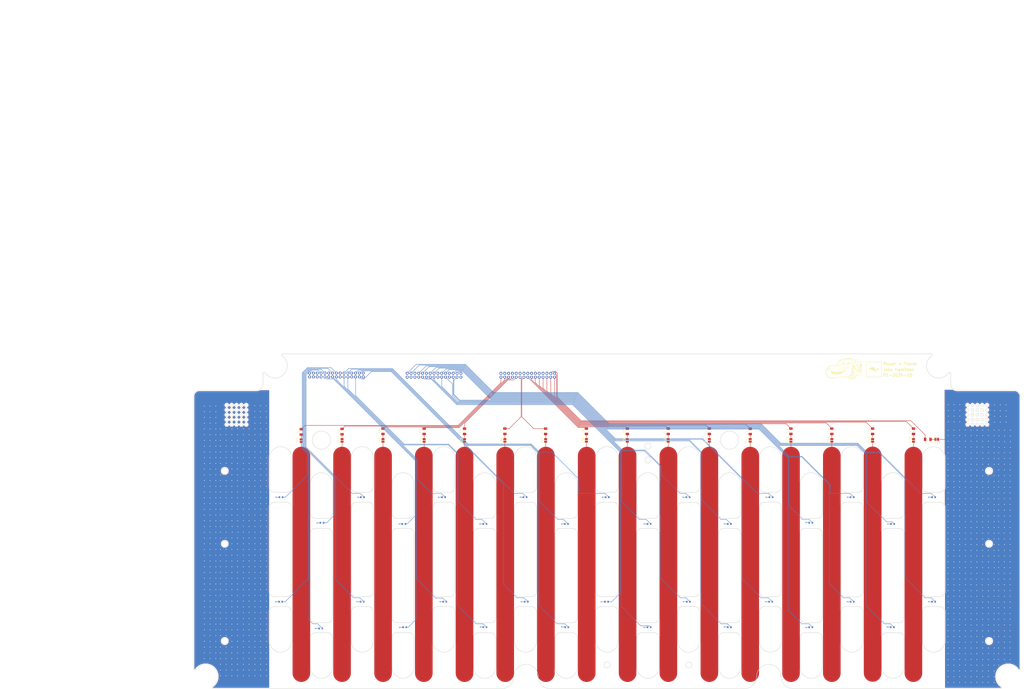
<source format=kicad_pcb>
(kicad_pcb (version 20240108) (generator "pcbnew") (generator_version "8.0")
  (layers (0 "F.Cu" signal) (1 "In1.Cu" signal) (2 "In2.Cu" signal) (31 "B.Cu" signal) (34 "B.Paste" user) (35 "F.Paste" user) (36 "B.SilkS" user "B.Silkscreen") (37 "F.SilkS" user "F.Silkscreen") (38 "B.Mask" user) (39 "F.Mask" user) (44 "Edge.Cuts" user))
  (net 0 "")
  (net 1 "GND")
  (net 2 "Therm1")
  (net 3 "/Thermistors(1)/GND")
  (net 4 "Therm2")
  (net 5 "Therm16")
  (net 6 "/Connector(1)/GND")
  (net 7 "Therm12")
  (net 8 "Therm9")
  (net 9 "Therm8")
  (net 10 "Therm7")
  (net 11 "Therm5")
  (net 12 "Therm6")
  (net 13 "Therm14")
  (net 14 "Therm15")
  (net 15 "Therm10")
  (net 16 "Therm13")
  (net 17 "Therm11")
  (net 18 "Therm3")
  (net 19 "Therm4")
  (net 20 "Therm17")
  (net 21 "Therm26")
  (net 22 "/Connector(2)/GND")
  (net 23 "Therm24")
  (net 24 "Therm22")
  (net 25 "Therm34")
  (net 26 "Therm28")
  (net 27 "Therm31")
  (net 28 "Therm33")
  (net 29 "Therm23")
  (net 30 "Therm29")
  (net 31 "Therm27")
  (net 32 "Therm25")
  (net 33 "Therm32")
  (net 34 "Therm30")
  (net 35 "/Thermistors(2)/GND")
  (net 36 "Therm18")
  (net 37 "Therm19")
  (net 38 "Therm20")
  (net 39 "Therm21")
  (net 40 "CELL11")
  (net 41 "CELL6")
  (net 42 "CELL14")
  (net 43 "CELL16")
  (net 44 "CELL13")
  (net 45 "CELL12")
  (net 46 "CELL10")
  (net 47 "CELL8")
  (net 48 "CELL17")
  (net 49 "CELL9")
  (net 50 "CELL7")
  (net 51 "CELL15")
  (net 52 "CELL5")
  (net 53 "CELL1")
  (net 54 "CELL2")
  (net 55 "CELL3")
  (net 56 "CELL4")
  (net 63 "Net-(JP1-B)")
  (net 64 "Net-(JP2-B)")
  (net 65 "Net-(JP3-B)")
  (net 66 "Net-(JP4-B)")
  (net 67 "Net-(JP8-B)")
  (net 68 "Net-(JP7-B)")
  (net 69 "Net-(JP6-B)")
  (net 70 "Net-(JP5-B)")
  (net 71 "Net-(JP12-B)")
  (net 72 "Net-(JP11-B)")
  (net 73 "Net-(JP10-B)")
  (net 74 "Net-(JP9-B)")
  (net 75 "Net-(JP16-B)")
  (net 76 "Net-(JP15-B)")
  (net 77 "Net-(JP14-B)")
  (net 78 "Net-(JP13-B)")
  (net 79 "Net-(JP17-B)")
  (footprint "Jumper:SolderJumper-2_P1.3mm_Open_Pad1.0x1.5mm" (layer "F.Cu") (at 252.82 85.86 90)
    (property "Reference" "JP8")
    (property "Value" "SolderJumper_2_Open" (hide yes))
  )
  (footprint "oem:R_0603 (B)" (layer "F.Cu") (at 434.15 170.18)
    (property "Reference" "TH19" (hide yes))
    (property "Value" "Thermistor" (hide yes))
  )
  (footprint "footprints:Fuse_1206" (layer "F.Cu") (at 338.36 81.2 90)
    (property "Reference" "F12")
    (property "Value" "Fuse" (hide yes))
  )
  (footprint "oem:R_0603 (B)" (layer "F.Cu") (at 93.155 170.18)
    (property "Reference" "TH5" (hide yes))
    (property "Value" "Thermistor" (hide yes))
  )
  (footprint "footprints:Fuse_1206" (layer "F.Cu") (at 189.17 81.15 90)
    (property "Reference" "F5")
    (property "Value" "Fuse" (hide yes))
  )
  (footprint "footprints:Fuse_1206" (layer "F.Cu") (at 317.02 81.11 90)
    (property "Reference" "F11")
    (property "Value" "Fuse" (hide yes))
  )
  (footprint "footprints:Fuse_1206" (layer "F.Cu") (at 295.54 81.13 90)
    (property "Reference" "F10")
    (property "Value" "Fuse" (hide yes))
  )
  (footprint "oem:Samtec 20" (layer "F.Cu") (at 107.27 55.705)
    (property "Reference" "J2" (hide yes))
    (property "Value" "~" (hide yes))
  )
  (footprint "oem:R_0603 (B)" (layer "F.Cu") (at 306.07 170.18)
    (property "Reference" "TH31" (hide yes))
    (property "Value" "Thermistor" (hide yes))
  )
  (footprint "footprints:Fuse_1206" (layer "F.Cu") (at 423.62 81.12 90)
    (property "Reference" "F16")
    (property "Value" "Fuse" (hide yes))
  )
  (footprint "oem:Samtec 20" (layer "F.Cu") (at 158.26 55.8)
    (property "Reference" "J3" (hide yes))
    (property "Value" "~" (hide yes))
  )
  (footprint "oem:R_0603 (B)" (layer "F.Cu") (at 199.835 183.515)
    (property "Reference" "TH13" (hide yes))
    (property "Value" "Thermistor" (hide yes))
  )
  (footprint "footprints:Fuse_1206" (layer "F.Cu") (at 274.19 81.13 90)
    (property "Reference" "F9")
    (property "Value" "Fuse" (hide yes))
  )
  (footprint "oem:Bond Pad" (layer "F.Cu") (at -53.146 150.32)
    (property "Reference" "TP12" (hide yes))
    (property "Value" "TestPoint" (hide yes))
  )
  (footprint "oem:Bond Pad" (layer "F.Cu") (at 444.87 151.792)
    (property "Reference" "TP19" (hide yes))
    (property "Value" "TestPoint")
  )
  (footprint "oem:R_0603 (B)" (layer "F.Cu") (at 263.335 170.18)
    (property "Reference" "TH34" (hide yes))
    (property "Value" "Thermistor" (hide yes))
  )
  (footprint "oem:R_0603 (B)" (layer "F.Cu") (at 114.11 184.15)
    (property "Reference" "TH4" (hide yes))
    (property "Value" "Thermistor" (hide yes))
  )
  (footprint "oem:Bond Pad" (layer "F.Cu") (at 66.738 -144.003)
    (property "Reference" "TP8" (hide yes))
    (property "Value" "TestPoint" (hide yes))
  )
  (footprint "footprints:Fuse_1206" (layer "F.Cu") (at 231.52 81.14 90)
    (property "Reference" "F7")
    (property "Value" "Fuse" (hide yes))
  )
  (footprint "oem:R_0603 (B)" (layer "F.Cu") (at 178.88 170.18)
    (property "Reference" "TH15" (hide yes))
    (property "Value" "Thermistor" (hide yes))
  )
  (footprint "oem:R_0603 (B)" (layer "F.Cu") (at 221.425 170.18)
    (property "Reference" "TH11" (hide yes))
    (property "Value" "Thermistor" (hide yes))
  )
  (footprint "oem:Bond Pad" (layer "F.Cu") (at -12.362 150.32)
    (property "Reference" "TP16" (hide yes))
    (property "Value" "TestPoint" (hide yes))
  )
  (footprint "Jumper:SolderJumper-2_P1.3mm_Open_Pad1.0x1.5mm" (layer "F.Cu") (at 435.78 85.34 180)
    (property "Reference" "JP17")
    (property "Value" "SolderJumper_2_Open" (hide yes))
  )
  (footprint "oem:Bond Pad" (layer "F.Cu") (at 103.97 151.717)
    (property "Reference" "TP3" (hide yes))
    (property "Value" "TestPoint")
  )
  (footprint "oem:Bond Pad" (layer "F.Cu") (at 125.814 93.014)
    (property "Reference" "TP4" (hide yes))
    (property "Value" "TestPoint")
  )
  (footprint "Jumper:SolderJumper-2_P1.3mm_Open_Pad1.0x1.5mm" (layer "F.Cu") (at 168.09 85.9 90)
    (property "Reference" "JP4")
    (property "Value" "SolderJumper_2_Open" (hide yes))
  )
  (footprint "footprints:Fuse_1206" (layer "F.Cu") (at 402.26 81.13 90)
    (property "Reference" "F15")
    (property "Value" "Fuse" (hide yes))
  )
  (footprint "Jumper:SolderJumper-2_P1.3mm_Open_Pad1.0x1.5mm" (layer "F.Cu") (at 210.24 85.86 90)
    (property "Reference" "JP6")
    (property "Value" "SolderJumper_2_Open" (hide yes))
  )
  (footprint "oem:R_0603 (B)" (layer "F.Cu") (at 305.88 115.57)
    (property "Reference" "TH30" (hide yes))
    (property "Value" "Thermistor" (hide yes))
  )
  (footprint "oem:R_0603 (B)" (layer "F.Cu") (at 434.15 115.57)
    (property "Reference" "TH18" (hide yes))
    (property "Value" "Thermistor" (hide yes))
  )
  (footprint "oem:Bond Pad" (layer "F.Cu") (at 82.296 150.67)
    (property "Reference" "TP2" (hide yes))
    (property "Value" "TestPoint")
  )
  (footprint "oem:R_0603 (B)" (layer "F.Cu") (at 370.015 128.905)
    (property "Reference" "TH24" (hide yes))
    (property "Value" "Thermistor" (hide yes))
  )
  (footprint "oem:R_0603 (B)" (layer "F.Cu") (at 242.38 129.54)
    (property "Reference" "TH8" (hide yes))
    (property "Value" "Thermistor" (hide yes))
  )
  (footprint "oem:R_0603 (B)" (layer "F.Cu") (at 285.56 183.515)
    (property "Reference" "TH33" (hide yes))
    (property "Value" "Thermistor" (hide yes))
  )
  (footprint "footprints:Fuse_1206" (layer "F.Cu") (at 125.23 81.27 90)
    (property "Reference" "F2")
    (property "Value" "Fuse" (hide yes))
  )
  (footprint "oem:R_0603 (B)" (layer "F.Cu") (at 327.47 183.515)
    (property "Reference" "TH29" (hide yes))
    (property "Value" "Thermistor" (hide yes))
  )
  (footprint "oem:R_0603 (B)" (layer "F.Cu") (at 199.835 129.54)
    (property "Reference" "TH12" (hide yes))
    (property "Value" "Thermistor" (hide yes))
  )
  (footprint "oem:Bond Pad" (layer "F.Cu") (at 87.13 -144.003)
    (property "Reference" "TP10" (hide yes))
    (property "Value" "TestPoint" (hide yes))
  )
  (footprint "footprints:Fuse_1206" (layer "F.Cu") (at 103.91 81.43 90)
    (property "Reference" "F1")
    (property "Value" "Fuse" (hide yes))
  )
  (footprint "Jumper:SolderJumper-2_P1.3mm_Open_Pad1.0x1.5mm" (layer "F.Cu") (at 189.17 85.9 90)
    (property "Reference" "JP5")
    (property "Value" "SolderJumper_2_Open" (hide yes))
  )
  (footprint "Jumper:SolderJumper-2_P1.3mm_Open_Pad1.0x1.5mm" (layer "F.Cu") (at 295.54 85.88 90)
    (property "Reference" "JP10")
    (property "Value" "SolderJumper_2_Open" (hide yes))
  )
  (footprint "oem:Samtec 20" (layer "F.Cu") (at 207.185 55.832)
    (property "Reference" "J4" (hide yes))
    (property "Value" "~" (hide yes))
  )
  (footprint "oem:R_0603 (B)" (layer "F.Cu") (at 391.605 170.18)
    (property "Reference" "TH23" (hide yes))
    (property "Value" "Thermistor" (hide yes))
  )
  (footprint "Jumper:SolderJumper-2_P1.3mm_Open_Pad1.0x1.5mm" (layer "F.Cu") (at 146.59 85.86 90)
    (property "Reference" "JP3")
    (property "Value" "SolderJumper_2_Open" (hide yes))
  )
  (footprint "LOGO" (layer "F.Cu") (at 387.126597 48.111323)
    (property "Reference" "G***" (hide yes))
    (property "Value" "LOGO" (hide yes))
  )
  (footprint "oem:Bond Pad" (layer "F.Cu") (at -22.558 150.32)
    (property "Reference" "TP15" (hide yes))
    (property "Value" "TestPoint" (hide yes))
  )
  (footprint "oem:R_0603 (B)" (layer "F.Cu") (at 220.79 115.57)
    (property "Reference" "TH10" (hide yes))
    (property "Value" "Thermistor" (hide yes))
  )
  (footprint "oem:R_0603 (B)" (layer "F.Cu") (at 327.47 129.54)
    (property "Reference" "TH28" (hide yes))
    (property "Value" "Thermistor" (hide yes))
  )
  (footprint "oem:R_0603 (B)" (layer "F.Cu") (at 135.89 115.57)
    (property "Reference" "TH1" (hide yes))
    (property "Value" "Thermistor" (hide yes))
  )
  (footprint "footprints:Fuse_1206" (layer "F.Cu") (at 252.82 81.11 90)
    (property "Reference" "F8")
    (property "Value" "Fuse" (hide yes))
  )
  (footprint "oem:R_0603 (B)" (layer "F.Cu") (at 412.56 183.515)
    (property "Reference" "TH21" (hide yes))
    (property "Value" "Thermistor" (hide yes))
  )
  (footprint "oem:R_0603 (B)" (layer "F.Cu") (at 285.56 129.54)
    (property "Reference" "TH32" (hide yes))
    (property "Value" "Thermistor" (hide yes))
  )
  (footprint "oem:R_0603 (B)" (layer "F.Cu") (at 263.715 115.57)
    (property "Reference" "TH7" (hide yes))
    (property "Value" "Thermistor" (hide yes))
  )
  (footprint "footprints:Fuse_1206" (layer "F.Cu") (at 168.09 81.15 90)
    (property "Reference" "F4")
    (property "Value" "Fuse" (hide yes))
  )
  (footprint "oem:R_0603 (B)" (layer "F.Cu") (at 157.925 183.515)
    (property "Reference" "TH16" (hide yes))
    (property "Value" "Thermistor" (hide yes))
  )
  (footprint "oem:R_0603 (B)" (layer "F.Cu") (at 391.605 115.57)
    (property "Reference" "TH22" (hide yes))
    (property "Value" "Thermistor" (hide yes))
  )
  (footprint "oem:Bond Pad" (layer "F.Cu") (at 402.27 151.792)
    (property "Reference" "TP17" (hide yes))
    (property "Value" "TestPoint")
  )
  (footprint "footprints:Fuse_1206" (layer "F.Cu") (at 359.61 81.12 90)
    (property "Reference" "F13")
    (property "Value" "Fuse" (hide yes))
  )
  (footprint "oem:R_0603 (B)" (layer "F.Cu") (at 242.57 183.515)
    (property "Reference" "TH9" (hide yes))
    (property "Value" "Thermistor" (hide yes))
  )
  (footprint "Jumper:SolderJumper-2_P1.3mm_Open_Pad1.0x1.5mm" (layer "F.Cu") (at 338.36 85.85 90)
    (property "Reference" "JP12")
    (property "Value" "SolderJumper_2_Open" (hide yes))
  )
  (footprint "oem:Bond Pad" (layer "F.Cu") (at -32.754 150.32)
    (property "Reference" "TP14" (hide yes))
    (property "Value" "TestPoint" (hide yes))
  )
  (footprint "Jumper:SolderJumper-2_P1.3mm_Open_Pad1.0x1.5mm" (layer "F.Cu") (at 231.52 85.89 90)
    (property "Reference" "JP7")
    (property "Value" "SolderJumper_2_Open" (hide yes))
  )
  (footprint "footprints:Fuse_1206" (layer "F.Cu") (at 431.08 85.34 180)
    (property "Reference" "F17")
    (property "Value" "Fuse" (hide yes))
  )
  (footprint "Jumper:SolderJumper-2_P1.3mm_Open_Pad1.0x1.5mm" (layer "F.Cu") (at 274.19 85.88 90)
    (property "Reference" "JP9")
    (property "Value" "SolderJumper_2_Open" (hide yes))
  )
  (footprint "oem:Bond Pad" (layer "F.Cu") (at 76.934 -144.003)
    (property "Reference" "TP9" (hide yes))
    (property "Value" "TestPoint" (hide yes))
  )
  (footprint "oem:R_0603 (B)" (layer "F.Cu") (at 370.015 183.515)
    (property "Reference" "TH25" (hide yes))
    (property "Value" "Thermistor" (hide yes))
  )
  (footprint "Jumper:SolderJumper-2_P1.3mm_Open_Pad1.0x1.5mm" (layer "F.Cu") (at 359.61 85.87 90)
    (property "Reference" "JP13")
    (property "Value" "SolderJumper_2_Open" (hide yes))
  )
  (footprint "oem:R_0603 (B)" (layer "F.Cu") (at 93.345 115.57)
    (property "Reference" "TH6" (hide yes))
    (property "Value" "Thermistor" (hide yes))
  )
  (footprint "Jumper:SolderJumper-2_P1.3mm_Open_Pad1.0x1.5mm" (layer "F.Cu") (at 423.62 85.87 90)
    (property "Reference" "JP16")
    (property "Value" "SolderJumper_2_Open" (hide yes))
  )
  (footprint "Jumper:SolderJumper-2_P1.3mm_Open_Pad1.0x1.5mm" (layer "F.Cu") (at 402.26 85.88 90)
    (property "Reference" "JP15")
    (property "Value" "SolderJumper_2_Open" (hide yes))
  )
  (footprint "oem:Bond Pad" (layer "F.Cu") (at 146.642 151.59)
    (property "Reference" "TP5" (hide yes))
    (property "Value" "TestPoint")
  )
  (footprint "oem:Bond Pad" (layer "F.Cu") (at 423.57 151.892)
    (property "Reference" "TP18" (hide yes))
    (property "Value" "TestPoint")
  )
  (footprint "oem:R_0603 (B)" (layer "F.Cu") (at 178.245 115.57)
    (property "Reference" "TH14" (hide yes))
    (property "Value" "Thermistor" (hide yes))
  )
  (footprint "oem:Bond Pad" (layer "F.Cu") (at 167.724 151.082)
    (property "Reference" "TP6" (hide yes))
    (property "Value" "TestPoint")
  )
  (footprint "OEM:OEM_Logo_8mm" (layer "F.Cu") (at 403 48.8)
    (property "Reference" "REF**" (hide yes))
    (property "Value" "OEM_Logo_8mm" (hide yes))
  )
  (footprint "Jumper:SolderJumper-2_P1.3mm_Open_Pad1.0x1.5mm" (layer "F.Cu") (at 380.97 85.86 90)
    (property "Reference" "JP14")
    (property "Value" "SolderJumper_2_Open" (hide yes))
  )
  (footprint "oem:R_0603 (B)" (layer "F.Cu") (at 349.25 115.57)
    (property "Reference" "TH26" (hide yes))
    (property "Value" "Thermistor" (hide yes))
  )
  (footprint "oem:R_0603 (B)" (layer "F.Cu") (at 157.49 129.54)
    (property "Reference" "TH17" (hide yes))
    (property "Value" "Thermistor" (hide yes))
  )
  (footprint "Jumper:SolderJumper-2_P1.3mm_Open_Pad1.0x1.5mm" (layer "F.Cu") (at 317.02 85.86 90)
    (property "Reference" "JP11")
    (property "Value" "SolderJumper_2_Open" (hide yes))
  )
  (footprint "oem:R_0603 (B)" (layer "F.Cu") (at 349.06 170.18)
    (property "Reference" "TH27" (hide yes))
    (property "Value" "Thermistor" (hide yes))
  )
  (footprint "oem:Bond Pad" (layer "F.Cu") (at -42.95 150.32)
    (property "Reference" "TP13" (hide yes))
    (property "Value" "TestPoint" (hide yes))
  )
  (footprint "oem:Bond Pad" (layer "F.Cu") (at 189.06 152.098)
    (property "Reference" "TP7" (hide yes))
    (property "Value" "TestPoint")
  )
  (footprint "Jumper:SolderJumper-2_P1.3mm_Open_Pad1.0x1.5mm" (layer "F.Cu") (at 103.91 86.03 90)
    (property "Reference" "JP1")
    (property "Value" "SolderJumper_2_Open" (hide yes))
  )
  (footprint "footprints:Fuse_1206" (layer "F.Cu") (at 380.97 81.11 90)
    (property "Reference" "F14")
    (property "Value" "Fuse" (hide yes))
  )
  (footprint "oem:R_0603 (B)" (layer "F.Cu") (at 114.745 128.905)
    (property "Reference" "TH3" (hide yes))
    (property "Value" "Thermistor" (hide yes))
  )
  (footprint "oem:Bond Pad" (layer "F.Cu") (at 97.326 -144.003)
    (property "Reference" "TP11" (hide yes))
    (property "Value" "TestPoint" (hide yes))
  )
  (footprint "footprints:Fuse_1206" (layer "F.Cu") (at 210.24 81.11 90)
    (property "Reference" "F6")
    (property "Value" "Fuse" (hide yes))
  )
  (footprint "footprints:Fuse_1206" (layer "F.Cu") (at 146.59 81.11 90)
    (property "Reference" "F3")
    (property "Value" "Fuse" (hide yes))
  )
  (footprint "oem:R_0603 (B)" (layer "F.Cu") (at 135.7 170.18)
    (property "Reference" "TH2" (hide yes))
    (property "Value" "Thermistor" (hide yes))
  )
  (footprint "Jumper:SolderJumper-2_P1.3mm_Open_Pad1.0x1.5mm" (layer "F.Cu") (at 125.23 85.87 90)
    (property "Reference" "JP2")
    (property "Value" "SolderJumper_2_Open" (hide yes))
  )
  (footprint "oem:R_0603 (B)" (layer "F.Cu") (at 412.75 129.54)
    (property "Reference" "TH20" (hide yes))
    (property "Value" "Thermistor" (hide yes))
  )
  (gr_line (start 55.928 80.423) (end 55.928 78.899) (stroke (width 0.2)) (layer "F.Cu") (net 1))
  (gr_line (start 445.087 202.833) (end 445.087 204.357) (stroke (width 0.2)) (layer "F.Cu") (net 48))
  (gr_arc (start 330.754881 131.818482) (mid 332.553699 132.565197) (end 333.294881 134.366301) (stroke (width 0.2)) (layer "Edge.Cuts"))
  (gr_line (start 196.533081 181.141482) (end 202.883121 181.141482) (stroke (width 0.2)) (layer "Edge.Cuts"))
  (gr_arc (start 439.854681 190.834994) (mid 434.139681 196.549986) (end 428.424681 190.834994) (stroke (width 0.2)) (layer "Edge.Cuts"))
  (gr_circle (center 67.563981 75.057) (end 68.301481 75.057) (stroke (width 0.2)) (fill none) (layer "Edge.Cuts"))
  (gr_line (start 324.404881 131.818494) (end 324.404881 131.818482) (stroke (width 0.2)) (layer "Edge.Cuts"))
  (gr_arc (start 96.323281 118.185982) (mid 98.119341 118.929934) (end 98.863293 120.725994) (stroke (width 0.2)) (layer "Edge.Cuts"))
  (gr_circle (center 75.183981 67.437) (end 75.921481 67.437) (stroke (width 0.2)) (fill none) (layer "Edge.Cuts"))
  (gr_arc (start 281.780981 126.611482) (mid 279.991431 125.873989) (end 279.240961 124.089843) (stroke (width 0.2)) (layer "Edge.Cuts"))
  (gr_line (start 375.918793 134.358494) (end 375.918801 134.358494) (stroke (width 0.2)) (layer "Edge.Cuts"))
  (gr_circle (center 451.865981 75.057) (end 452.603481 75.057) (stroke (width 0.2)) (fill none) (layer "Edge.Cuts"))
  (gr_line (start 153.909181 181.141482) (end 160.259201 181.141482) (stroke (width 0.2)) (layer "Edge.Cuts"))
  (gr_arc (start 108.745281 188.888494) (mid 109.48923 187.092443) (end 111.285281 186.348494) (stroke (width 0.2)) (layer "Edge.Cuts"))
  (gr_arc (start 224.195081 118.185982) (mid 225.993899 118.932697) (end 226.735081 120.733801) (stroke (width 0.2)) (layer "Edge.Cuts"))
  (gr_line (start 288.130981 186.348482) (end 281.774607 186.348482) (stroke (width 0.2)) (layer "Edge.Cuts"))
  (gr_line (start 367.028781 181.141482) (end 373.378801 181.141482) (stroke (width 0.2)) (layer "Edge.Cuts"))
  (gr_line (start 303.092881 112.978982) (end 309.442921 112.978982) (stroke (width 0.2)) (layer "Edge.Cuts"))
  (gr_line (start 141.487241 175.255982) (end 141.487241 190.834984) (stroke (width 0.2)) (layer "Edge.Cuts"))
  (gr_arc (start 47.624981 62.86499) (mid 48.554914 60.619933) (end 50.799971 59.69) (stroke (width 0.2)) (layer "Edge.Cuts"))
  (gr_arc (start 162.799201 204.467484) (mid 157.084201 210.182486) (end 151.369201 204.467484) (stroke (width 0.2)) (layer "Edge.Cuts"))
  (gr_circle (center 456.945981 67.437) (end 457.683481 67.437) (stroke (width 0.2)) (fill none) (layer "Edge.Cuts"))
  (gr_line (start 437.314681 172.715982) (end 430.964681 172.715982) (stroke (width 0.2)) (layer "Edge.Cuts"))
  (gr_circle (center 306.267921 203.251232) (end 307.855421 203.251232) (stroke (width 0.2)) (fill none) (layer "Edge.Cuts"))
  (gr_line (start 96.323281 172.715982) (end 89.973371 172.715982) (stroke (width 0.2)) (layer "Edge.Cuts"))
  (gr_line (start 439.854681 175.263801) (end 439.854681 190.834994) (stroke (width 0.2)) (layer "Edge.Cuts"))
  (gr_line (start 418.542721 188.888494) (end 418.542721 204.467444) (stroke (width 0.2)) (layer "Edge.Cuts"))
  (gr_line (start 354.606841 175.255982) (end 354.606841 190.834984) (stroke (width 0.2)) (layer "Edge.Cuts"))
  (gr_arc (start 360.732181 215.607494) (mid 356.242088 213.747616) (end 354.382219 209.257494) (stroke (width 0.2)) (layer "Edge.Cuts"))
  (gr_arc (start 373.378781 131.818482) (mid 375.174841 132.562434) (end 375.918793 134.358494) (stroke (width 0.2)) (layer "Edge.Cuts"))
  (gr_line (start 281.781081 181.141482) (end 288.130961 181.141482) (stroke (width 0.2)) (layer "Edge.Cuts"))
  (gr_line (start 120.175281 188.896301) (end 120.175281 204.467494) (stroke (width 0.2)) (layer "Edge.Cuts"))
  (gr_arc (start 226.735081 164.968994) (mid 225.99389 166.762283) (end 224.202888 167.508982) (stroke (width 0.2)) (layer "Edge.Cuts"))
  (gr_circle (center 459.485981 75.057) (end 460.223481 75.057) (stroke (width 0.2)) (fill none) (layer "Edge.Cuts"))
  (gr_line (start 175.227555 118.185982) (end 181.571181 118.185982) (stroke (width 0.2)) (layer "Edge.Cuts"))
  (gr_line (start 162.799201 188.888494) (end 162.799201 204.467484) (stroke (width 0.2)) (layer "Edge.Cuts"))
  (gr_line (start 303.092881 167.508982) (end 309.442921 167.508982) (stroke (width 0.2)) (layer "Edge.Cuts"))
  (gr_line (start 418.542693 134.358494) (end 418.542721 134.358494) (stroke (width 0.2)) (layer "Edge.Cuts"))
  (gr_arc (start 341.682219 209.257494) (mid 348.032219 202.907494) (end 354.382219 209.257494) (stroke (width 0.2)) (layer "Edge.Cuts"))
  (gr_circle (center 65.023981 75.057) (end 65.761481 75.057) (stroke (width 0.2)) (fill none) (layer "Edge.Cuts"))
  (gr_line (start 87.433321 120.726034) (end 87.433321 164.980705) (stroke (width 0.2)) (layer "Edge.Cuts"))
  (gr_arc (start 214.922081 209.257494) (mid 221.272081 202.907494) (end 227.622081 209.257494) (stroke (width 0.2)) (layer "Edge.Cuts"))
  (gr_line (start 47.624981 205.241404) (end 47.624981 62.86499) (stroke (width 0.2)) (layer "Edge.Cuts"))
  (gr_arc (start 311.982921 110.438994) (mid 311.238969 112.235024) (end 309.442921 112.978982) (stroke (width 0.2)) (layer "Edge.Cuts"))
  (gr_arc (start 162.799201 124.071494) (mid 162.055247 125.867517) (end 160.259201 126.611482) (stroke (width 0.2)) (layer "Edge.Cuts"))
  (gr_line (start 226.735081 175.263801) (end 226.735081 190.834994) (stroke (width 0.2)) (layer "Edge.Cuts"))
  (gr_arc (start 196.533081 126.611482) (mid 194.741184 125.871672) (end 193.993121 124.083205) (stroke (width 0.2)) (layer "Edge.Cuts"))
  (gr_line (start 416.002681 186.348482) (end 409.637166 186.348482) (stroke (width 0.2)) (layer "Edge.Cuts"))
  (gr_line (start 215.305081 94.859974) (end 215.305081 110.438982) (stroke (width 0.2)) (layer "Edge.Cuts"))
  (gr_arc (start 266.818981 172.715982) (mid 268.615041 173.459934) (end 269.358993 175.255994) (stroke (width 0.2)) (layer "Edge.Cuts"))
  (gr_line (start 217.845081 118.185982) (end 224.195081 118.185982) (stroke (width 0.2)) (layer "Edge.Cuts"))
  (gr_arc (start 375.918801 204.467494) (mid 370.214605 210.182504) (end 364.488801 204.489141) (stroke (width 0.2)) (layer "Edge.Cuts"))
  (gr_arc (start 111.285281 126.611482) (mid 109.489234 125.867532) (end 108.745281 124.071482) (stroke (width 0.2)) (layer "Edge.Cuts"))
  (gr_arc (start 132.597281 167.508982) (mid 130.806668 166.770433) (end 130.057241 164.984346) (stroke (width 0.2)) (layer "Edge.Cuts"))
  (gr_line (start 364.488801 134.358594) (end 364.488801 178.607457) (stroke (width 0.2)) (layer "Edge.Cuts"))
  (gr_arc (start 428.424681 175.255994) (mid 429.16863 173.459943) (end 430.964681 172.715994) (stroke (width 0.2)) (layer "Edge.Cuts"))
  (gr_circle (center 456.945981 77.597) (end 457.683481 77.597) (stroke (width 0.2)) (fill none) (layer "Edge.Cuts"))
  (gr_line (start 345.716881 112.978982) (end 352.066841 112.978982) (stroke (width 0.2)) (layer "Edge.Cuts"))
  (gr_arc (start 141.487241 190.834984) (mid 135.772241 196.549986) (end 130.057241 190.834984) (stroke (width 0.2)) (layer "Edge.Cuts"))
  (gr_arc (start 57.991081 215.607494) (mid 57.385633 215.163957) (end 57.625974 214.452949) (stroke (width 0.2)) (layer "Edge.Cuts"))
  (gr_line (start 138.947281 172.715982) (end 132.58557 172.715982) (stroke (width 0.2)) (layer "Edge.Cuts"))
  (gr_arc (start 290.670961 178.601494) (mid 289.927011 180.397538) (end 288.130961 181.141482) (stroke (width 0.2)) (layer "Edge.Cuts"))
  (gr_line (start 196.533081 126.611482) (end 202.883121 126.611482) (stroke (width 0.2)) (layer "Edge.Cuts"))
  (gr_arc (start 373.378781 186.348482) (mid 375.174841 187.092434) (end 375.918793 188.888494) (stroke (width 0.2)) (layer "Edge.Cuts"))
  (gr_arc (start 98.863321 110.439034) (mid 98.119387 112.23505) (end 96.323371 112.978982) (stroke (width 0.2)) (layer "Edge.Cuts"))
  (gr_arc (start 193.993121 188.888494) (mid 194.731604 187.097959) (end 196.517566 186.348482) (stroke (width 0.2)) (layer "Edge.Cuts"))
  (gr_arc (start 441.948436 50.602487) (mid 432.284285 51.462953) (end 433.052674 41.791045) (stroke (width 0.2)) (layer "Edge.Cuts"))
  (gr_circle (center 65.023981 69.977) (end 65.761481 69.977) (stroke (width 0.2)) (fill none) (layer "Edge.Cuts"))
  (gr_line (start 397.230761 120.725982) (end 397.230761 164.968994) (stroke (width 0.2)) (layer "Edge.Cuts"))
  (gr_circle (center 72.643981 67.437) (end 73.381481 67.437) (stroke (width 0.2)) (fill none) (layer "Edge.Cuts"))
  (gr_line (start 87.433321 94.859978) (end 87.433321 110.450705) (stroke (width 0.2)) (layer "Edge.Cuts"))
  (gr_line (start 269.359001 175.255994) (end 269.359001 190.834964) (stroke (width 0.2)) (layer "Edge.Cuts"))
  (gr_line (start 217.845081 112.978982) (end 224.202888 112.978982) (stroke (width 0.2)) (layer "Edge.Cuts"))
  (gr_circle (center 462.025981 72.517) (end 462.763481 72.517) (stroke (width 0.2)) (fill none) (layer "Edge.Cuts"))
  (gr_line (start 248.047041 188.888482) (end 248.047041 204.467484) (stroke (width 0.2)) (layer "Edge.Cuts"))
  (gr_arc (start 224.195081 172.715982) (mid 225.993899 173.462697) (end 226.735081 175.263801) (stroke (width 0.2)) (layer "Edge.Cuts"))
  (gr_circle (center 72.643981 69.977) (end 73.381481 69.977) (stroke (width 0.2)) (fill none) (layer "Edge.Cuts"))
  (gr_line (start 354.606841 120.725982) (end 354.606841 164.968994) (stroke (width 0.2)) (layer "Edge.Cuts"))
  (gr_line (start 224.195081 172.715982) (end 217.845081 172.715982) (stroke (width 0.2)) (layer "Edge.Cuts"))
  (gr_arc (start 175.221181 112.978982) (mid 173.431631 112.241489) (end 172.681161 110.457343) (stroke (width 0.2)) (layer "Edge.Cuts"))
  (gr_arc (start 217.845081 112.978982) (mid 216.049034 112.235032) (end 215.305081 110.438982) (stroke (width 0.2)) (layer "Edge.Cuts"))
  (gr_arc (start 108.745281 108.492474) (mid 114.460281 102.777478) (end 120.175281 108.492474) (stroke (width 0.2)) (layer "Edge.Cuts"))
  (gr_line (start 397.230761 94.879415) (end 397.230761 110.438994) (stroke (width 0.2)) (layer "Edge.Cuts"))
  (gr_line (start 205.423121 134.358494) (end 205.423121 178.601494) (stroke (width 0.2)) (layer "Edge.Cuts"))
  (gr_arc (start 281.781081 181.141482) (mid 279.991467 180.404024) (end 279.240961 178.619843) (stroke (width 0.2)) (layer "Edge.Cuts"))
  (gr_line (start 111.285281 131.818494) (end 111.285281 131.818482) (stroke (width 0.2)) (layer "Edge.Cuts"))
  (gr_arc (start 364.488801 134.358594) (mid 365.23935 132.555892) (end 367.047467 131.818482) (stroke (width 0.2)) (layer "Edge.Cuts"))
  (gr_arc (start 309.442881 172.715982) (mid 311.238941 173.459934) (end 311.982893 175.255994) (stroke (width 0.2)) (layer "Edge.Cuts"))
  (gr_line (start 367.047467 131.818482) (end 373.378781 131.818482) (stroke (width 0.2)) (layer "Edge.Cuts"))
  (gr_arc (start 407.112721 108.492494) (mid 412.827681 102.777478) (end 418.542641 108.492494) (stroke (width 0.2)) (layer "Edge.Cuts"))
  (gr_line (start 418.542721 134.358494) (end 418.542721 178.601494) (stroke (width 0.2)) (layer "Edge.Cuts"))
  (gr_arc (start 257.929001 120.726094) (mid 258.67955 118.923392) (end 260.487667 118.185982) (stroke (width 0.2)) (layer "Edge.Cuts"))
  (gr_line (start 409.652681 126.611482) (end 416.002721 126.611482) (stroke (width 0.2)) (layer "Edge.Cuts"))
  (gr_circle (center 65.023981 77.597) (end 65.761481 77.597) (stroke (width 0.2)) (fill none) (layer "Edge.Cuts"))
  (gr_arc (start 98.863321 164.969034) (mid 98.119387 166.76505) (end 96.323371 167.508982) (stroke (width 0.2)) (layer "Edge.Cuts"))
  (gr_arc (start 215.305081 120.725994) (mid 216.04903 118.929943) (end 217.845081 118.185994) (stroke (width 0.2)) (layer "Edge.Cuts"))
  (gr_arc (start 214.922081 209.257494) (mid 213.062209 213.747622) (end 208.572081 215.607494) (stroke (width 0.2)) (layer "Edge.Cuts"))
  (gr_line (start 279.240961 108.492478) (end 279.240961 124.089843) (stroke (width 0.2)) (layer "Edge.Cuts"))
  (gr_arc (start 439.854681 110.438994) (mid 439.11349 112.232283) (end 437.322488 112.978982) (stroke (width 0.2)) (layer "Edge.Cuts"))
  (gr_circle (center 72.643981 72.517) (end 73.381481 72.517) (stroke (width 0.2)) (fill none) (layer "Edge.Cuts"))
  (gr_line (start 98.863321 120.725994) (end 98.863321 164.969034) (stroke (width 0.2)) (layer "Edge.Cuts"))
  (gr_arc (start 385.800761 94.859978) (mid 391.5255 89.144982) (end 397.230761 94.879415) (stroke (width 0.2)) (layer "Edge.Cuts"))
  (gr_arc (start 324.404881 181.141482) (mid 322.608834 180.397532) (end 321.864881 178.601482) (stroke (width 0.2)) (layer "Edge.Cuts"))
  (gr_line (start 430.964681 172.715994) (end 430.964681 172.715982) (stroke (width 0.2)) (layer "Edge.Cuts"))
  (gr_line (start 108.745281 188.888494) (end 108.745281 204.467484) (stroke (width 0.2)) (layer "Edge.Cuts"))
  (gr_circle (center 456.945981 75.057) (end 457.683481 75.057) (stroke (width 0.2)) (fill none) (layer "Edge.Cuts"))
  (gr_arc (start 193.993121 108.492474) (mid 199.708121 102.777478) (end 205.423121 108.492474) (stroke (width 0.2)) (layer "Edge.Cuts"))
  (gr_arc (start 333.294881 124.071494) (mid 332.55369 125.864783) (end 330.762688 126.611482) (stroke (width 0.2)) (layer "Edge.Cuts"))
  (gr_line (start 162.799201 134.358494) (end 162.799201 178.601494) (stroke (width 0.2)) (layer "Edge.Cuts"))
  (gr_arc (start 279.240961 134.358494) (mid 279.987171 132.560176) (end 281.787355 131.818482) (stroke (width 0.2)) (layer "Edge.Cuts"))
  (gr_line (start 324.404881 181.141482) (end 330.762688 181.141482) (stroke (width 0.2)) (layer "Edge.Cuts"))
  (gr_arc (start 437.314681 118.185982) (mid 439.113499 118.932697) (end 439.854681 120.733801) (stroke (width 0.2)) (layer "Edge.Cuts"))
  (gr_line (start 141.487241 120.725982) (end 141.487241 164.968994) (stroke (width 0.2)) (layer "Edge.Cuts"))
  (gr_arc (start 108.745281 134.358494) (mid 109.48923 132.562443) (end 111.285281 131.818494) (stroke (width 0.2)) (layer "Edge.Cuts"))
  (gr_line (start 343.176841 175.255994) (end 343.176841 190.834984) (stroke (width 0.2)) (layer "Edge.Cuts"))
  (gr_arc (start 215.305081 175.255994) (mid 216.04903 173.459943) (end 217.845081 172.715994) (stroke (width 0.2)) (layer "Edge.Cuts"))
  (gr_line (start 217.845081 118.185994) (end 217.845081 118.185982) (stroke (width 0.2)) (layer "Edge.Cuts"))
  (gr_arc (start 430.964681 167.508982) (mid 429.168634 166.765032) (end 428.424681 164.968982) (stroke (width 0.2)) (layer "Edge.Cuts"))
  (gr_line (start 269.358993 120.725994) (end 269.359001 120.725994) (stroke (width 0.2)) (layer "Edge.Cuts"))
  (gr_circle (center 65.023981 72.517) (end 65.761481 72.517) (stroke (width 0.2)) (fill none) (layer "Edge.Cuts"))
  (gr_arc (start 352.066881 118.185982) (mid 353.862901 118.929936) (end 354.606841 120.725982) (stroke (width 0.2)) (layer "Edge.Cuts"))
  (gr_arc (start 48.779526 205.606501) (mid 48.068523 205.846851) (end 47.624981 205.241404) (stroke (width 0.2)) (layer "Edge.Cuts"))
  (gr_line (start 132.608992 118.185982) (end 138.947281 118.185982) (stroke (width 0.2)) (layer "Edge.Cuts"))
  (gr_arc (start 300.552921 175.256094) (mid 301.291369 173.465494) (end 303.077366 172.715982) (stroke (width 0.2)) (layer "Edge.Cuts"))
  (gr_line (start 443.102981 50.967594) (end 443.102981 56.521166) (stroke (width 0.2)) (layer "Edge.Cuts"))
  (gr_circle (center 462.025981 69.977) (end 462.763481 69.977) (stroke (width 0.2)) (fill none) (layer "Edge.Cuts"))
  (gr_arc (start 98.863321 190.834984) (mid 93.148321 196.549986) (end 87.433321 190.834984) (stroke (width 0.2)) (layer "Edge.Cuts"))
  (gr_line (start 300.552921 120.725994) (end 300.552921 164.980705) (stroke (width 0.2)) (layer "Edge.Cuts"))
  (gr_line (start 239.157181 126.611482) (end 245.507041 126.611482) (stroke (width 0.2)) (layer "Edge.Cuts"))
  (gr_circle (center 263.644001 203.194082) (end 265.275951 203.194082) (stroke (width 0.2)) (fill none) (layer "Edge.Cuts"))
  (gr_circle (center 463.073731 190.715494) (end 464.705681 190.715494) (stroke (width 0.2)) (fill none) (layer "Edge.Cuts"))
  (gr_arc (start 343.176841 175.255994) (mid 343.916666 173.46406) (end 345.70517 172.715982) (stroke (width 0.2)) (layer "Edge.Cuts"))
  (gr_line (start 217.845081 167.508982) (end 224.202888 167.508982) (stroke (width 0.2)) (layer "Edge.Cuts"))
  (gr_line (start 388.340781 112.978982) (end 394.690761 112.978982) (stroke (width 0.2)) (layer "Edge.Cuts"))
  (gr_line (start 430.964681 112.978982) (end 437.322488 112.978982) (stroke (width 0.2)) (layer "Edge.Cuts"))
  (gr_arc (start 345.716881 112.978982) (mid 343.926268 112.240433) (end 343.176841 110.454346) (stroke (width 0.2)) (layer "Edge.Cuts"))
  (gr_arc (start 239.157181 181.141482) (mid 237.366504 180.402968) (end 236.617041 178.616846) (stroke (width 0.2)) (layer "Edge.Cuts"))
  (gr_line (start 432.682681 40.64) (end 94.367318 40.64) (stroke (width 0.2)) (layer "Edge.Cuts"))
  (gr_line (start 279.240961 188.888494) (end 279.240961 204.467486) (stroke (width 0.2)) (layer "Edge.Cuts"))
  (gr_line (start 303.108596 118.185982) (end 309.442881 118.185982) (stroke (width 0.2)) (layer "Edge.Cuts"))
  (gr_circle (center 72.643981 77.597) (end 73.381481 77.597) (stroke (width 0.2)) (fill none) (layer "Edge.Cuts"))
  (gr_line (start 321.864881 134.358494) (end 321.864881 178.601482) (stroke (width 0.2)) (layer "Edge.Cuts"))
  (gr_arc (start 430.964681 112.978982) (mid 429.168634 112.235032) (end 428.424681 110.438982) (stroke (width 0.2)) (layer "Edge.Cuts"))
  (gr_line (start 108.745281 108.492474) (end 108.745281 124.071482) (stroke (width 0.2)) (layer "Edge.Cuts"))
  (gr_line (start 428.424681 94.859978) (end 428.424681 110.438982) (stroke (width 0.2)) (layer "Edge.Cuts"))
  (gr_circle (center 451.865981 77.597) (end 452.603481 77.597) (stroke (width 0.2)) (fill none) (layer "Edge.Cuts"))
  (gr_line (start 98.863293 175.255994) (end 98.863321 175.255994) (stroke (width 0.2)) (layer "Edge.Cuts"))
  (gr_arc (start 418.542721 124.071494) (mid 417.798769 125.867524) (end 416.002721 126.611482) (stroke (width 0.2)) (layer "Edge.Cuts"))
  (gr_arc (start 130.057241 175.255994) (mid 130.797066 173.46406) (end 132.58557 172.715982) (stroke (width 0.2)) (layer "Edge.Cuts"))
  (gr_line (start 248.047041 108.492474) (end 248.047041 124.071494) (stroke (width 0.2)) (layer "Edge.Cuts"))
  (gr_arc (start 388.340781 167.508982) (mid 386.551231 166.771489) (end 385.800761 164.987343) (stroke (width 0.2)) (layer "Edge.Cuts"))
  (gr_arc (start 215.305081 94.859974) (mid 221.020091 89.144994) (end 226.735081 94.859994) (stroke (width 0.2)) (layer "Edge.Cuts"))
  (gr_arc (start 303.092881 167.508982) (mid 301.300984 166.769172) (end 300.552921 164.980705) (stroke (width 0.2)) (layer "Edge.Cuts"))
  (gr_arc (start 394.690781 172.715982) (mid 396.486801 173.459936) (end 397.230761 175.255982) (stroke (width 0.2)) (layer "Edge.Cuts"))
  (gr_line (start 111.285281 181.141482) (end 117.643088 181.141482) (stroke (width 0.2)) (layer "Edge.Cuts"))
  (gr_arc (start 257.929001 175.255994) (mid 258.666443 173.466499) (end 260.450495 172.715982) (stroke (width 0.2)) (layer "Edge.Cuts"))
  (gr_arc (start 385.800761 175.255994) (mid 386.542463 173.462184) (end 388.334407 172.715982) (stroke (width 0.2)) (layer "Edge.Cuts"))
  (gr_line (start 311.982893 120.725994) (end 311.982921 120.725994) (stroke (width 0.2)) (layer "Edge.Cuts"))
  (gr_line (start 439.854681 94.859978) (end 439.854681 110.438994) (stroke (width 0.2)) (layer "Edge.Cuts"))
  (gr_arc (start 311.982921 164.968994) (mid 311.238969 166.765024) (end 309.442921 167.508982) (stroke (width 0.2)) (layer "Edge.Cuts"))
  (gr_circle (center 451.865981 67.437) (end 452.603481 67.437) (stroke (width 0.2)) (fill none) (layer "Edge.Cuts"))
  (gr_line (start 175.221281 167.508982) (end 181.571161 167.508982) (stroke (width 0.2)) (layer "Edge.Cuts"))
  (gr_arc (start 120.175281 124.071494) (mid 119.43409 125.864783) (end 117.643088 126.611482) (stroke (width 0.2)) (layer "Edge.Cuts"))
  (gr_arc (start 428.424681 94.859978) (mid 434.139681 89.144978) (end 439.854681 94.859978) (stroke (width 0.2)) (layer "Edge.Cuts"))
  (gr_line (start 130.057241 94.859974) (end 130.057241 110.454346) (stroke (width 0.2)) (layer "Edge.Cuts"))
  (gr_arc (start 141.487241 110.438994) (mid 140.74329 112.235031) (end 138.947241 112.978982) (stroke (width 0.2)) (layer "Edge.Cuts"))
  (gr_line (start 375.918801 188.888494) (end 375.918801 204.467494) (stroke (width 0.2)) (layer "Edge.Cuts"))
  (gr_arc (start 205.423121 204.467484) (mid 199.708121 210.182486) (end 193.993121 204.467484) (stroke (width 0.2)) (layer "Edge.Cuts"))
  (gr_line (start 89.973371 118.185982) (end 96.323281 118.185982) (stroke (width 0.2)) (layer "Edge.Cuts"))
  (gr_circle (center 67.563981 67.437) (end 68.301481 67.437) (stroke (width 0.2)) (fill none) (layer "Edge.Cuts"))
  (gr_arc (start 288.130981 131.818482) (mid 289.927001 132.562436) (end 290.670961 134.358482) (stroke (width 0.2)) (layer "Edge.Cuts"))
  (gr_arc (start 172.681161 120.725994) (mid 173.427371 118.927676) (end 175.227555 118.185982) (stroke (width 0.2)) (layer "Edge.Cuts"))
  (gr_line (start 311.982893 175.255994) (end 311.982921 175.255994) (stroke (width 0.2)) (layer "Edge.Cuts"))
  (gr_arc (start 138.947281 118.185982) (mid 140.743301 118.929936) (end 141.487241 120.725982) (stroke (width 0.2)) (layer "Edge.Cuts"))
  (gr_arc (start 432.682681 40.64) (mid 433.287211 41.080672) (end 433.052674 41.791045) (stroke (width 0.2)) (layer "Edge.Cuts"))
  (gr_line (start 300.552921 94.859974) (end 300.552921 110.450705) (stroke (width 0.2)) (layer "Edge.Cuts"))
  (gr_arc (start 260.468981 167.508982) (mid 258.675048 166.767144) (end 257.929001 164.974957) (stroke (width 0.2)) (layer "Edge.Cuts"))
  (gr_line (start 290.670961 134.358482) (end 290.670961 178.601494) (stroke (width 0.2)) (layer "Edge.Cuts"))
  (gr_line (start 111.285281 186.348494) (end 111.285281 186.348482) (stroke (width 0.2)) (layer "Edge.Cuts"))
  (gr_arc (start 441.948436 50.602487) (mid 442.659445 50.362142) (end 443.102981 50.967594) (stroke (width 0.2)) (layer "Edge.Cuts"))
  (gr_line (start 184.111161 94.859974) (end 184.111161 110.438994) (stroke (width 0.2)) (layer "Edge.Cuts"))
  (gr_line (start 428.424681 175.255994) (end 428.424681 190.834994) (stroke (width 0.2)) (layer "Edge.Cuts"))
  (gr_line (start 324.404881 186.348494) (end 324.404881 186.348482) (stroke (width 0.2)) (layer "Edge.Cuts"))
  (gr_circle (center 454.405981 77.597) (end 455.143481 77.597) (stroke (width 0.2)) (fill none) (layer "Edge.Cuts"))
  (gr_line (start 311.982921 175.255994) (end 311.982921 190.834984) (stroke (width 0.2)) (layer "Edge.Cuts"))
  (gr_circle (center 459.485981 77.597) (end 460.223481 77.597) (stroke (width 0.2)) (fill none) (layer "Edge.Cuts"))
  (gr_line (start 418.542641 108.492494) (end 418.542721 108.492494) (stroke (width 0.2)) (layer "Edge.Cuts"))
  (gr_line (start 479.424981 62.865) (end 479.424981 205.241394) (stroke (width 0.2)) (layer "Edge.Cuts"))
  (gr_arc (start 416.002681 186.348482) (mid 417.798741 187.092434) (end 418.542693 188.888494) (stroke (width 0.2)) (layer "Edge.Cuts"))
  (gr_circle (center 454.405981 69.977) (end 455.143481 69.977) (stroke (width 0.2)) (fill none) (layer "Edge.Cuts"))
  (gr_arc (start 120.175281 204.467494) (mid 114.460276 210.182494) (end 108.745281 204.467484) (stroke (width 0.2)) (layer "Edge.Cuts"))
  (gr_arc (start 407.112721 188.888494) (mid 407.851204 187.097959) (end 409.637166 186.348482) (stroke (width 0.2)) (layer "Edge.Cuts"))
  (gr_line (start 130.057241 175.255994) (end 130.057241 190.834984) (stroke (width 0.2)) (layer "Edge.Cuts"))
  (gr_arc (start 205.423121 124.071494) (mid 204.679169 125.867524) (end 202.883121 126.611482) (stroke (width 0.2)) (layer "Edge.Cuts"))
  (gr_circle (center 454.405981 67.437) (end 455.143481 67.437) (stroke (width 0.2)) (fill none) (layer "Edge.Cuts"))
  (gr_line (start 215.305081 120.725994) (end 215.305081 164.968982) (stroke (width 0.2)) (layer "Edge.Cuts"))
  (gr_line (start 407.112721 134.358594) (end 407.112721 178.613205) (stroke (width 0.2)) (layer "Edge.Cuts"))
  (gr_arc (start 175.221281 167.508982) (mid 173.431667 166.771524) (end 172.681161 164.987343) (stroke (width 0.2)) (layer "Edge.Cuts"))
  (gr_line (start 324.404881 126.611482) (end 330.762688 126.611482) (stroke (width 0.2)) (layer "Edge.Cuts"))
  (gr_line (start 87.433321 175.256034) (end 87.433321 190.834984) (stroke (width 0.2)) (layer "Edge.Cuts"))
  (gr_line (start 321.864881 188.888494) (end 321.864881 204.467494) (stroke (width 0.2)) (layer "Edge.Cuts"))
  (gr_arc (start 172.681161 175.255994) (mid 173.422863 173.462184) (end 175.214807 172.715982) (stroke (width 0.2)) (layer "Edge.Cuts"))
  (gr_arc (start 117.635281 131.818482) (mid 119.434099 132.565197) (end 120.175281 134.366301) (stroke (width 0.2)) (layer "Edge.Cuts"))
  (gr_line (start 98.863321 94.859978) (end 98.863321 110.439034) (stroke (width 0.2)) (layer "Edge.Cuts"))
  (gr_line (start 172.681161 94.859974) (end 172.681161 110.457343) (stroke (width 0.2)) (layer "Edge.Cuts"))
  (gr_line (start 111.285281 131.818482) (end 117.635281 131.818482) (stroke (width 0.2)) (layer "Edge.Cuts"))
  (gr_arc (start 257.929001 94.859994) (mid 263.643973 89.145014) (end 269.359001 94.859978) (stroke (width 0.2)) (layer "Edge.Cuts"))
  (gr_line (start 257.929001 175.255994) (end 257.929001 190.856641) (stroke (width 0.2)) (layer "Edge.Cuts"))
  (gr_line (start 345.728592 118.185982) (end 352.066881 118.185982) (stroke (width 0.2)) (layer "Edge.Cuts"))
  (gr_arc (start 172.681161 94.859974) (mid 178.396161 89.144978) (end 184.111161 94.859974) (stroke (width 0.2)) (layer "Edge.Cuts"))
  (gr_circle (center 75.183981 75.057) (end 75.921481 75.057) (stroke (width 0.2)) (fill none) (layer "Edge.Cuts"))
  (gr_line (start 354.606841 94.859974) (end 354.606841 110.438994) (stroke (width 0.2)) (layer "Edge.Cuts"))
  (gr_line (start 239.157181 181.141482) (end 245.507041 181.141482) (stroke (width 0.2)) (layer "Edge.Cuts"))
  (gr_arc (start 300.552921 94.859974) (mid 306.267921 89.144978) (end 311.982921 94.859974) (stroke (width 0.2)) (layer "Edge.Cuts"))
  (gr_circle (center 459.485981 72.517) (end 460.223481 72.517) (stroke (width 0.2)) (fill none) (layer "Edge.Cuts"))
  (gr_line (start 385.800761 175.255994) (end 385.800761 190.834986) (stroke (width 0.2)) (layer "Edge.Cuts"))
  (gr_arc (start 303.092881 112.978982) (mid 301.300984 112.239172) (end 300.552921 110.450705) (stroke (width 0.2)) (layer "Edge.Cuts"))
  (gr_line (start 430.964681 167.508982) (end 437.322488 167.508982) (stroke (width 0.2)) (layer "Edge.Cuts"))
  (gr_line (start 343.176841 120.725994) (end 343.176841 164.984346) (stroke (width 0.2)) (layer "Edge.Cuts"))
  (gr_line (start 428.424681 120.725994) (end 428.424681 164.968982) (stroke (width 0.2)) (layer "Edge.Cuts"))
  (gr_line (start 260.468981 167.508982) (end 266.819001 167.508982) (stroke (width 0.2)) (layer "Edge.Cuts"))
  (gr_circle (center 284.955961 88.830882) (end 286.587911 88.830882) (stroke (width 0.2)) (fill none) (layer "Edge.Cuts"))
  (gr_line (start 160.259181 186.348482) (end 153.890695 186.348482) (stroke (width 0.2)) (layer "Edge.Cuts"))
  (gr_arc (start 266.818981 118.185982) (mid 268.615041 118.929934) (end 269.358993 120.725994) (stroke (width 0.2)) (layer "Edge.Cuts"))
  (gr_line (start 260.487667 118.185982) (end 266.818981 118.185982) (stroke (width 0.2)) (layer "Edge.Cuts"))
  (gr_arc (start 205.423121 178.601494) (mid 204.679169 180.397524) (end 202.883121 181.141482) (stroke (width 0.2)) (layer "Edge.Cuts"))
  (gr_arc (start 428.424681 120.725994) (mid 429.16863 118.929943) (end 430.964681 118.185994) (stroke (width 0.2)) (layer "Edge.Cuts"))
  (gr_arc (start 160.259181 131.818482) (mid 162.055241 132.562434) (end 162.799193 134.358494) (stroke (width 0.2)) (layer "Edge.Cuts"))
  (gr_line (start 430.964681 118.185994) (end 430.964681 118.185982) (stroke (width 0.2)) (layer "Edge.Cuts"))
  (gr_arc (start 111.285281 181.141482) (mid 109.489234 180.397532) (end 108.745281 178.601482) (stroke (width 0.2)) (layer "Edge.Cuts"))
  (gr_line (start 193.993121 188.888494) (end 193.993121 204.467484) (stroke (width 0.2)) (layer "Edge.Cuts"))
  (gr_line (start 132.597281 167.508982) (end 138.947241 167.508982) (stroke (width 0.2)) (layer "Edge.Cuts"))
  (gr_line (start 476.249981 59.69) (end 446.277981 59.69) (stroke (width 0.2)) (layer "Edge.Cuts"))
  (gr_arc (start 245.507081 186.348482) (mid 247.303101 187.092436) (end 248.047041 188.888482) (stroke (width 0.2)) (layer "Edge.Cuts"))
  (gr_circle (center 462.025981 67.437) (end 462.763481 67.437) (stroke (width 0.2)) (fill none) (layer "Edge.Cuts"))
  (gr_line (start 364.488801 188.888594) (end 364.488801 204.489141) (stroke (width 0.2)) (layer "Edge.Cuts"))
  (gr_arc (start 269.359001 164.968994) (mid 268.615047 166.765017) (end 266.819001 167.508982) (stroke (width 0.2)) (layer "Edge.Cuts"))
  (gr_arc (start 324.404881 126.611482) (mid 322.608834 125.867532) (end 321.864881 124.071482) (stroke (width 0.2)) (layer "Edge.Cuts"))
  (gr_line (start 290.670961 108.511915) (end 290.670961 124.071494) (stroke (width 0.2)) (layer "Edge.Cuts"))
  (gr_line (start 360.732181 215.607494) (end 469.058881 215.607494) (stroke (width 0.2)) (layer "Edge.Cuts"))
  (gr_arc (start 321.864881 134.358494) (mid 322.60883 132.562443) (end 324.404881 131.818494) (stroke (width 0.2)) (layer "Edge.Cuts"))
  (gr_arc (start 364.488801 188.888594) (mid 365.226208 187.099034) (end 367.010295 186.348482) (stroke (width 0.2)) (layer "Edge.Cuts"))
  (gr_line (start 388.340781 167.508982) (end 394.690761 167.508982) (stroke (width 0.2)) (layer "Edge.Cuts"))
  (gr_circle (center 70.103981 67.437) (end 70.841481 67.437) (stroke (width 0.2)) (fill none) (layer "Edge.Cuts"))
  (gr_line (start 394.690781 172.715982) (end 388.334407 172.715982) (stroke (width 0.2)) (layer "Edge.Cuts"))
  (gr_line (start 132.597381 112.978982) (end 138.947241 112.978982) (stroke (width 0.2)) (layer "Edge.Cuts"))
  (gr_arc (start 130.057241 120.725994) (mid 130.805347 118.925779) (end 132.608992 118.185982) (stroke (width 0.2)) (layer "Edge.Cuts"))
  (gr_arc (start 236.617041 134.358494) (mid 237.365147 132.558279) (end 239.168792 131.818482) (stroke (width 0.2)) (layer "Edge.Cuts"))
  (gr_line (start 245.507081 186.348482) (end 239.14537 186.348482) (stroke (width 0.2)) (layer "Edge.Cuts"))
  (gr_arc (start 130.057241 94.859974) (mid 135.772241 89.144978) (end 141.487241 94.859974) (stroke (width 0.2)) (layer "Edge.Cuts"))
  (gr_line (start 333.294881 108.492478) (end 333.294881 124.071494) (stroke (width 0.2)) (layer "Edge.Cuts"))
  (gr_arc (start 343.176841 94.859974) (mid 348.891841 89.144978) (end 354.606841 94.859974) (stroke (width 0.2)) (layer "Edge.Cuts"))
  (gr_circle (center 284.955961 96.076232) (end 286.543461 96.076232) (stroke (width 0.2)) (fill none) (layer "Edge.Cuts"))
  (gr_circle (center 65.023981 67.437) (end 65.761481 67.437) (stroke (width 0.2)) (fill none) (layer "Edge.Cuts"))
  (gr_circle (center 456.945981 72.517) (end 457.683481 72.517) (stroke (width 0.2)) (fill none) (layer "Edge.Cuts"))
  (gr_circle (center 454.405981 75.057) (end 455.143481 75.057) (stroke (width 0.2)) (fill none) (layer "Edge.Cuts"))
  (gr_line (start 184.111161 120.725982) (end 184.111161 164.968994) (stroke (width 0.2)) (layer "Edge.Cuts"))
  (gr_arc (start 87.433321 120.726034) (mid 88.177284 118.929947) (end 89.973371 118.185982) (stroke (width 0.2)) (layer "Edge.Cuts"))
  (gr_circle (center 463.073731 101.815494) (end 464.705681 101.815494) (stroke (width 0.2)) (fill none) (layer "Edge.Cuts"))
  (gr_arc (start 117.635281 186.348482) (mid 119.434099 187.095197) (end 120.175281 188.896301) (stroke (width 0.2)) (layer "Edge.Cuts"))
  (gr_arc (start 239.157181 126.611482) (mid 237.366504 125.872968) (end 236.617041 124.086846) (stroke (width 0.2)) (layer "Edge.Cuts"))
  (gr_line (start 236.617041 108.492474) (end 236.617041 124.086846) (stroke (width 0.2)) (layer "Edge.Cuts"))
  (gr_circle (center 63.976231 190.715494) (end 65.608181 190.715494) (stroke (width 0.2)) (fill none) (layer "Edge.Cuts"))
  (gr_circle (center 75.183981 77.597) (end 75.921481 77.597) (stroke (width 0.2)) (fill none) (layer "Edge.Cuts"))
  (gr_line (start 352.066881 172.715982) (end 345.70517 172.715982) (stroke (width 0.2)) (layer "Edge.Cuts"))
  (gr_line (start 120.175281 108.492474) (end 120.175281 124.071494) (stroke (width 0.2)) (layer "Edge.Cuts"))
  (gr_line (start 236.617041 188.888494) (end 236.617041 204.467484) (stroke (width 0.2)) (layer "Edge.Cuts"))
  (gr_line (start 205.423093 134.358494) (end 205.423121 134.358494) (stroke (width 0.2)) (layer "Edge.Cuts"))
  (gr_arc (start 48.779526 205.606501) (mid 58.465109 204.767366) (end 57.625974 214.452949) (stroke (width 0.2)) (layer "Edge.Cuts"))
  (gr_line (start 345.716881 167.508982) (end 352.066841 167.508982) (stroke (width 0.2)) (layer "Edge.Cuts"))
  (gr_arc (start 343.176841 120.725994) (mid 343.924947 118.925779) (end 345.728592 118.185982) (stroke (width 0.2)) (layer "Edge.Cuts"))
  (gr_circle (center 63.976231 101.815494) (end 65.608181 101.815494) (stroke (width 0.2)) (fill none) (layer "Edge.Cuts"))
  (gr_circle (center 459.485981 67.437) (end 460.223481 67.437) (stroke (width 0.2)) (fill none) (layer "Edge.Cuts"))
  (gr_arc (start 354.606841 164.968994) (mid 353.86289 166.765031) (end 352.066841 167.508982) (stroke (width 0.2)) (layer "Edge.Cuts"))
  (gr_line (start 375.918801 134.358494) (end 375.918801 178.601494) (stroke (width 0.2)) (layer "Edge.Cuts"))
  (gr_line (start 407.112721 188.888494) (end 407.112721 204.497733) (stroke (width 0.2)) (layer "Edge.Cuts"))
  (gr_arc (start 352.066881 172.715982) (mid 353.862901 173.459936) (end 354.606841 175.255982) (stroke (width 0.2)) (layer "Edge.Cuts"))
  (gr_arc (start 233.972081 215.607494) (mid 229.481953 213.747622) (end 227.622081 209.257494) (stroke (width 0.2)) (layer "Edge.Cuts"))
  (gr_line (start 266.818981 172.715982) (end 260.450495 172.715982) (stroke (width 0.2)) (layer "Edge.Cuts"))
  (gr_arc (start 87.433321 94.859978) (mid 93.148321 89.144978) (end 98.863321 94.859978) (stroke (width 0.2)) (layer "Edge.Cuts"))
  (gr_arc (start 89.973281 112.978982) (mid 88.181384 112.239172) (end 87.433321 110.450705) (stroke (width 0.2)) (layer "Edge.Cuts"))
  (gr_arc (start 479.424981 205.241394) (mid 478.981444 205.846842) (end 478.270436 205.606501) (stroke (width 0.2)) (layer "Edge.Cuts"))
  (gr_arc (start 397.230761 110.438994) (mid 396.486811 112.235038) (end 394.690761 112.978982) (stroke (width 0.2)) (layer "Edge.Cuts"))
  (gr_line (start 418.542693 188.888494) (end 418.542721 188.888494) (stroke (width 0.2)) (layer "Edge.Cuts"))
  (gr_arc (start 226.735081 190.834994) (mid 221.020081 196.549986) (end 215.305081 190.834994) (stroke (width 0.2)) (layer "Edge.Cuts"))
  (gr_arc (start 120.175281 178.601494) (mid 119.43409 180.394783) (end 117.643088 181.141482) (stroke (width 0.2)) (layer "Edge.Cuts"))
  (gr_line (start 239.168792 131.818482) (end 245.507081 131.818482) (stroke (width 0.2)) (layer "Edge.Cuts"))
  (gr_line (start 162.799193 188.888494) (end 162.799201 188.888494) (stroke (width 0.2)) (layer "Edge.Cuts"))
  (gr_arc (start 138.947281 172.715982) (mid 140.743301 173.459936) (end 141.487241 175.255982) (stroke (width 0.2)) (layer "Edge.Cuts"))
  (gr_arc (start 151.369201 108.492474) (mid 157.084201 102.777478) (end 162.799201 108.492474) (stroke (width 0.2)) (layer "Edge.Cuts"))
  (gr_line (start 151.369201 188.888494) (end 151.369201 204.467484) (stroke (width 0.2)) (layer "Edge.Cuts"))
  (gr_line (start 172.681161 120.725994) (end 172.681161 164.987343) (stroke (width 0.2)) (layer "Edge.Cuts"))
  (gr_line (start 364.488801 108.492494) (end 364.488801 124.077457) (stroke (width 0.2)) (layer "Edge.Cuts"))
  (gr_arc (start 217.845081 167.508982) (mid 216.049034 166.765032) (end 215.305081 164.968982) (stroke (width 0.2)) (layer "Edge.Cuts"))
  (gr_line (start 196.548796 131.818482) (end 202.883081 131.818482) (stroke (width 0.2)) (layer "Edge.Cuts"))
  (gr_arc (start 236.617041 108.492474) (mid 242.332041 102.777478) (end 248.047041 108.492474) (stroke (width 0.2)) (layer "Edge.Cuts"))
  (gr_arc (start 279.240961 108.492478) (mid 284.9657 102.777482) (end 290.670961 108.511915) (stroke (width 0.2)) (layer "Edge.Cuts"))
  (gr_arc (start 269.359001 190.834964) (mid 263.65482 196.549974) (end 257.929001 190.856641) (stroke (width 0.2)) (layer "Edge.Cuts"))
  (gr_circle (center 70.103981 75.057) (end 70.841481 75.057) (stroke (width 0.2)) (fill none) (layer "Edge.Cuts"))
  (gr_line (start 98.863321 175.255994) (end 98.863321 190.834984) (stroke (width 0.2)) (layer "Edge.Cuts"))
  (gr_arc (start 321.864881 108.492478) (mid 327.579881 102.777478) (end 333.294881 108.492478) (stroke (width 0.2)) (layer "Edge.Cuts"))
  (gr_circle (center 67.563981 72.517) (end 68.301481 72.517) (stroke (width 0.2)) (fill none) (layer "Edge.Cuts"))
  (gr_arc (start 202.883081 131.818482) (mid 204.679141 132.562434) (end 205.423093 134.358494) (stroke (width 0.2)) (layer "Edge.Cuts"))
  (gr_arc (start 375.918801 178.601494) (mid 375.174847 180.397517) (end 373.378801 181.141482) (stroke (width 0.2)) (layer "Edge.Cuts"))
  (gr_arc (start 437.314681 172.715982) (mid 439.113499 173.462697) (end 439.854681 175.263801) (stroke (width 0.2)) (layer "Edge.Cuts"))
  (gr_circle (center 75.183981 69.977) (end 75.921481 69.977) (stroke (width 0.2)) (fill none) (layer "Edge.Cuts"))
  (gr_arc (start 181.571181 118.185982) (mid 183.367201 118.929936) (end 184.111161 120.725982) (stroke (width 0.2)) (layer "Edge.Cuts"))
  (gr_line (start 184.111161 175.255982) (end 184.111161 190.834984) (stroke (width 0.2)) (layer "Edge.Cuts"))
  (gr_arc (start 309.442881 118.185982) (mid 311.238941 118.929934) (end 311.982893 120.725994) (stroke (width 0.2)) (layer "Edge.Cuts"))
  (gr_arc (start 388.340781 112.978982) (mid 386.551231 112.241489) (end 385.800761 110.457343) (stroke (width 0.2)) (layer "Edge.Cuts"))
  (gr_line (start 333.294881 188.896301) (end 333.294881 204.467494) (stroke (width 0.2)) (layer "Edge.Cuts"))
  (gr_arc (start 354.606841 190.834984) (mid 348.891841 196.549986) (end 343.176841 190.834984) (stroke (width 0.2)) (layer "Edge.Cuts"))
  (gr_arc (start 245.507081 131.818482) (mid 247.303101 132.562436) (end 248.047041 134.358482) (stroke (width 0.2)) (layer "Edge.Cuts"))
  (gr_arc (start 83.946981 56.514994) (mid 83.017045 58.760058) (end 80.771981 59.689994) (stroke (width 0.2)) (layer "Edge.Cuts"))
  (gr_arc (start 321.864881 188.888494) (mid 322.60883 187.092443) (end 324.404881 186.348494) (stroke (width 0.2)) (layer "Edge.Cuts"))
  (gr_arc (start 93.997288 41.791045) (mid 93.762767 41.080657) (end 94.367318 40.64) (stroke (width 0.2)) (layer "Edge.Cuts"))
  (gr_circle (center 459.485981 69.977) (end 460.223481 69.977) (stroke (width 0.2)) (fill none) (layer "Edge.Cuts"))
  (gr_line (start 153.927867 131.818482) (end 160.259181 131.818482) (stroke (width 0.2)) (layer "Edge.Cuts"))
  (gr_arc (start 330.754881 186.348482) (mid 332.553699 187.095197) (end 333.294881 188.896301) (stroke (width 0.2)) (layer "Edge.Cuts"))
  (gr_line (start 397.230761 175.255982) (end 397.230761 190.834994) (stroke (width 0.2)) (layer "Edge.Cuts"))
  (gr_line (start 98.863293 120.725994) (end 98.863321 120.725994) (stroke (width 0.2)) (layer "Edge.Cuts"))
  (gr_arc (start 345.716881 167.508982) (mid 343.926268 166.770433) (end 343.176841 164.984346) (stroke (width 0.2)) (layer "Edge.Cuts"))
  (gr_arc (start 181.571181 172.715982) (mid 183.367201 173.459936) (end 184.111161 175.255982) (stroke (width 0.2)) (layer "Edge.Cuts"))
  (gr_line (start 373.378781 186.348482) (end 367.010295 186.348482) (stroke (width 0.2)) (layer "Edge.Cuts"))
  (gr_arc (start 184.111161 190.834984) (mid 178.396161 196.549986) (end 172.681161 190.834984) (stroke (width 0.2)) (layer "Edge.Cuts"))
  (gr_arc (start 290.670961 124.071494) (mid 289.927011 125.867538) (end 288.130961 126.611482) (stroke (width 0.2)) (layer "Edge.Cuts"))
  (gr_circle (center 75.183981 72.517) (end 75.921481 72.517) (stroke (width 0.2)) (fill none) (layer "Edge.Cuts"))
  (gr_circle (center 451.865981 72.517) (end 452.603481 72.517) (stroke (width 0.2)) (fill none) (layer "Edge.Cuts"))
  (gr_circle (center 70.103981 72.517) (end 70.841481 72.517) (stroke (width 0.2)) (fill none) (layer "Edge.Cuts"))
  (gr_line (start 330.754881 186.348482) (end 324.404881 186.348482) (stroke (width 0.2)) (layer "Edge.Cuts"))
  (gr_arc (start 93.997288 41.791045) (mid 94.765677 51.462953) (end 85.101526 50.602487) (stroke (width 0.2)) (layer "Edge.Cuts"))
  (gr_line (start 300.552921 175.256094) (end 300.552921 190.834984) (stroke (width 0.2)) (layer "Edge.Cuts"))
  (gr_line (start 375.918793 188.888494) (end 375.918801 188.888494) (stroke (width 0.2)) (layer "Edge.Cuts"))
  (gr_line (start 333.294881 134.366301) (end 333.294881 178.601494) (stroke (width 0.2)) (layer "Edge.Cuts"))
  (gr_arc (start 160.259181 186.348482) (mid 162.055241 187.092434) (end 162.799193 188.888494) (stroke (width 0.2)) (layer "Edge.Cuts"))
  (gr_line (start 80.771981 59.689994) (end 80.771981 59.69) (stroke (width 0.2)) (layer "Edge.Cuts"))
  (gr_line (start 385.800761 120.725994) (end 385.800761 164.987343) (stroke (width 0.2)) (layer "Edge.Cuts"))
  (gr_arc (start 300.552921 120.725994) (mid 301.302446 118.924417) (end 303.108596 118.185982) (stroke (width 0.2)) (layer "Edge.Cuts"))
  (gr_arc (start 333.294881 178.601494) (mid 332.55369 180.394783) (end 330.762688 181.141482) (stroke (width 0.2)) (layer "Edge.Cuts"))
  (gr_circle (center 114.460281 85.757482) (end 119.222781 85.757482) (stroke (width 0.2)) (fill none) (layer "Edge.Cuts"))
  (gr_circle (center 70.103981 69.977) (end 70.841481 69.977) (stroke (width 0.2)) (fill none) (layer "Edge.Cuts"))
  (gr_arc (start 151.369201 188.888494) (mid 152.106643 187.098999) (end 153.890695 186.348482) (stroke (width 0.2)) (layer "Edge.Cuts"))
  (gr_circle (center 451.865981 69.977) (end 452.603481 69.977) (stroke (width 0.2)) (fill none) (layer "Edge.Cuts"))
  (gr_arc (start 89.973281 167.508982) (mid 88.181384 166.769172) (end 87.433321 164.980705) (stroke (width 0.2)) (layer "Edge.Cuts"))
  (gr_arc (start 184.111161 110.438994) (mid 183.367211 112.235038) (end 181.571161 112.978982) (stroke (width 0.2)) (layer "Edge.Cuts"))
  (gr_circle (center 70.103981 77.597) (end 70.841481 77.597) (stroke (width 0.2)) (fill none) (layer "Edge.Cuts"))
  (gr_line (start 120.175281 134.366301) (end 120.175281 178.601494) (stroke (width 0.2)) (layer "Edge.Cuts"))
  (gr_line (start 141.487241 94.859974) (end 141.487241 110.438994) (stroke (width 0.2)) (layer "Edge.Cuts"))
  (gr_line (start 193.993121 134.358494) (end 193.993121 178.613205) (stroke (width 0.2)) (layer "Edge.Cuts"))
  (gr_line (start 385.800761 94.859978) (end 385.800761 110.457343) (stroke (width 0.2)) (layer "Edge.Cuts"))
  (gr_line (start 111.285281 126.611482) (end 117.643088 126.611482) (stroke (width 0.2)) (layer "Edge.Cuts"))
  (gr_line (start 311.982921 94.859974) (end 311.982921 110.438994) (stroke (width 0.2)) (layer "Edge.Cuts"))
  (gr_arc (start 385.800761 120.725994) (mid 386.546971 118.927676) (end 388.347155 118.185982) (stroke (width 0.2)) (layer "Edge.Cuts"))
  (gr_arc (start 469.423988 214.452949) (mid 468.584853 204.767366) (end 478.270436 205.606501) (stroke (width 0.2)) (layer "Edge.Cuts"))
  (gr_arc (start 409.652681 126.611482) (mid 407.860784 125.871672) (end 407.112721 124.083205) (stroke (width 0.2)) (layer "Edge.Cuts"))
  (gr_circle (center 456.945981 69.977) (end 457.683481 69.977) (stroke (width 0.2)) (fill none) (layer "Edge.Cuts"))
  (gr_line (start 343.176841 94.859974) (end 343.176841 110.454346) (stroke (width 0.2)) (layer "Edge.Cuts"))
  (gr_arc (start 367.028781 181.141482) (mid 365.234848 180.399644) (end 364.488801 178.607457) (stroke (width 0.2)) (layer "Edge.Cuts"))
  (gr_line (start 269.358993 175.255994) (end 269.359001 175.255994) (stroke (width 0.2)) (layer "Edge.Cuts"))
  (gr_arc (start 248.047041 178.601494) (mid 247.30309 180.397531) (end 245.507041 181.141482) (stroke (width 0.2)) (layer "Edge.Cuts"))
  (gr_arc (start 418.542721 178.601494) (mid 417.798769 180.397524) (end 416.002721 181.141482) (stroke (width 0.2)) (layer "Edge.Cuts"))
  (gr_line (start 248.047041 134.358482) (end 248.047041 178.601494) (stroke (width 0.2)) (layer "Edge.Cuts"))
  (gr_line (start 217.845081 172.715994) (end 217.845081 172.715982) (stroke (width 0.2)) (layer "Edge.Cuts"))
  (gr_line (start 215.305081 175.255994) (end 215.305081 190.834994) (stroke (width 0.2)) (layer "Edge.Cuts"))
  (gr_arc (start 446.277981 59.69) (mid 444.035096 58.762243) (end 443.102981 56.521166) (stroke (width 0.2)) (layer "Edge.Cuts"))
  (gr_arc (start 416.002681 131.818482) (mid 417.798741 132.562434) (end 418.542693 134.358494) (stroke (width 0.2)) (layer "Edge.Cuts"))
  (gr_line (start 269.359001 94.859978) (end 269.359001 110.438994) (stroke (width 0.2)) (layer "Edge.Cuts"))
  (gr_arc (start 439.854681 164.968994) (mid 439.11349 166.762283) (end 437.322488 167.508982) (stroke (width 0.2)) (layer "Edge.Cuts"))
  (gr_line (start 202.883081 186.348482) (end 196.517566 186.348482) (stroke (width 0.2)) (layer "Edge.Cuts"))
  (gr_arc (start 394.690781 118.185982) (mid 396.486801 118.929936) (end 397.230761 120.725982) (stroke (width 0.2)) (layer "Edge.Cuts"))
  (gr_arc (start 469.423988 214.452949) (mid 469.664333 215.163958) (end 469.058881 215.607494) (stroke (width 0.2)) (layer "Edge.Cuts"))
  (gr_line (start 89.973281 167.508982) (end 96.323371 167.508982) (stroke (width 0.2)) (layer "Edge.Cuts"))
  (gr_arc (start 132.597381 112.978982) (mid 130.806704 112.240468) (end 130.057241 110.454346) (stroke (width 0.2)) (layer "Edge.Cuts"))
  (gr_arc (start 87.433321 175.256034) (mid 88.177284 173.459947) (end 89.973371 172.715982) (stroke (width 0.2)) (layer "Edge.Cuts"))
  (gr_line (start 409.668396 131.818482) (end 416.002681 131.818482) (stroke (width 0.2)) (layer "Edge.Cuts"))
  (gr_arc (start 364.488801 108.492494) (mid 370.203773 102.777514) (end 375.918801 108.492478) (stroke (width 0.2)) (layer "Edge.Cuts"))
  (gr_line (start 205.423093 188.888494) (end 205.423121 188.888494) (stroke (width 0.2)) (layer "Edge.Cuts"))
  (gr_arc (start 418.542721 204.467444) (mid 412.842826 210.182464) (end 407.112721 204.497733) (stroke (width 0.2)) (layer "Edge.Cuts"))
  (gr_arc (start 162.799201 178.601494) (mid 162.055247 180.397517) (end 160.259201 181.141482) (stroke (width 0.2)) (layer "Edge.Cuts"))
  (gr_arc (start 151.369201 134.358494) (mid 152.119786 132.555856) (end 153.927867 131.818482) (stroke (width 0.2)) (layer "Edge.Cuts"))
  (gr_arc (start 407.112721 134.358594) (mid 407.86221 132.556953) (end 409.668396 131.818482) (stroke (width 0.2)) (layer "Edge.Cuts"))
  (gr_line (start 375.918801 108.492478) (end 375.918801 124.071494) (stroke (width 0.2)) (layer "Edge.Cuts"))
  (gr_line (start 260.468981 112.978982) (end 266.819001 112.978982) (stroke (width 0.2)) (layer "Edge.Cuts"))
  (gr_line (start 151.369201 134.358494) (end 151.369201 178.607457) (stroke (width 0.2)) (layer "Edge.Cuts"))
  (gr_arc (start 397.230761 190.834994) (mid 391.515777 196.549974) (end 385.800761 190.834986) (stroke (width 0.2)) (layer "Edge.Cuts"))
  (gr_line (start 311.982921 120.725994) (end 311.982921 164.968994) (stroke (width 0.2)) (layer "Edge.Cuts"))
  (gr_line (start 57.991081 215.607494) (end 208.572081 215.607494) (stroke (width 0.2)) (layer "Edge.Cuts"))
  (gr_circle (center 327.579881 85.757482) (end 332.342381 85.757482) (stroke (width 0.2)) (fill none) (layer "Edge.Cuts"))
  (gr_arc (start 367.028781 126.611482) (mid 365.234848 125.869644) (end 364.488801 124.077457) (stroke (width 0.2)) (layer "Edge.Cuts"))
  (gr_line (start 407.112721 108.492494) (end 407.112721 124.083205) (stroke (width 0.2)) (layer "Edge.Cuts"))
  (gr_line (start 193.993121 108.492474) (end 193.993121 124.083205) (stroke (width 0.2)) (layer "Edge.Cuts"))
  (gr_line (start 226.735081 94.859994) (end 226.735081 110.438994) (stroke (width 0.2)) (layer "Edge.Cuts"))
  (gr_circle (center 454.405981 72.517) (end 455.143481 72.517) (stroke (width 0.2)) (fill none) (layer "Edge.Cuts"))
  (gr_circle (center 67.563981 77.597) (end 68.301481 77.597) (stroke (width 0.2)) (fill none) (layer "Edge.Cuts"))
  (gr_line (start 236.617041 134.358494) (end 236.617041 178.616846) (stroke (width 0.2)) (layer "Edge.Cuts"))
  (gr_line (start 162.799193 134.358494) (end 162.799201 134.358494) (stroke (width 0.2)) (layer "Edge.Cuts"))
  (gr_line (start 89.973281 112.978982) (end 96.323371 112.978982) (stroke (width 0.2)) (layer "Edge.Cuts"))
  (gr_line (start 175.221181 112.978982) (end 181.571161 112.978982) (stroke (width 0.2)) (layer "Edge.Cuts"))
  (gr_line (start 50.799971 59.69) (end 80.771981 59.69) (stroke (width 0.2)) (layer "Edge.Cuts"))
  (gr_arc (start 193.993121 134.358494) (mid 194.742646 132.556917) (end 196.548796 131.818482) (stroke (width 0.2)) (layer "Edge.Cuts"))
  (gr_circle (center 463.073731 139.915494) (end 464.661231 139.915494) (stroke (width 0.2)) (fill none) (layer "Edge.Cuts"))
  (gr_line (start 130.057241 120.725994) (end 130.057241 164.984346) (stroke (width 0.2)) (layer "Edge.Cuts"))
  (gr_arc (start 248.047041 204.467484) (mid 242.332041 210.182486) (end 236.617041 204.467484) (stroke (width 0.2)) (layer "Edge.Cuts"))
  (gr_arc (start 290.670961 204.467494) (mid 284.955977 210.182474) (end 279.240961 204.467486) (stroke (width 0.2)) (layer "Edge.Cuts"))
  (gr_line (start 418.542721 108.492494) (end 418.542721 124.071494) (stroke (width 0.2)) (layer "Edge.Cuts"))
  (gr_line (start 257.929001 94.859994) (end 257.929001 110.444957) (stroke (width 0.2)) (layer "Edge.Cuts"))
  (gr_arc (start 153.909181 126.611482) (mid 152.115248 125.869644) (end 151.369201 124.077457) (stroke (width 0.2)) (layer "Edge.Cuts"))
  (gr_arc (start 341.682219 209.257494) (mid 339.822349 213.747635) (end 335.332219 215.607494) (stroke (width 0.2)) (layer "Edge.Cuts"))
  (gr_arc (start 260.468981 112.978982) (mid 258.675048 112.237144) (end 257.929001 110.444957) (stroke (width 0.2)) (layer "Edge.Cuts"))
  (gr_arc (start 236.617041 188.888494) (mid 237.356866 187.09656) (end 239.14537 186.348482) (stroke (width 0.2)) (layer "Edge.Cuts"))
  (gr_line (start 309.442881 172.715982) (end 303.077366 172.715982) (stroke (width 0.2)) (layer "Edge.Cuts"))
  (gr_line (start 279.240961 134.358494) (end 279.240961 178.619843) (stroke (width 0.2)) (layer "Edge.Cuts"))
  (gr_line (start 172.681161 175.255994) (end 172.681161 190.834984) (stroke (width 0.2)) (layer "Edge.Cuts"))
  (gr_arc (start 476.249981 59.69) (mid 478.495043 60.619936) (end 479.424981 62.865) (stroke (width 0.2)) (layer "Edge.Cuts"))
  (gr_arc (start 311.982921 190.834984) (mid 306.267921 196.549986) (end 300.552921 190.834984) (stroke (width 0.2)) (layer "Edge.Cuts"))
  (gr_arc (start 83.946981 50.967594) (mid 84.390518 50.362146) (end 85.101526 50.602487) (stroke (width 0.2)) (layer "Edge.Cuts"))
  (gr_line (start 367.028781 126.611482) (end 373.378801 126.611482) (stroke (width 0.2)) (layer "Edge.Cuts"))
  (gr_line (start 162.799201 108.492474) (end 162.799201 124.071494) (stroke (width 0.2)) (layer "Edge.Cuts"))
  (gr_line (start 409.652681 181.141482) (end 416.002721 181.141482) (stroke (width 0.2)) (layer "Edge.Cuts"))
  (gr_line (start 117.635281 186.348482) (end 111.285281 186.348482) (stroke (width 0.2)) (layer "Edge.Cuts"))
  (gr_arc (start 141.487241 164.968994) (mid 140.74329 166.765031) (end 138.947241 167.508982) (stroke (width 0.2)) (layer "Edge.Cuts"))
  (gr_circle (center 67.563981 69.977) (end 68.301481 69.977) (stroke (width 0.2)) (fill none) (layer "Edge.Cuts"))
  (gr_line (start 281.780981 126.611482) (end 288.130961 126.611482) (stroke (width 0.2)) (layer "Edge.Cuts"))
  (gr_line (start 388.347155 118.185982) (end 394.690781 118.185982) (stroke (width 0.2)) (layer "Edge.Cuts"))
  (gr_arc (start 333.294881 204.467494) (mid 327.579881 210.182486) (end 321.864881 204.467494) (stroke (width 0.2)) (layer "Edge.Cuts"))
  (gr_arc (start 153.909181 181.141482) (mid 152.115248 180.399644) (end 151.369201 178.607457) (stroke (width 0.2)) (layer "Edge.Cuts"))
  (gr_arc (start 196.533081 181.141482) (mid 194.741184 180.401672) (end 193.993121 178.613205) (stroke (width 0.2)) (layer "Edge.Cuts"))
  (gr_line (start 226.735081 120.733801) (end 226.735081 164.968994) (stroke (width 0.2)) (layer "Edge.Cuts"))
  (gr_arc (start 288.130981 186.348482) (mid 289.927001 187.092436) (end 290.670961 188.888482) (stroke (width 0.2)) (layer "Edge.Cuts"))
  (gr_line (start 108.745281 134.358494) (end 108.745281 178.601482) (stroke (width 0.2)) (layer "Edge.Cuts"))
  (gr_line (start 181.571181 172.715982) (end 175.214807 172.715982) (stroke (width 0.2)) (layer "Edge.Cuts"))
  (gr_arc (start 96.323281 172.715982) (mid 98.119341 173.459934) (end 98.863293 175.255994) (stroke (width 0.2)) (layer "Edge.Cuts"))
  (gr_arc (start 248.047041 124.071494) (mid 247.30309 125.867531) (end 245.507041 126.611482) (stroke (width 0.2)) (layer "Edge.Cuts"))
  (gr_circle (center 72.643981 75.057) (end 73.381481 75.057) (stroke (width 0.2)) (fill none) (layer "Edge.Cuts"))
  (gr_arc (start 226.735081 110.438994) (mid 225.99389 112.232283) (end 224.202888 112.978982) (stroke (width 0.2)) (layer "Edge.Cuts"))
  (gr_arc (start 184.111161 164.968994) (mid 183.367211 166.765038) (end 181.571161 167.508982) (stroke (width 0.2)) (layer "Edge.Cuts"))
  (gr_arc (start 269.359001 110.438994) (mid 268.615047 112.235017) (end 266.819001 112.978982) (stroke (width 0.2)) (layer "Edge.Cuts"))
  (gr_circle (center 63.976231 139.915494) (end 65.563731 139.915494) (stroke (width 0.2)) (fill none) (layer "Edge.Cuts"))
  (gr_line (start 439.854681 120.733801) (end 439.854681 164.968994) (stroke (width 0.2)) (layer "Edge.Cuts"))
  (gr_line (start 233.972081 215.607494) (end 335.332219 215.607494) (stroke (width 0.2)) (layer "Edge.Cuts"))
  (gr_arc (start 202.883081 186.348482) (mid 204.679141 187.092434) (end 205.423093 188.888494) (stroke (width 0.2)) (layer "Edge.Cuts"))
  (gr_line (start 281.787355 131.818482) (end 288.130981 131.818482) (stroke (width 0.2)) (layer "Edge.Cuts"))
  (gr_line (start 205.423121 108.492474) (end 205.423121 124.071494) (stroke (width 0.2)) (layer "Edge.Cuts"))
  (gr_line (start 205.423121 188.888494) (end 205.423121 204.467484) (stroke (width 0.2)) (layer "Edge.Cuts"))
  (gr_circle (center 462.025981 77.597) (end 462.763481 77.597) (stroke (width 0.2)) (fill none) (layer "Edge.Cuts"))
  (gr_arc (start 397.230761 164.968994) (mid 396.486811 166.765038) (end 394.690761 167.508982) (stroke (width 0.2)) (layer "Edge.Cuts"))
  (gr_arc (start 375.918801 124.071494) (mid 375.174847 125.867517) (end 373.378801 126.611482) (stroke (width 0.2)) (layer "Edge.Cuts"))
  (gr_line (start 290.670961 188.888482) (end 290.670961 204.467494) (stroke (width 0.2)) (layer "Edge.Cuts"))
  (gr_line (start 430.964681 118.185982) (end 437.314681 118.185982) (stroke (width 0.2)) (layer "Edge.Cuts"))
  (gr_arc (start 409.652681 181.141482) (mid 407.860784 180.401672) (end 407.112721 178.613205) (stroke (width 0.2)) (layer "Edge.Cuts"))
  (gr_line (start 153.909181 126.611482) (end 160.259201 126.611482) (stroke (width 0.2)) (layer "Edge.Cuts"))
  (gr_line (start 257.929001 120.726094) (end 257.929001 164.974957) (stroke (width 0.2)) (layer "Edge.Cuts"))
  (gr_line (start 269.359001 120.725994) (end 269.359001 164.968994) (stroke (width 0.2)) (layer "Edge.Cuts"))
  (gr_line (start 151.369201 108.492474) (end 151.369201 124.077457) (stroke (width 0.2)) (layer "Edge.Cuts"))
  (gr_arc (start 279.240961 188.888494) (mid 279.982663 187.094684) (end 281.774607 186.348482) (stroke (width 0.2)) (layer "Edge.Cuts"))
  (gr_circle (center 462.025981 75.057) (end 462.763481 75.057) (stroke (width 0.2)) (fill none) (layer "Edge.Cuts"))
  (gr_line (start 324.404881 131.818482) (end 330.754881 131.818482) (stroke (width 0.2)) (layer "Edge.Cuts"))
  (gr_line (start 321.864881 108.492478) (end 321.864881 124.071482) (stroke (width 0.2)) (layer "Edge.Cuts"))
  (gr_line (start 83.946981 50.967594) (end 83.946981 56.514994) (stroke (width 0.2)) (layer "Edge.Cuts"))
  (gr_arc (start 354.606841 110.438994) (mid 353.86289 112.235031) (end 352.066841 112.978982) (stroke (width 0.2)) (layer "Edge.Cuts"))
  (gr_text "Jake Hamilton" (at 407.6 49.8 0) (layer "F.SilkS") (effects (font (size 1.5 1.5) (thickness 0.3) (bold yes)) (justify left bottom)))
  (gr_text "\nR1-2024-10" (at 407.6 52.6 0) (layer "F.SilkS") (effects (font (size 1.5 1.5) (thickness 0.3) (bold yes)) (justify left bottom)))
  (gr_text "Power + Therm\n\n" (at 407.6 49.2 0) (layer "F.SilkS") (effects (font (size 1.5 1.5) (thickness 0.3) (bold yes)) (justify left bottom)))
  (via (at 73.677 193.883) (size 0.8) (drill 0.4) (layers "F.Cu" "B.Cu") (net 1))
  (via (at 82.677 109.883) (size 0.8) (drill 0.4) (layers "F.Cu" "B.Cu") (net 1))
  (via (at 85.677 76.883) (size 0.8) (drill 0.4) (layers "F.Cu" "B.Cu") (net 1))
  (via (at 85.677 142.883) (size 0.8) (drill 0.4) (layers "F.Cu" "B.Cu") (net 1))
  (via (at 56.309 94.898) (size 0.8) (drill 0.4) (layers "F.Cu" "B.Cu") (net 1))
  (via (at 67.677 178.883) (size 0.8) (drill 0.4) (layers "F.Cu" "B.Cu") (net 1))
  (via (at 85.677 100.883) (size 0.8) (drill 0.4) (layers "F.Cu" "B.Cu") (net 1))
  (via (at 82.677 145.883) (size 0.8) (drill 0.4) (layers "F.Cu" "B.Cu") (net 1))
  (via (at 59.309 184.898) (size 0.8) (drill 0.4) (layers "F.Cu" "B.Cu") (net 1))
  (via (at 67.677 157.883) (size 0.8) (drill 0.4) (layers "F.Cu" "B.Cu") (net 1))
  (via (at 70.677 106.883) (size 0.8) (drill 0.4) (layers "F.Cu" "B.Cu") (net 1))
  (via (at 64.677 124.883) (size 0.8) (drill 0.4) (layers "F.Cu" "B.Cu") (net 1))
  (via (at 56.309 73.898) (size 0.8) (drill 0.4) (layers "F.Cu" "B.Cu") (net 1))
  (via (at 82.677 151.883) (size 0.8) (drill 0.4) (layers "F.Cu" "B.Cu") (net 1))
  (via (at 85.677 151.883) (size 0.8) (drill 0.4) (layers "F.Cu" "B.Cu") (net 1))
  (via (at 61.677 85.883) (size 0.8) (drill 0.4) (layers "F.Cu" "B.Cu") (net 1))
  (via (at 59.309 70.898) (size 0.8) (drill 0.4) (layers "F.Cu" "B.Cu") (net 1))
  (via (at 64.677 109.883) (size 0.8) (drill 0.4) (layers "F.Cu" "B.Cu") (net 1))
  (via (at 67.612 196.898) (size 0.8) (drill 0.4) (layers "F.Cu" "B.Cu") (net 1))
  (via (at 70.677 88.883) (size 0.8) (drill 0.4) (layers "F.Cu" "B.Cu") (net 1))
  (via (at 70.677 151.883) (size 0.8) (drill 0.4) (layers "F.Cu" "B.Cu") (net 1))
  (via (at 56.309 124.898) (size 0.8) (drill 0.4) (layers "F.Cu" "B.Cu") (net 1))
  (via (at 73.677 169.883) (size 0.8) (drill 0.4) (layers "F.Cu" "B.Cu") (net 1))
  (via (at 82.677 199.883) (size 0.8) (drill 0.4) (layers "F.Cu" "B.Cu") (net 1))
  (via (at 59.309 199.898) (size 0.8) (drill 0.4) (layers "F.Cu" "B.Cu") (net 1))
  (via (at 61.677 124.883) (size 0.8) (drill 0.4) (layers "F.Cu" "B.Cu") (net 1))
  (via (at 70.677 124.883) (size 0.8) (drill 0.4) (layers "F.Cu" "B.Cu") (net 1))
  (via (at 85.677 181.883) (size 0.8) (drill 0.4) (layers "F.Cu" "B.Cu") (net 1))
  (via (at 53.309 79.898) (size 0.8) (drill 0.4) (layers "F.Cu" "B.Cu") (net 1))
  (via (at 56.309 139.898) (size 0.8) (drill 0.4) (layers "F.Cu" "B.Cu") (net 1))
  (via (at 56.309 142.898) (size 0.8) (drill 0.4) (layers "F.Cu" "B.Cu") (net 1))
  (via (at 82.598 73.787) (size 0.8) (drill 0.4) (layers "F.Cu" "B.Cu") (net 1))
  (via (at 64.677 97.883) (size 0.8) (drill 0.4) (layers "F.Cu" "B.Cu") (net 1))
  (via (at 59.309 94.898) (size 0.8) (drill 0.4) (layers "F.Cu" "B.Cu") (net 1))
  (via (at 64.677 193.883) (size 0.8) (drill 0.4) (layers "F.Cu" "B.Cu") (net 1))
  (via (at 70.677 178.883) (size 0.8) (drill 0.4) (layers "F.Cu" "B.Cu") (net 1))
  (via (at 85.677 124.883) (size 0.8) (drill 0.4) (layers "F.Cu" "B.Cu") (net 1))
  (via (at 79.677 139.883) (size 0.8) (drill 0.4) (layers "F.Cu" "B.Cu") (net 1))
  (via (at 59.309 160.898) (size 0.8) (drill 0.4) (layers "F.Cu" "B.Cu") (net 1))
  (via (at 82.677 106.883) (size 0.8) (drill 0.4) (layers "F.Cu" "B.Cu") (net 1))
  (via (at 67.677 85.883) (size 0.8) (drill 0.4) (layers "F.Cu" "B.Cu") (net 1))
  (via (at 61.677 166.883) (size 0.8) (drill 0.4) (layers "F.Cu" "B.Cu") (net 1))
  (via (at 79.677 166.883) (size 0.8) (drill 0.4) (layers "F.Cu" "B.Cu") (net 1))
  (via (at 64.677 208.883) (size 0.8) (drill 0.4) (layers "F.Cu" "B.Cu") (net 1))
  (via (at 70.677 205.883) (size 0.8) (drill 0.4) (layers "F.Cu" "B.Cu") (net 1))
  (via (at 53.309 73.898) (size 0.8) (drill 0.4) (layers "F.Cu" "B.Cu") (net 1))
  (via (at 61.677 79.883) (size 0.8) (drill 0.4) (layers "F.Cu" "B.Cu") (net 1))
  (via (at 79.677 190.883) (size 0.8) (drill 0.4) (layers "F.Cu" "B.Cu") (net 1))
  (via (at 73.677 205.883) (size 0.8) (drill 0.4) (layers "F.Cu" "B.Cu") (net 1))
  (via (at 85.677 178.883) (size 0.8) (drill 0.4) (layers "F.Cu" "B.Cu") (net 1))
  (via (at 67.677 187.883) (size 0.8) (drill 0.4) (layers "F.Cu" "B.Cu") (net 1))
  (via (at 56.309 166.898) (size 0.8) (drill 0.4) (layers "F.Cu" "B.Cu") (net 1))
  (via (at 79.677 199.883) (size 0.8) (drill 0.4) (layers "F.Cu" "B.Cu") (net 1))
  (via (at 76.677 196.883) (size 0.8) (drill 0.4) (layers "F.Cu" "B.Cu") (net 1))
  (via (at 64.677 118.883) (size 0.8) (drill 0.4) (layers "F.Cu" "B.Cu") (net 1))
  (via (at 85.677 160.883) (size 0.8) (drill 0.4) (layers "F.Cu" "B.Cu") (net 1))
  (via (at 53.309 67.898) (size 0.8) (drill 0.4) (layers "F.Cu" "B.Cu") (net 1))
  (via (at 85.677 91.883) (size 0.8) (drill 0.4) (layers "F.Cu" "B.Cu") (net 1))
  (via (at 53.309 118.898) (size 0.8) (drill 0.4) (layers "F.Cu" "B.Cu") (net 1))
  (via (at 76.677 160.883) (size 0.8) (drill 0.4) (layers "F.Cu" "B.Cu") (net 1))
  (via (at 76.677 205.883) (size 0.8) (drill 0.4) (layers "F.Cu" "B.Cu") (net 1))
  (via (at 64.677 121.883) (size 0.8) (drill 0.4) (layers "F.Cu" "B.Cu") (net 1))
  (via (at 70.677 160.883) (size 0.8) (drill 0.4) (layers "F.Cu" "B.Cu") (net 1))
  (via (at 73.677 175.883) (size 0.8) (drill 0.4) (layers "F.Cu" "B.Cu") (net 1))
  (via (at 85.677 208.883) (size 0.8) (drill 0.4) (layers "F.Cu" "B.Cu") (net 1))
  (via (at 79.677 82.883) (size 0.8) (drill 0.4) (layers "F.Cu" "B.Cu") (net 1))
  (via (at 76.677 133.883) (size 0.8) (drill 0.4) (layers "F.Cu" "B.Cu") (net 1))
  (via (at 53.309 163.898) (size 0.8) (drill 0.4) (layers "F.Cu" "B.Cu") (net 1))
  (via (at 76.677 163.883) (size 0.8) (drill 0.4) (layers "F.Cu" "B.Cu") (net 1))
  (via (at 59.309 136.898) (size 0.8) (drill 0.4) (layers "F.Cu" "B.Cu") (net 1))
  (via (at 61.677 118.883) (size 0.8) (drill 0.4) (layers "F.Cu" "B.Cu") (net 1))
  (via (at 73.677 187.883) (size 0.8) (drill 0.4) (layers "F.Cu" "B.Cu") (net 1))
  (via (at 79.677 163.883) (size 0.8) (drill 0.4) (layers "F.Cu" "B.Cu") (net 1))
  (via (at 79.677 118.883) (size 0.8) (drill 0.4) (layers "F.Cu" "B.Cu") (net 1))
  (via (at 64.677 142.883) (size 0.8) (drill 0.4) (layers "F.Cu" "B.Cu") (net 1))
  (via (at 61.677 151.883) (size 0.8) (drill 0.4) (layers "F.Cu" "B.Cu") (net 1))
  (via (at 76.677 85.883) (size 0.8) (drill 0.4) (layers "F.Cu" "B.Cu") (net 1))
  (via (at 56.309 157.898) (size 0.8) (drill 0.4) (layers "F.Cu" "B.Cu") (net 1))
  (via (at 67.677 127.883) (size 0.8) (drill 0.4) (layers "F.Cu" "B.Cu") (net 1))
  (via (at 67.677 172.883) (size 0.8) (drill 0.4) (layers "F.Cu" "B.Cu") (net 1))
  (via (at 53.309 88.898) (size 0.8) (drill 0.4) (layers "F.Cu" "B.Cu") (net 1))
  (via (at 56.309 175.898) (size 0.8) (drill 0.4) (layers "F.Cu" "B.Cu") (net 1))
  (via (at 79.677 106.883) (size 0.8) (drill 0.4) (layers "F.Cu" "B.Cu") (net 1))
  (via (at 82.677 169.883) (size 0.8) (drill 0.4) (layers "F.Cu" "B.Cu") (net 1))
  (via (at 79.677 205.883) (size 0.8) (drill 0.4) (layers "F.Cu" "B.Cu") (net 1))
  (via (at 70.866 130.858) (size 0.8) (drill 0.4) (layers "F.Cu" "B.Cu") (net 1))
  (via (at 64.677 205.883) (size 0.8) (drill 0.4) (layers "F.Cu" "B.Cu") (net 1))
  (via (at 73.677 130.883) (size 0.8) (drill 0.4) (layers "F.Cu" "B.Cu") (net 1))
  (via (at 76.677 151.883) (size 0.8) (drill 0.4) (layers "F.Cu" "B.Cu") (net 1))
  (via (at 79.677 136.883) (size 0.8) (drill 0.4) (layers "F.Cu" "B.Cu") (net 1))
  (via (at 64.677 85.883) (size 0.8) (drill 0.4) (layers "F.Cu" "B.Cu") (net 1))
  (via (at 76.677 79.883) (size 0.8) (drill 0.4) (layers "F.Cu" "B.Cu") (net 1))
  (via (at 79.677 94.883) (size 0.8) (drill 0.4) (layers "F.Cu" "B.Cu") (net 1))
  (via (at 59.309 187.898) (size 0.8) (drill 0.4) (layers "F.Cu" "B.Cu") (net 1))
  (via (at 67.677 118.883) (size 0.8) (drill 0.4) (layers "F.Cu" "B.Cu") (net 1))
  (via (at 79.677 202.883) (size 0.8) (drill 0.4) (layers "F.Cu" "B.Cu") (net 1))
  (via (at 70.677 166.883) (size 0.8) (drill 0.4) (layers "F.Cu" "B.Cu") (net 1))
  (via (at 82.677 97.883) (size 0.8) (drill 0.4) (layers "F.Cu" "B.Cu") (net 1))
  (via (at 67.677 190.883) (size 0.8) (drill 0.4) (layers "F.Cu" "B.Cu") (net 1))
  (via (at 56.309 109.898) (size 0.8) (drill 0.4) (layers "F.Cu" "B.Cu") (net 1))
  (via (at 70.677 202.883) (size 0.8) (drill 0.4) (layers "F.Cu" "B.Cu") (net 1))
  (via (at 61.677 169.883) (size 0.8) (drill 0.4) (layers "F.Cu" "B.Cu") (net 1))
  (via (at 64.677 115.883) (size 0.8) (drill 0.4) (layers "F.Cu" "B.Cu") (net 1))
  (via (at 64.677 181.883) (size 0.8) (drill 0.4) (layers "F.Cu" "B.Cu") (net 1))
  (via (at 76.677 127.883) (size 0.8) (drill 0.4) (layers "F.Cu" "B.Cu") (net 1))
  (via (at 73.677 94.883) (size 0.8) (drill 0.4) (layers "F.Cu" "B.Cu") (net 1))
  (via (at 79.677 184.883) (size 0.8) (drill 0.4) (layers "F.Cu" "B.Cu") (net 1))
  (via (at 70.677 187.883) (size 0.8) (drill 0.4) (layers "F.Cu" "B.Cu") (net 1))
  (via (at 64.677 199.883) (size 0.8) (drill 0.4) (layers "F.Cu" "B.Cu") (net 1))
  (via (at 64.677 79.883) (size 0.8) (drill 0.4) (layers "F.Cu" "B.Cu") (net 1))
  (via (at 64.677 112.883) (size 0.8) (drill 0.4) (layers "F.Cu" "B.Cu") (net 1))
  (via (at 67.677 124.883) (size 0.8) (drill 0.4) (layers "F.Cu" "B.Cu") (net 1))
  (via (at 59.309 157.898) (size 0.8) (drill 0.4) (layers "F.Cu" "B.Cu") (net 1))
  (via (at 82.677 190.883) (size 0.8) (drill 0.4) (layers "F.Cu" "B.Cu") (net 1))
  (via (at 79.677 175.883) (size 0.8) (drill 0.4) (layers "F.Cu" "B.Cu") (net 1))
  (via (at 82.677 160.883) (size 0.8) (drill 0.4) (layers "F.Cu" "B.Cu") (net 1))
  (via (at 70.677 172.883) (size 0.8) (drill 0.4) (layers "F.Cu" "B.Cu") (net 1))
  (via (at 70.677 115.883) (size 0.8) (drill 0.4) (layers "F.Cu" "B.Cu") (net 1))
  (via (at 64.677 202.883) (size 0.8) (drill 0.4) (layers "F.Cu" "B.Cu") (net 1))
  (via (at 70.677 121.883) (size 0.8) (drill 0.4) (layers "F.Cu" "B.Cu") (net 1))
  (via (at 76.677 136.883) (size 0.8) (drill 0.4) (layers "F.Cu" "B.Cu") (net 1))
  (via (at 59.309 139.898) (size 0.8) (drill 0.4) (layers "F.Cu" "B.Cu") (net 1))
  (via (at 82.677 163.883) (size 0.8) (drill 0.4) (layers "F.Cu" "B.Cu") (net 1))
  (via (at 79.677 97.883) (size 0.8) (drill 0.4) (layers "F.Cu" "B.Cu") (net 1))
  (via (at 59.309 181.898) (size 0.8) (drill 0.4) (layers "F.Cu" "B.Cu") (net 1))
  (via (at 56.309 91.898) (size 0.8) (drill 0.4) (layers "F.Cu" "B.Cu") (net 1))
  (via (at 59.309 151.898) (size 0.8) (drill 0.4) (layers "F.Cu" "B.Cu") (net 1))
  (via (at 73.677 178.883) (size 0.8) (drill 0.4) (layers "F.Cu" "B.Cu") (net 1))
  (via (at 56.309 121.898) (size 0.8) (drill 0.4) (layers "F.Cu" "B.Cu") (net 1))
  (via (at 79.677 100.883) (size 0.8) (drill 0.4) (layers "F.Cu" "B.Cu") (net 1))
  (via (at 56.309 163.898) (size 0.8) (drill 0.4) (layers "F.Cu" "B.Cu") (net 1))
  (via (at 64.677 148.883) (size 0.8) (drill 0.4) (layers "F.Cu" "B.Cu") (net 1))
  (via (at 53.309 151.898) (size 0.8) (drill 0.4) (layers "F.Cu" "B.Cu") (net 1))
  (via (at 73.677 184.883) (size 0.8) (drill 0.4) (layers "F.Cu" "B.Cu") (net 1))
  (via (at 70.677 184.883) (size 0.8) (drill 0.4) (layers "F.Cu" "B.Cu") (net 1))
  (via (at 85.598 70.787) (size 0.8) (drill 0.4) (layers "F.Cu" "B.Cu") (net 1))
  (via (at 79.677 154.883) (size 0.8) (drill 0.4) (layers "F.Cu" "B.Cu") (net 1))
  (via (at 76.677 184.883) (size 0.8) (drill 0.4) (layers "F.Cu" "B.Cu") (net 1))
  (via (at 53.309 139.898) (size 0.8) (drill 0.4) (layers "F.Cu" "B.Cu") (net 1))
  (via (at 59.309 121.898) (size 0.8) (drill 0.4) (layers "F.Cu" "B.Cu") (net 1))
  (via (at 73.677 154.883) (size 0.8) (drill 0.4) (layers "F.Cu" "B.Cu") (net 1))
  (via (at 85.677 193.883) (size 0.8) (drill 0.4) (layers "F.Cu" "B.Cu") (net 1))
  (via (at 53.309 133.898) (size 0.8) (drill 0.4) (layers "F.Cu" "B.Cu") (net 1))
  (via (at 61.677 208.883) (size 0.8) (drill 0.4) (layers "F.Cu" "B.Cu") (net 1))
  (via (at 76.677 142.883) (size 0.8) (drill 0.4) (layers "F.Cu" "B.Cu") (net 1))
  (via (at 53.309 172.898) (size 0.8) (drill 0.4) (layers "F.Cu" "B.Cu") (net 1))
  (via (at 64.677 184.883) (size 0.8) (drill 0.4) (layers "F.Cu" "B.Cu") (net 1))
  (via (at 53.309 184.898) (size 0.8) (drill 0.4) (layers "F.Cu" "B.Cu") (net 1))
  (via (at 82.677 154.883) (size 0.8) (drill 0.4) (layers "F.Cu" "B.Cu") (net 1))
  (via (at 82.677 79.883) (size 0.8) (drill 0.4) (layers "F.Cu" "B.Cu") (net 1))
  (via (at 76.677 190.883) (size 0.8) (drill 0.4) (layers "F.Cu" "B.Cu") (net 1))
  (via (at 79.677 130.883) (size 0.8) (drill 0.4) (layers "F.Cu" "B.Cu") (net 1))
  (via (at 70.677 97.883) (size 0.8) (drill 0.4) (layers "F.Cu" "B.Cu") (net 1))
  (via (at 64.677 145.883) (size 0.8) (drill 0.4) (layers "F.Cu" "B.Cu") (net 1))
  (via (at 56.309 85.898) (size 0.8) (drill 0.4) (layers "F.Cu" "B.Cu") (net 1))
  (via (at 67.677 94.883) (size 0.8) (drill 0.4) (layers "F.Cu" "B.Cu") (net 1))
  (via (at 79.677 79.883) (size 0.8) (drill 0.4) (layers "F.Cu" "B.Cu") (net 1))
  (via (at 85.677 184.883) (size 0.8) (drill 0.4) (layers "F.Cu" "B.Cu") (net 1))
  (via (at 85.677 112.883) (size 0.8) (drill 0.4) (layers "F.Cu" "B.Cu") (net 1))
  (via (at 79.677 151.883) (size 0.8) (drill 0.4) (layers "F.Cu" "B.Cu") (net 1))
  (via (at 59.309 190.898) (size 0.8) (drill 0.4) (layers "F.Cu" "B.Cu") (net 1))
  (via (at 61.677 136.883) (size 0.8) (drill 0.4) (layers "F.Cu" "B.Cu") (net 1))
  (via (at 67.677 169.883) (size 0.8) (drill 0.4) (layers "F.Cu" "B.Cu") (net 1))
  (via (at 56.309 103.898) (size 0.8) (drill 0.4) (layers "F.Cu" "B.Cu") (net 1))
  (via (at 53.309 106.898) (size 0.8) (drill 0.4) (layers "F.Cu" "B.Cu") (net 1))
  (via (at 67.677 166.883) (size 0.8) (drill 0.4) (layers "F.Cu" "B.Cu") (net 1))
  (via (at 76.677 100.883) (size 0.8) (drill 0.4) (layers "F.Cu" "B.Cu") (net 1))
  (via (at 73.677 85.883) (size 0.8) (drill 0.4) (layers "F.Cu" "B.Cu") (net 1))
  (via (at 53.309 97.898) (size 0.8) (drill 0.4) (layers "F.Cu" "B.Cu") (net 1))
  (via (at 56.309 151.898) (size 0.8) (drill 0.4) (layers "F.Cu" "B.Cu") (net 1))
  (via (at 70.677 145.883) (size 0.8) (drill 0.4) (layers "F.Cu" "B.Cu") (net 1))
  (via (at 61.677 157.883) (size 0.8) (drill 0.4) (layers "F.Cu" "B.Cu") (net 1))
  (via (at 82.677 118.883) (size 0.8) (drill 0.4) (layers "F.Cu" "B.Cu") (net 1))
  (via (at 76.677 94.883) (size 0.8) (drill 0.4) (layers "F.Cu" "B.Cu") (net 1))
  (via (at 85.677 106.883) (size 0.8) (drill 0.4) (layers "F.Cu" "B.Cu") (net 1))
  (via (at 64.677 169.883) (size 0.8) (drill 0.4) (layers "F.Cu" "B.Cu") (net 1))
  (via (at 76.677 91.883) (size 0.8) (drill 0.4) (layers "F.Cu" "B.Cu") (net 1))
  (via (at 85.677 139.883) (size 0.8) (drill 0.4) (layers "F.Cu" "B.Cu") (net 1))
  (via (at 53.309 94.898) (size 0.8) (drill 0.4) (layers "F.Cu" "B.Cu") (net 1))
  (via (at 70.677 154.883) (size 0.8) (drill 0.4) (layers "F.Cu" "B.Cu") (net 1))
  (via (at 56.309 88.898) (size 0.8) (drill 0.4) (layers "F.Cu" "B.Cu") (net 1))
  (via (at 79.677 196.883) (size 0.8) (drill 0.4) (layers "F.Cu" "B.Cu") (net 1))
  (via (at 53.309 103.898) (size 0.8) (drill 0.4) (layers "F.Cu" "B.Cu") (net 1))
  (via (at 53.309 193.898) (size 0.8) (drill 0.4) (layers "F.Cu" "B.Cu") (net 1))
  (via (at 59.309 154.898) (size 0.8) (drill 0.4) (layers "F.Cu" "B.Cu") (net 1))
  (via (at 59.309 112.898) (size 0.8) (drill 0.4) (layers "F.Cu" "B.Cu") (net 1))
  (via (at 79.677 127.883) (size 0.8) (drill 0.4) (layers "F.Cu" "B.Cu") (net 1))
  (via (at 73.677 181.883) (size 0.8) (drill 0.4) (layers "F.Cu" "B.Cu") (net 1))
  (via (at 67.677 160.883) (size 0.8) (drill 0.4) (layers "F.Cu" "B.Cu") (net 1))
  (via (at 64.677 160.883) (size 0.8) (drill 0.4) (layers "F.Cu" "B.Cu") (net 1))
  (via (at 61.677 130.883) (size 0.8) (drill 0.4) (layers "F.Cu" "B.Cu") (net 1))
  (via (at 85.677 88.883) (size 0.8) (drill 0.4) (layers "F.Cu" "B.Cu") (net 1))
  (via (at 82.677 115.883) (size 0.8) (drill 0.4) (layers "F.Cu" "B.Cu") (net 1))
  (via (at 82.677 205.883) (size 0.8) (drill 0.4) (layers "F.Cu" "B.Cu") (net 1))
  (via (at 85.677 172.883) (size 0.8) (drill 0.4) (layers "F.Cu" "B.Cu") (net 1))
  (via (at 67.677 151.883) (size 0.8) (drill 0.4) (layers "F.Cu" "B.Cu") (net 1))
  (via (at 79.677 178.883) (size 0.8) (drill 0.4) (layers "F.Cu" "B.Cu") (net 1))
  (via (at 82.677 196.883) (size 0.8) (drill 0.4) (layers "F.Cu" "B.Cu") (net 1))
  (via (at 56.309 67.898) (size 0.8) (drill 0.4) (layers "F.Cu" "B.Cu") (net 1))
  (via (at 82.677 124.883) (size 0.8) (drill 0.4) (layers "F.Cu" "B.Cu") (net 1))
  (via (at 85.677 109.883) (size 0.8) (drill 0.4) (layers "F.Cu" "B.Cu") (net 1))
  (via (at 85.677 205.883) (size 0.8) (drill 0.4) (layers "F.Cu" "B.Cu") (net 1))
  (via (at 79.677 112.883) (size 0.8) (drill 0.4) (layers "F.Cu" "B.Cu") (net 1))
  (via (at 56.309 172.898) (size 0.8) (drill 0.4) (layers "F.Cu" "B.Cu") (net 1))
  (via (at 85.677 127.883) (size 0.8) (drill 0.4) (layers "F.Cu" "B.Cu") (net 1))
  (via (at 70.866 133.858) (size 0.8) (drill 0.4) (layers "F.Cu" "B.Cu") (net 1))
  (via (at 64.677 178.883) (size 0.8) (drill 0.4) (layers "F.Cu" "B.Cu") (net 1))
  (via (at 67.677 121.883) (size 0.8) (drill 0.4) (layers "F.Cu" "B.Cu") (net 1))
  (via (at 79.677 88.883) (size 0.8) (drill 0.4) (layers "F.Cu" "B.Cu") (net 1))
  (via (at 85.677 169.883) (size 0.8) (drill 0.4) (layers "F.Cu" "B.Cu") (net 1))
  (via (at 76.677 139.883) (size 0.8) (drill 0.4) (layers "F.Cu" "B.Cu") (net 1))
  (via (at 82.677 112.883) (size 0.8) (drill 0.4) (layers "F.Cu" "B.Cu") (net 1))
  (via (at 56.309 76.898) (size 0.8) (drill 0.4) (layers "F.Cu" "B.Cu") (net 1))
  (via (at 56.309 97.898) (size 0.8) (drill 0.4) (layers "F.Cu" "B.Cu") (net 1))
  (via (at 67.677 175.883) (size 0.8) (drill 0.4) (layers "F.Cu" "B.Cu") (net 1))
  (via (at 82.677 187.883) (size 0.8) (drill 0.4) (layers "F.Cu" "B.Cu") (net 1))
  (via (at 76.677 169.883) (size 0.8) (drill 0.4) (layers "F.Cu" "B.Cu") (net 1))
  (via (at 59.309 127.898) (size 0.8) (drill 0.4) (layers "F.Cu" "B.Cu") (net 1))
  (via (at 67.677 163.883) (size 0.8) (drill 0.4) (layers "F.Cu" "B.Cu") (net 1))
  (via (at 70.677 118.883) (size 0.8) (drill 0.4) (layers "F.Cu" "B.Cu") (net 1))
  (via (at 61.677 154.883) (size 0.8) (drill 0.4) (layers "F.Cu" "B.Cu") (net 1))
  (via (at 82.677 121.883) (size 0.8) (drill 0.4) (layers "F.Cu" "B.Cu") (net 1))
  (via (at 53.309 115.898) (size 0.8) (drill 0.4) (layers "F.Cu" "B.Cu") (net 1))
  (via (at 82.677 103.883) (size 0.8) (drill 0.4) (layers "F.Cu" "B.Cu") (net 1))
  (via (at 61.677 196.883) (size 0.8) (drill 0.4) (layers "F.Cu" "B.Cu") (net 1))
  (via (at 59.309 178.898) (size 0.8) (drill 0.4) (layers "F.Cu" "B.Cu") (net 1))
  (via (at 70.677 208.883) (size 0.8) (drill 0.4) (layers "F.Cu" "B.Cu") (net 1))
  (via (at 70.677 82.883) (size 0.8) (drill 0.4) (layers "F.Cu" "B.Cu") (net 1))
  (via (at 53.309 160.898) (size 0.8) (drill 0.4) (layers "F.Cu" "B.Cu") (net 1))
  (via (at 76.677 193.883) (size 0.8) (drill 0.4) (layers "F.Cu" "B.Cu") (net 1))
  (via (at 67.677 103.883) (size 0.8) (drill 0.4) (layers "F.Cu" "B.Cu") (net 1))
  (via (at 73.677 160.883) (size 0.8) (drill 0.4) (layers "F.Cu" "B.Cu") (net 1))
  (via (at 76.677 208.883) (size 0.8) (drill 0.4) (layers "F.Cu" "B.Cu") (net 1))
  (via (at 53.309 82.898) (size 0.8) (drill 0.4) (layers "F.Cu" "B.Cu") (net 1))
  (via (at 59.309 193.898) (size 0.8) (drill 0.4) (layers "F.Cu" "B.Cu") (net 1))
  (via (at 70.677 103.883) (size 0.8) (drill 0.4) (layers "F.Cu" "B.Cu") (net 1))
  (via (at 70.677 175.883) (size 0.8) (drill 0.4) (layers "F.Cu" "B.Cu") (net 1))
  (via (at 76.677 154.883) (size 0.8) (drill 0.4) (layers "F.Cu" "B.Cu") (net 1))
  (via (at 70.677 109.883) (size 0.8) (drill 0.4) (layers "F.Cu" "B.Cu") (net 1))
  (via (at 79.677 193.883) (size 0.8) (drill 0.4) (layers "F.Cu" "B.Cu") (net 1))
  (via (at 73.677 115.883) (size 0.8) (drill 0.4) (layers "F.Cu" "B.Cu") (net 1))
  (via (at 76.677 157.883) (size 0.8) (drill 0.4) (layers "F.Cu" "B.Cu") (net 1))
  (via (at 70.677 91.883) (size 0.8) (drill 0.4) (layers "F.Cu" "B.Cu") (net 1))
  (via (at 61.677 82.883) (size 0.8) (drill 0.4) (layers "F.Cu" "B.Cu") (net 1))
  (via (at 85.677 199.883) (size 0.8) (drill 0.4) (layers "F.Cu" "B.Cu") (net 1))
  (via (at 82.677 148.883) (size 0.8) (drill 0.4) (layers "F.Cu" "B.Cu") (net 1))
  (via (at 85.677 154.883) (size 0.8) (drill 0.4) (layers "F.Cu" "B.Cu") (net 1))
  (via (at 53.309 175.898) (size 0.8) (drill 0.4) (layers "F.Cu" "B.Cu") (net 1))
  (via (at 85.677 133.883) (size 0.8) (drill 0.4) (layers "F.Cu" "B.Cu") (net 1))
  (via (at 70.677 85.883) (size 0.8) (drill 0.4) (layers "F.Cu" "B.Cu") (net 1))
  (via (at 82.677 91.883) (size 0.8) (drill 0.4) (layers "F.Cu" "B.Cu") (net 1))
  (via (at 59.309 67.898) (size 0.8) (drill 0.4) (layers "F.Cu" "B.Cu") (net 1))
  (via (at 67.677 139.883) (size 0.8) (drill 0.4) (layers "F.Cu" "B.Cu") (net 1))
  (via (at 70.677 79.883) (size 0.8) (drill 0.4) (layers "F.Cu" "B.Cu") (net 1))
  (via (at 64.677 157.883) (size 0.8) (drill 0.4) (layers "F.Cu" "B.Cu") (net 1))
  (via (at 59.309 130.898) (size 0.8) (drill 0.4) (layers "F.Cu" "B.Cu") (net 1))
  (via (at 61.677 112.883) (size 0.8) (drill 0.4) (layers "F.Cu" "B.Cu") (net 1))
  (via (at 85.677 166.883) (size 0.8) (drill 0.4) (layers "F.Cu" "B.Cu") (net 1))
  (via (at 73.677 172.883) (size 0.8) (drill 0.4) (layers "F.Cu" "B.Cu") (net 1))
  (via (at 67.677 205.883) (size 0.8) (drill 0.4) (layers "F.Cu" "B.Cu") (net 1))
  (via (at 73.677 139.883) (size 0.8) (drill 0.4) (layers "F.Cu" "B.Cu") (net 1))
  (via (at 56.309 193.898) (size 0.8) (drill 0.4) (layers "F.Cu" "B.Cu") (net 1))
  (via (at 59.309 91.898) (size 0.8) (drill 0.4) (layers "F.Cu" "B.Cu") (net 1))
  (via (at 53.309 121.898) (size 0.8) (drill 0.4) (layers "F.Cu" "B.Cu") (net 1))
  (via (at 79.598 67.787) (size 0.8) (drill 0.4) (layers "F.Cu" "B.Cu") (net 1))
  (via (at 79.677 109.883) (size 0.8) (drill 0.4) (layers "F.Cu" "B.Cu") (net 1))
  (via (at 67.677 91.883) (size 0.8) (drill 0.4) (layers "F.Cu" "B.Cu") (net 1))
  (via (at 70.677 148.883) (size 0.8) (drill 0.4) (layers "F.Cu" "B.Cu") (net 1))
  (via (at 64.677 196.883) (size 0.8) (drill 0.4) (layers "F.Cu" "B.Cu") (net 1))
  (via (at 85.677 97.883) (size 0.8) (drill 0.4) (layers "F.Cu" "B.Cu") (net 1))
  (via (at 70.612 199.898) (size 0.8) (drill 0.4) (layers "F.Cu" "B.Cu") (net 1))
  (via (at 61.677 184.883) (size 0.8) (drill 0.4) (layers "F.Cu" "B.Cu") (net 1))
  (via (at 67.677 100.883) (size 0.8) (drill 0.4) (layers "F.Cu" "B.Cu") (net 1))
  (via (at 82.677 142.883) (size 0.8) (drill 0.4) (layers "F.Cu" "B.Cu") (net 1))
  (via (at 56.309 145.898) (size 0.8) (drill 0.4) (layers "F.Cu" "B.Cu") (net 1))
  (via (at 59.309 115.898) (size 0.8) (drill 0.4) (layers "F.Cu" "B.Cu") (net 1))
  (via (at 56.309 154.898) (size 0.8) (drill 0.4) (layers "F.Cu" "B.Cu") (net 1))
  (via (at 79.677 115.883) (size 0.8) (drill 0.4) (layers "F.Cu" "B.Cu") (net 1))
  (via (at 59.309 166.898) (size 0.8) (drill 0.4) (layers "F.Cu" "B.Cu") (net 1))
  (via (at 53.309 196.898) (size 0.8) (drill 0.4) (layers "F.Cu" "B.Cu") (net 1))
  (via (at 61.677 91.883) (size 0.8) (drill 0.4) (layers "F.Cu" "B.Cu") (net 1))
  (via (at 76.677 130.883) (size 0.8) (drill 0.4) (layers "F.Cu" "B.Cu") (net 1))
  (via (at 76.677 202.883) (size 0.8) (drill 0.4) (layers "F.Cu" "B.Cu") (net 1))
  (via (at 85.677 145.883) (size 0.8) (drill 0.4) (layers "F.Cu" "B.Cu") (net 1))
  (via (at 70.677 163.883) (size 0.8) (drill 0.4) (layers "F.Cu" "B.Cu") (net 1))
  (via (at 85.677 115.883) (size 0.8) (drill 0.4) (layers "F.Cu" "B.Cu") (net 1))
  (via (at 73.677 127.883) (size 0.8) (drill 0.4) (layers "F.Cu" "B.Cu") (net 1))
  (via (at 56.309 181.898) (size 0.8) (drill 0.4) (layers "F.Cu" "B.Cu") (net 1))
  (via (at 64.677 163.883) (size 0.8) (drill 0.4) (layers "F.Cu" "B.Cu") (net 1))
  (via (at 61.677 205.883) (size 0.8) (drill 0.4) (layers "F.Cu" "B.Cu") (net 1))
  (via (at 73.677 208.883) (size 0.8) (drill 0.4) (layers "F.Cu" "B.Cu") (net 1))
  (via (at 73.677 109.883) (size 0.8) (drill 0.4) (layers "F.Cu" "B.Cu") (net 1))
  (via (at 82.598 67.787) (size 0.8) (drill 0.4) (layers "F.Cu" "B.Cu") (net 1))
  (via (at 85.677 196.883) (size 0.8) (drill 0.4) (layers "F.Cu" "B.Cu") (net 1))
  (via (at 73.677 142.883) (size 0.8) (drill 0.4) (layers "F.Cu" "B.Cu") (net 1))
  (via (at 61.677 103.883) (size 0.8) (drill 0.4) (layers "F.Cu" "B.Cu") (net 1))
  (via (at 73.677 133.883) (size 0.8) (drill 0.4) (layers "F.Cu" "B.Cu") (net 1))
  (via (at 67.677 88.883) (size 0.8) (drill 0.4) (layers "F.Cu" "B.Cu") (net 1))
  (via (at 53.309 199.898) (size 0.8) (drill 0.4) (layers "F.Cu" "B.Cu") (net 1))
  (via (at 79.677 187.883) (size 0.8) (drill 0.4) (layers "F.Cu" "B.Cu") (net 1))
  (via (at 76.677 121.883) (size 0.8) (drill 0.4) (layers "F.Cu" "B.Cu") (net 1))
  (via (at 82.677 157.883) (size 0.8) (drill 0.4) (layers "F.Cu" "B.Cu") (net 1))
  (via (at 59.309 82.898) (size 0.8) (drill 0.4) (layers "F.Cu" "B.Cu") (net 1))
  (via (at 53.309 124.898) (size 0.8) (drill 0.4) (layers "F.Cu" "B.Cu") (net 1))
  (via (at 76.677 187.883) (size 0.8) (drill 0.4) (layers "F.Cu" "B.Cu") (net 1))
  (via (at 61.677 133.883) (size 0.8) (drill 0.4) (layers "F.Cu" "B.Cu") (net 1))
  (via (at 79.677 133.883) (size 0.8) (drill 0.4) (layers "F.Cu" "B.Cu") (net 1))
  (via (at 85.677 190.883) (size 0.8) (drill 0.4) (layers "F.Cu" "B.Cu") (net 1))
  (via (at 85.677 130.883) (size 0.8) (drill 0.4) (layers "F.Cu" "B.Cu") (net 1))
  (via (at 85.677 163.883) (size 0.8) (drill 0.4) (layers "F.Cu" "B.Cu") (net 1))
  (via (at 61.677 160.883) (size 0.8) (drill 0.4) (layers "F.Cu" "B.Cu") (net 1))
  (via (at 73.677 145.883) (size 0.8) (drill 0.4) (layers "F.Cu" "B.Cu") (net 1))
  (via (at 76.677 103.883) (size 0.8) (drill 0.4) (layers "F.Cu" "B.Cu") (net 1))
  (via (at 64.677 136.883) (size 0.8) (drill 0.4) (layers "F.Cu" "B.Cu") (net 1))
  (via (at 70.677 193.883) (size 0.8) (drill 0.4) (layers "F.Cu" "B.Cu") (net 1))
  (via (at 56.309 130.898) (size 0.8) (drill 0.4) (layers "F.Cu" "B.Cu") (net 1))
  (via (at 76.677 145.883) (size 0.8) (drill 0.4) (layers "F.Cu" "B.Cu") (net 1))
  (via (at 82.677 133.883) (size 0.8) (drill 0.4) (layers "F.Cu" "B.Cu") (net 1))
  (via (at 59.309 73.898) (size 0.8) (drill 0.4) (layers "F.Cu" "B.Cu") (net 1))
  (via (at 82.677 127.883) (size 0.8) (drill 0.4) (layers "F.Cu" "B.Cu") (net 1))
  (via (at 73.677 196.883) (size 0.8) (drill 0.4) (layers "F.Cu" "B.Cu") (net 1))
  (via (at 53.309 127.898) (size 0.8) (drill 0.4) (layers "F.Cu" "B.Cu") (net 1))
  (via (at 79.677 208.883) (size 0.8) (drill 0.4) (layers "F.Cu" "B.Cu") (net 1))
  (via (at 53.309 166.898) (size 0.8) (drill 0.4) (layers "F.Cu" "B.Cu") (net 1))
  (via (at 73.677 199.883) (size 0.8) (drill 0.4) (layers "F.Cu" "B.Cu") (net 1))
  (via (at 67.677 115.883) (size 0.8) (drill 0.4) (layers "F.Cu" "B.Cu") (net 1))
  (via (at 67.677 106.883) (size 0.8) (drill 0.4) (layers "F.Cu" "B.Cu") (net 1))
  (via (at 56.309 127.898) (size 0.8) (drill 0.4) (layers "F.Cu" "B.Cu") (net 1))
  (via (at 67.677 208.883) (size 0.8) (drill 0.4) (layers "F.Cu" "B.Cu") (net 1))
  (via (at 76.677 166.883) (size 0.8) (drill 0.4) (layers "F.Cu" "B.Cu") (net 1))
  (via (at 85.677 136.883) (size 0.8) (drill 0.4) (layers "F.Cu" "B.Cu") (net 1))
  (via (at 82.677 136.883) (size 0.8) (drill 0.4) (layers "F.Cu" "B.Cu") (net 1))
  (via (at 59.309 172.898) (size 0.8) (drill 0.4) (layers "F.Cu" "B.Cu") (net 1))
  (via (at 53.309 130.898) (size 0.8) (drill 0.4) (layers "F.Cu" "B.Cu") (net 1))
  (via (at 56.309 178.898) (size 0.8) (drill 0.4) (layers "F.Cu" "B.Cu") (net 1))
  (via (at 61.677 109.883) (size 0.8) (drill 0.4) (layers "F.Cu" "B.Cu") (net 1))
  (via (at 59.309 76.898) (size 0.8) (drill 0.4) (layers "F.Cu" "B.Cu") (net 1))
  (via (at 53.309 76.898) (size 0.8) (drill 0.4) (layers "F.Cu" "B.Cu") (net 1))
  (via (at 53.309 112.898) (size 0.8) (drill 0.4) (layers "F.Cu" "B.Cu") (net 1))
  (via (at 56.309 133.898) (size 0.8) (drill 0.4) (layers "F.Cu" "B.Cu") (net 1))
  (via (at 53.309 136.898) (size 0.8) (drill 0.4) (layers "F.Cu" "B.Cu") (net 1))
  (via (at 59.309 97.898) (size 0.8) (drill 0.4) (layers "F.Cu" "B.Cu") (net 1))
  (via (at 82.677 94.883) (size 0.8) (drill 0.4) (layers "F.Cu" "B.Cu") (net 1))
  (via (at 79.598 70.787) (size 0.8) (drill 0.4) (layers "F.Cu" "B.Cu") (net 1))
  (via (at 53.309 109.898) (size 0.8) (drill 0.4) (layers "F.Cu" "B.Cu") (net 1))
  (via (at 70.677 112.883) (size 0.8) (drill 0.4) (layers "F.Cu" "B.Cu") (net 1))
  (via (at 53.309 190.898) (size 0.8) (drill 0.4) (layers "F.Cu" "B.Cu") (net 1))
  (via (at 61.677 193.883) (size 0.8) (drill 0.4) (layers "F.Cu" "B.Cu") (net 1))
  (via (at 53.309 70.898) (size 0.8) (drill 0.4) (layers "F.Cu" "B.Cu") (net 1))
  (via (at 76.677 82.883) (size 0.8) (drill 0.4) (layers "F.Cu" "B.Cu") (net 1))
  (via (at 67.677 109.883) (size 0.8) (drill 0.4) (layers "F.Cu" "B.Cu") (net 1))
  (via (at 73.677 157.883) (size 0.8) (drill 0.4) (layers "F.Cu" "B.Cu") (net 1))
  (via (at 59.309 109.898) (size 0.8) (drill 0.4) (layers "F.Cu" "B.Cu") (net 1))
  (via (at 67.677 112.883) (size 0.8) (drill 0.4) (layers "F.Cu" "B.Cu") (net 1))
  (via (at 85.677 187.883) (size 0.8) (drill 0.4) (layers "F.Cu" "B.Cu") (net 1))
  (via (at 73.677 91.883) (size 0.8) (drill 0.4) (layers "F.Cu" "B.Cu") (net 1))
  (via (at 61.677 121.883) (size 0.8) (drill 0.4) (layers "F.Cu" "B.Cu") (net 1))
  (via (at 61.677 145.883) (size 0.8) (drill 0.4) (layers "F.Cu" "B.Cu") (net 1))
  (via (at 67.677 142.883) (size 0.8) (drill 0.4) (layers "F.Cu" "B.Cu") (net 1))
  (via (at 79.677 172.883) (size 0.8) (drill 0.4) (layers "F.Cu" "B.Cu") (net 1))
  (via (at 56.309 136.898) (size 0.8) (drill 0.4) (layers "F.Cu" "B.Cu") (net 1))
  (via (at 61.677 115.883) (size 0.8) (drill 0.4) (layers "F.Cu" "B.Cu") (net 1))
  (via (at 73.677 121.883) (size 0.8) (drill 0.4) (layers "F.Cu" "B.Cu") (net 1))
  (via (at 70.677 190.883) (size 0.8) (drill 0.4) (layers "F.Cu" "B.Cu") (net 1))
  (via (at 73.677 166.883) (size 0.8) (drill 0.4) (layers "F.Cu" "B.Cu") (net 1))
  (via (at 56.309 82.898) (size 0.8) (drill 0.4) (layers "F.Cu" "B.Cu") (net 1))
  (via (at 82.677 82.883) (size 0.8) (drill 0.4) (layers "F.Cu" "B.Cu") (net 1))
  (via (at 59.309 145.898) (size 0.8) (drill 0.4) (layers "F.Cu" "B.Cu") (net 1))
  (via (at 64.677 133.883) (size 0.8) (drill 0.4) (layers "F.Cu" "B.Cu") (net 1))
  (via (at 64.677 175.883) (size 0.8) (drill 0.4) (layers "F.Cu" "B.Cu") (net 1))
  (via (at 73.677 97.883) (size 0.8) (drill 0.4) (layers "F.Cu" "B.Cu") (net 1))
  (via (at 70.677 157.883) (size 0.8) (drill 0.4) (layers "F.Cu" "B.Cu") (net 1))
  (via (at 73.677 151.883) (size 0.8) (drill 0.4) (layers "F.Cu" "B.Cu") (net 1))
  (via (at 56.309 118.898) (size 0.8) (drill 0.4) (layers "F.Cu" "B.Cu") (net 1))
  (via (at 67.677 136.883) (size 0.8) (drill 0.4) (layers "F.Cu" "B.Cu") (net 1))
  (via (at 64.677 151.883) (size 0.8) (drill 0.4) (layers "F.Cu" "B.Cu") (net 1))
  (via (at 85.677 103.883) (size 0.8) (drill 0.4) (layers "F.Cu" "B.Cu") (net 1))
  (via (at 79.677 145.883) (size 0.8) (drill 0.4) (layers "F.Cu" "B.Cu") (net 1))
  (via (at 73.677 88.883) (size 0.8) (drill 0.4) (layers "F.Cu" "B.Cu") (net 1))
  (via (at 70.677 127.883) (size 0.8) (drill 0.4) (layers "F.Cu" "B.Cu") (net 1))
  (via (at 67.677 202.883) (size 0.8) (drill 0.4) (layers "F.Cu" "B.Cu") (net 1))
  (via (at 67.677 145.883) (size 0.8) (drill 0.4) (layers "F.Cu" "B.Cu") (net 1))
  (via (at 82.677 166.883) (size 0.8) (drill 0.4) (layers "F.Cu" "B.Cu") (net 1))
  (via (at 59.309 106.898) (size 0.8) (drill 0.4) (layers "F.Cu" "B.Cu") (net 1))
  (via (at 70.677 100.883) (size 0.8) (drill 0.4) (layers "F.Cu" "B.Cu") (net 1))
  (via (at 64.677 88.883) (size 0.8) (drill 0.4) (layers "F.Cu" "B.Cu") (net 1))
  (via (at 85.677 82.883) (size 0.8) (drill 0.4) (layers "F.Cu" "B.Cu") (net 1))
  (via (at 73.677 202.883) (size 0.8) (drill 0.4) (layers "F.Cu" "B.Cu") (net 1))
  (via (at 67.677 154.883) (size 0.8) (drill 0.4) (layers "F.Cu" "B.Cu") (net 1))
  (via (at 76.677 88.883) (size 0.8) (drill 0.4) (layers "F.Cu" "B.Cu") (net 1))
  (via (at 59.309 169.898) (size 0.8) (drill 0.4) (layers "F.Cu" "B.Cu") (net 1))
  (via (at 82.677 100.883) (size 0.8) (drill 0.4) (layers "F.Cu" "B.Cu") (net 1))
  (via (at 79.677 169.883) (size 0.8) (drill 0.4) (layers "F.Cu" "B.Cu") (net 1))
  (via (at 85.677 118.883) (size 0.8) (drill 0.4) (layers "F.Cu" "B.Cu") (net 1))
  (via (at 56.309 112.898) (size 0.8) (drill 0.4) (layers "F.Cu" "B.Cu") (net 1))
  (via (at 59.309 196.898) (size 0.8) (drill 0.4) (layers "F.Cu" "B.Cu") (net 1))
  (via (at 67.677 79.883) (size 0.8) (drill 0.4) (layers "F.Cu" "B.Cu") (net 1))
  (via (at 59.309 79.898) (size 0.8) (drill 0.4) (layers "F.Cu" "B.Cu") (net 1))
  (via (at 61.677 181.883) (size 0.8) (drill 0.4) (layers "F.Cu" "B.Cu") (net 1))
  (via (at 56.309 148.898) (size 0.8) (drill 0.4) (layers "F.Cu" "B.Cu") (net 1))
  (via (at 70.677 136.883) (size 0.8) (drill 0.4) (layers "F.Cu" "B.Cu") (net 1))
  (via (at 53.309 181.898) (size 0.8) (drill 0.4) (layers "F.Cu" "B.Cu") (net 1))
  (via (at 61.677 163.883) (size 0.8) (drill 0.4) (layers "F.Cu" "B.Cu") (net 1))
  (via (at 76.677 118.883) (size 0.8) (drill 0.4) (layers "F.Cu" "B.Cu") (net 1))
  (via (at 79.677 181.883) (size 0.8) (drill 0.4) (layers "F.Cu" "B.Cu") (net 1))
  (via (at 61.677 187.883) (size 0.8) (drill 0.4) (layers "F.Cu" "B.Cu") (net 1))
  (via (at 82.598 70.787) (size 0.8) (drill 0.4) (layers "F.Cu" "B.Cu") (net 1))
  (via (at 56.309 196.898) (size 0.8) (drill 0.4) (layers "F.Cu" "B.Cu") (net 1))
  (via (at 73.677 82.883) (size 0.8) (drill 0.4) (layers "F.Cu" "B.Cu") (net 1))
  (via (at 76.677 109.883) (size 0.8) (drill 0.4) (layers "F.Cu" "B.Cu") (net 1))
  (via (at 79.677 103.883) (size 0.8) (drill 0.4) (layers "F.Cu" "B.Cu") (net 1))
  (via (at 59.309 118.898) (size 0.8) (drill 0.4) (layers "F.Cu" "B.Cu") (net 1))
  (via (at 53.309 187.898) (size 0.8) (drill 0.4) (layers "F.Cu" "B.Cu") (net 1))
  (via (at 64.677 91.883) (size 0.8) (drill 0.4) (layers "F.Cu" "B.Cu") (net 1))
  (via (at 70.677 94.883) (size 0.8) (drill 0.4) (layers "F.Cu" "B.Cu") (net 1))
  (via (at 82.677 175.883) (size 0.8) (drill 0.4) (layers "F.Cu" "B.Cu") (net 1))
  (via (at 61.677 97.883) (size 0.8) (drill 0.4) (layers "F.Cu" "B.Cu") (net 1))
  (via (at 67.866 130.858) (size 0.8) (drill 0.4) (layers "F.Cu" "B.Cu") (net 1))
  (via (at 70.677 139.883) (size 0.8) (drill 0.4) (layers "F.Cu" "B.Cu") (net 1))
  (via (at 56.309 100.898) (size 0.8) (drill 0.4) (layers "F.Cu" "B.Cu") (net 1))
  (via (at 64.677 130.883) (size 0.8) (drill 0.4) (layers "F.Cu" "B.Cu") (net 1))
  (via (at 79.677 157.883) (size 0.8) (drill 0.4) (layers "F.Cu" "B.Cu") (net 1))
  (via (at 85.677 148.883) (size 0.8) (drill 0.4) (layers "F.Cu" "B.Cu") (net 1))
  (via (at 56.309 199.898) (size 0.8) (drill 0.4) (layers "F.Cu" "B.Cu") (net 1))
  (via (at 67.677 184.883) (size 0.8) (drill 0.4) (layers "F.Cu" "B.Cu") (net 1))
  (via (at 59.309 103.898) (size 0.8) (drill 0.4) (layers "F.Cu" "B.Cu") (net 1))
  (via (at 64.677 94.883) (size 0.8) (drill 0.4) (layers "F.Cu" "B.Cu") (net 1))
  (via (at 73.677 112.883) (size 0.8) (drill 0.4) (layers "F.Cu" "B.Cu") (net 1))
  (via (at 59.309 175.898) (size 0.8) (drill 0.4) (layers "F.Cu" "B.Cu") (net 1))
  (via (at 61.677 202.883) (size 0.8) (drill 0.4) (layers "F.Cu" "B.Cu") (net 1))
  (via (at 73.677 163.883) (size 0.8) (drill 0.4) (layers "F.Cu" "B.Cu") (net 1))
  (via (at 61.677 148.883) (size 0.8) (drill 0.4) (layers "F.Cu" "B.Cu") (net 1))
  (via (at 82.677 139.883) (size 0.8) (drill 0.4) (layers "F.Cu" "B.Cu") (net 1))
  (via (at 53.309 157.898) (size 0.8) (drill 0.4) (layers "F.Cu" "B.Cu") (net 1))
  (via (at 67.612 199.898) (size 0.8) (drill 0.4) (layers "F.Cu" "B.Cu") (net 1))
  (via (at 61.677 172.883) (size 0.8) (drill 0.4) (layers "F.Cu" "B.Cu") (net 1))
  (via (at 76.677 199.883) (size 0.8) (drill 0.4) (layers "F.Cu" "B.Cu") (net 1))
  (via (at 67.677 193.883) (size 0.8) (drill 0.4) (layers "F.Cu" "B.Cu") (net 1))
  (via (at 56.309 160.898) (size 0.8) (drill 0.4) (layers "F.Cu" "B.Cu") (net 1))
  (via (at 79.598 73.787) (size 0.8) (drill 0.4) (layers "F.Cu" "B.Cu") (net 1))
  (via (at 85.677 79.883) (size 0.8) (drill 0.4) (layers "F.Cu" "B.Cu") (net 1))
  (via (at 56.309 169.898) (size 0.8) (drill 0.4) (layers "F.Cu" "B.Cu") (net 1))
  (via (at 53.309 91.898) (size 0.8) (drill 0.4) (layers "F.Cu" "B.Cu") (net 1))
  (via (at 61.677 94.883) (size 0.8) (drill 0.4) (layers "F.Cu" "B.Cu") (net 1))
  (via (at 61.677 175.883) (size 0.8) (drill 0.4) (layers "F.Cu" "B.Cu") (net 1))
  (via (at 59.309 85.898) (size 0.8) (drill 0.4) (layers "F.Cu" "B.Cu") (net 1))
  (via (at 82.677 178.883) (size 0.8) (drill 0.4) (layers "F.Cu" "B.Cu") (net 1))
  (via (at 82.677 202.883) (size 0.8) (drill 0.4) (layers "F.Cu" "B.Cu") (net 1))
  (via (at 61.677 178.883) (size 0.8) (drill 0.4) (layers "F.Cu" "B.Cu") (net 1))
  (via (at 64.677 187.883) (size 0.8) (drill 0.4) (layers "F.Cu" "B.Cu") (net 1))
  (via (at 53.309 148.898) (size 0.8) (drill 0.4) (layers "F.Cu" "B.Cu") (net 1))
  (via (at 59.309 163.898) (size 0.8) (drill 0.4) (layers "F.Cu" "B.Cu") (net 1))
  (via (at 64.677 154.883) (size 0.8) (drill 0.4) (layers "F.Cu" "B.Cu") (net 1))
  (via (at 56.309 184.898) (size 0.8) (drill 0.4) (layers "F.Cu" "B.Cu") (net 1))
  (via (at 82.677 172.883) (size 0.8) (drill 0.4) (layers "F.Cu" "B.Cu") (net 1))
  (via (at 56.309 115.898) (size 0.8) (drill 0.4) (layers "F.Cu" "B.Cu") (net 1))
  (via (at 56.309 106.898) (size 0.8) (drill 0.4) (layers "F.Cu" "B.Cu") (net 1))
  (via (at 56.309 70.898) (size 0.8) (drill 0.4) (layers "F.Cu" "B.Cu") (net 1))
  (via (at 56.309 187.898) (size 0.8) (drill 0.4) (layers "F.Cu" "B.Cu") (net 1))
  (via (at 67.677 82.883) (size 0.8) (drill 0.4) (layers "F.Cu" "B.Cu") (net 1))
  (via (at 85.677 157.883) (size 0.8) (drill 0.4) (layers "F.Cu" "B.Cu") (net 1))
  (via (at 79.677 76.883) (size 0.8) (drill 0.4) (layers "F.Cu" "B.Cu") (net 1))
  (via (at 73.677 136.883) (size 0.8) (drill 0.4) (layers "F.Cu" "B.Cu") (net 1))
  (via (at 64.677 106.883) (size 0.8) (drill 0.4) (layers "F.Cu" "B.Cu") (net 1))
  (via (at 82.677 130.883) (size 0.8) (drill 0.4) (layers "F.Cu" "B.Cu") (net 1))
  (via (at 53.309 145.898) (size 0.8) (drill 0.4) (layers "F.Cu" "B.Cu") (net 1))
  (via (at 79.677 91.883) (size 0.8) (drill 0.4) (layers "F.Cu" "B.Cu") (net 1))
  (via (at 82.677 76.883) (size 0.8) (drill 0.4) (layers "F.Cu" "B.Cu") (net 1))
  (via (at 76.677 97.883) (size 0.8) (drill 0.4) (layers "F.Cu" "B.Cu") (net 1))
  (via (at 59.309 124.898) (size 0.8) (drill 0.4) (layers "F.Cu" "B.Cu") (net 1))
  (via (at 82.677 88.883) (size 0.8) (drill 0.4) (layers "F.Cu" "B.Cu") (net 1))
  (via (at 76.677 175.883) (size 0.8) (drill 0.4) (layers "F.Cu" "B.Cu") (net 1))
  (via (at 85.677 202.883) (size 0.8) (drill 0.4) (layers "F.Cu" "B.Cu") (net 1))
  (via (at 61.677 142.883) (size 0.8) (drill 0.4) (layers "F.Cu" "B.Cu") (net 1))
  (via (at 85.677 85.883) (size 0.8) (drill 0.4) (layers "F.Cu" "B.Cu") (net 1))
  (via (at 59.309 133.898) (size 0.8) (drill 0.4) (layers "F.Cu" "B.Cu") (net 1))
  (via (at 79.677 160.883) (size 0.8) (drill 0.4) (layers "F.Cu" "B.Cu") (net 1))
  (via (at 61.677 199.883) (size 0.8) (drill 0.4) (layers "F.Cu" "B.Cu") (net 1))
  (via (at 82.677 193.883) (size 0.8) (drill 0.4) (layers "F.Cu" "B.Cu") (net 1))
  (via (at 85.598 73.787) (size 0.8) (drill 0.4) (layers "F.Cu" "B.Cu") (net 1))
  (via (at 53.309 100.898) (size 0.8) (drill 0.4) (layers "F.Cu" "B.Cu") (net 1))
  (via (at 79.677 121.883) (size 0.8) (drill 0.4) (layers "F.Cu" "B.Cu") (net 1))
  (via (at 76.677 178.883) (size 0.8) (drill 0.4) (layers "F.Cu" "B.Cu") (net 1))
  (via (at 56.309 79.898) (size 0.8) (drill 0.4) (layers "F.Cu" "B.Cu") (net 1))
  (via (at 73.677 106.883) (size 0.8) (drill 0.4) (layers "F.Cu" "B.Cu") (net 1))
  (via (at 64.677 82.883) (size 0.8) (drill 0.4) (layers "F.Cu" "B.Cu") (net 1))
  (via (at 61.677 127.883) (size 0.8) (drill 0.4) (layers "F.Cu" "B.Cu") (net 1))
  (via (at 73.677 103.883) (size 0.8) (drill 0.4) (layers "F.Cu" "B.Cu") (net 1))
  (via (at 79.677 85.883) (size 0.8) (drill 0.4) (layers "F.Cu" "B.Cu") (net 1))
  (via (at 76.677 106.883) (size 0.8) (drill 0.4) (layers "F.Cu" "B.Cu") (net 1))
  (via (at 59.309 88.898) (size 0.8) (drill 0.4) (layers "F.Cu" "B.Cu") (net 1))
  (via (at 64.677 172.883) (size 0.8) (drill 0.4) (layers "F.Cu" "B.Cu") (net 1))
  (via (at 70.677 181.883) (size 0.8) (drill 0.4) (layers "F.Cu" "B.Cu") (net 1))
  (via (at 59.309 142.898) (size 0.8) (drill 0.4) (layers "F.Cu" "B.Cu") (net 1))
  (via (at 53.309 178.898) (size 0.8) (drill 0.4) (layers "F.Cu" "B.Cu") (net 1))
  (via (at 73.677 190.883) (size 0.8) (drill 0.4) (layers "F.Cu" "B.Cu") (net 1))
  (via (at 67.677 181.883) (size 0.8) (drill 0.4) (layers "F.Cu" "B.Cu") (net 1))
  (via (at 79.677 142.883) (size 0.8) (drill 0.4) (layers "F.Cu" "B.Cu") (net 1))
  (via (at 76.677 148.883) (size 0.8) (drill 0.4) (layers "F.Cu" "B.Cu") (net 1))
  (via (at 53.309 85.898) (size 0.8) (drill 0.4) (layers "F.Cu" "B.Cu") (net 1))
  (via (at 82.677 208.883) (size 0.8) (drill 0.4) (layers "F.Cu" "B.Cu") (net 1))
  (via (at 82.677 181.883) (size 0.8) (drill 0.4) (layers "F.Cu" "B.Cu") (net 1))
  (via (at 59.309 100.898) (size 0.8) (drill 0.4) (layers "F.Cu" "B.Cu") (net 1))
  (via (at 85.598 67.787) (size 0.8) (drill 0.4) (layers "F.Cu" "B.Cu") (net 1))
  (via (at 76.677 181.883) (size 0.8) (drill 0.4) (layers "F.Cu" "B.Cu") (net 1))
  (via (at 64.677 127.883) (size 0.8) (drill 0.4) (layers "F.Cu" "B.Cu") (net 1))
  (via (at 73.677 100.883) (size 0.8) (drill 0.4) (layers "F.Cu" "B.Cu") (net 1))
  (via (at 67.677 97.883) (size 0.8) (drill 0.4) (layers "F.Cu" "B.Cu") (net 1))
  (via (at 70.612 196.898) (size 0.8) (drill 0.4) (layers "F.Cu" "B.Cu") (net 1))
  (via (at 85.677 94.883) (size 0.8) (drill 0.4) (layers "F.Cu" "B.Cu") (net 1))
  (via (at 73.677 79.883) (size 0.8) (drill 0.4) (layers "F.Cu" "B.Cu") (net 1))
  (via (at 73.677 118.883) (size 0.8) (drill 0.4) (layers "F.Cu" "B.Cu") (net 1))
  (via (at 67.866 133.858) (size 0.8) (drill 0.4) (layers "F.Cu" "B.Cu") (net 1))
  (via (at 61.677 88.883) (size 0.8) (drill 0.4) (layers "F.Cu" "B.Cu") (net 1))
  (via (at 64.677 166.883) (size 0.8) (drill 0.4) (layers "F.Cu" "B.Cu") (net 1))
  (via (at 73.677 148.883) (size 0.8) (drill 0.4) (layers "F.Cu" "B.Cu") (net 1))
  (via (at 82.677 184.883) (size 0.8) (drill 0.4) (layers "F.Cu" "B.Cu") (net 1))
  (via (at 76.677 112.883) (size 0.8) (drill 0.4) (layers "F.Cu" "B.Cu") (net 1))
  (via (at 61.677 106.883) (size 0.8) (drill 0.4) (layers "F.Cu" "B.Cu") (net 1))
  (via (at 76.677 124.883) (size 0.8) (drill 0.4) (layers "F.Cu" "B.Cu") (net 1))
  (via (at 79.677 148.883) (size 0.8) (drill 0.4) (layers "F.Cu" "B.Cu") (net 1))
  (via (at 70.677 142.883) (size 0.8) (drill 0.4) (layers "F.Cu" "B.Cu") (net 1))
  (via (at 53.309 154.898) (size 0.8) (drill 0.4) (layers "F.Cu" "B.Cu") (net 1))
  (via (at 70.677 169.883) (size 0.8) (drill 0.4) (layers "F.Cu" "B.Cu") (net 1))
  (via (at 73.677 124.883) (size 0.8) (drill 0.4) (layers "F.Cu" "B.Cu") (net 1))
  (via (at 53.309 142.898) (size 0.8) (drill 0.4) (layers "F.Cu" "B.Cu") (net 1))
  (via (at 82.677 85.883) (size 0.8) (drill 0.4) (layers "F.Cu" "B.Cu") (net 1))
  (via (at 59.309 148.898) (size 0.8) (drill 0.4) (layers "F.Cu" "B.Cu") (net 1))
  (via (at 79.677 124.883) (size 0.8) (drill 0.4) (layers "F.Cu" "B.Cu") (net 1))
  (via (at 85.677 121.883) (size 0.8) (drill 0.4) (layers "F.Cu" "B.Cu") (net 1))
  (via (at 53.309 169.898) (size 0.8) (drill 0.4) (layers "F.Cu" "B.Cu") (net 1))
  (via (at 67.677 148.883) (size 0.8) (drill 0.4) (layers "F.Cu" "B.Cu") (net 1))
  (via (at 56.309 190.898) (size 0.8) (drill 0.4) (layers "F.Cu" "B.Cu") (net 1))
  (via (at 85.677 175.883) (size 0.8) (drill 0.4) (layers "F.Cu" "B.Cu") (net 1))
  (via (at 76.677 115.883) (size 0.8) (drill 0.4) (layers "F.Cu" "B.Cu") (net 1))
  (via (at 76.677 172.883) (size 0.8) (drill 0.4) (layers "F.Cu" "B.Cu") (net 1))
  (segment (start 122.32 105.244314) (end 106.460343 89.384657) (width 0.2) (layer "B.Cu") (net 2))
  (segment (start 106.445 89.445) (end 106.445 51.7825) (width 0.2) (layer "B.Cu") (net 2))
  (segment (start 106.445 51.7825) (end 107.5225 50.705) (width 0.2) (layer "B.Cu") (net 2))
  (segment (start 122.32 105.382157) (end 122.32 105.244314) (width 0.2) (layer "B.Cu") (net 2))
  (segment (start 136.715 115.57) (end 134.723982 113.578982) (width 0.2) (layer "B.Cu") (net 2))
  (segment (start 107.5225 50.705) (end 108.27 50.705) (width 0.2) (layer "B.Cu") (net 2))
  (segment (start 134.723982 113.578982) (end 130.516825 113.578982) (width 0.2) (layer "B.Cu") (net 2))
  (segment (start 130.516825 113.578982) (end 122.32 105.382157) (width 0.2) (layer "B.Cu") (net 2))
  (via micro (at 367.474 183.642) (size 0.6) (drill 0.3) (layers "In2.Cu" "B.Cu") (net 3))
  (via micro (at 367.474 128.778) (size 0.6) (drill 0.3) (layers "In2.Cu" "B.Cu") (net 3))
  (via micro (at 346.392 170.18) (size 0.6) (drill 0.3) (layers "In2.Cu" "B.Cu") (net 3))
  (via micro (at 389.064 115.57) (size 0.6) (drill 0.3) (layers "In2.Cu" "B.Cu") (net 3))
  (via micro (at 112.109 129.032) (size 0.6) (drill 0.3) (layers "In2.Cu" "B.Cu") (net 3))
  (via micro (at 218.281 115.57) (size 0.6) (drill 0.3) (layers "In2.Cu" "B.Cu") (net 3))
  (via micro (at 176.371 170.18) (size 0.6) (drill 0.3) (layers "In2.Cu" "B.Cu") (net 3))
  (via micro (at 389.064 170.18) (size 0.6) (drill 0.3) (layers "In2.Cu" "B.Cu") (net 3))
  (via micro (at 303.212 115.57) (size 0.6) (drill 0.3) (layers "In2.Cu" "B.Cu") (net 3))
  (via micro (at 431.482 170.18) (size 0.6) (drill 0.3) (layers "In2.Cu" "B.Cu") (net 3))
  (via micro (at 282.892 183.642) (size 0.6) (drill 0.3) (layers "In2.Cu" "B.Cu") (net 3))
  (via micro (at 111.347 184.15) (size 0.6) (drill 0.3) (layers "In2.Cu" "B.Cu") (net 3))
  (via micro (at 239.871 183.388) (size 0.6) (drill 0.3) (layers "In2.Cu" "B.Cu") (net 3))
  (via micro (at 132.937 170.18) (size 0.6) (drill 0.3) (layers "In2.Cu" "B.Cu") (net 3))
  (via micro (at 90.678 115.57) (size 0.6) (drill 0.3) (layers "In2.Cu" "B.Cu") (net 3))
  (via micro (at 324.802 129.54) (size 0.6) (drill 0.3) (layers "In2.Cu" "B.Cu") (net 3))
  (via micro (at 260.54 170.18) (size 0.6) (drill 0.3) (layers "In2.Cu" "B.Cu") (net 3))
  (via micro (at 410.146 129.54) (size 0.6) (drill 0.3) (layers "In2.Cu" "B.Cu") (net 3))
  (via micro (at 431.482 115.57) (size 0.6) (drill 0.3) (layers "In2.Cu" "B.Cu") (net 3))
  (via micro (at 303.466 170.18) (size 0.6) (drill 0.3) (layers "In2.Cu" "B.Cu") (net 3))
  (via micro (at 239.871 129.54) (size 0.6) (drill 0.3) (layers "In2.Cu" "B.Cu") (net 3))
  (via micro (at 90.519 170.18) (size 0.6) (drill 0.3) (layers "In2.Cu" "B.Cu") (net 3))
  (via micro (at 175.609 115.57) (size 0.6) (drill 0.3) (layers "In2.Cu" "B.Cu") (net 3))
  (via micro (at 218.789 170.18) (size 0.6) (drill 0.3) (layers "In2.Cu" "B.Cu") (net 3))
  (via micro (at 155.035 129.54) (size 0.6) (drill 0.3) (layers "In2.Cu" "B.Cu") (net 3))
  (via micro (at 155.289 183.642) (size 0.6) (drill 0.3) (layers "In2.Cu" "B.Cu") (net 3))
  (via micro (at 261.207 115.57) (size 0.6) (drill 0.3) (layers "In2.Cu" "B.Cu") (net 3))
  (via micro (at 197.453 183.388) (size 0.6) (drill 0.3) (layers "In2.Cu" "B.Cu") (net 3))
  (via micro (at 197.199 129.54) (size 0.6) (drill 0.3) (layers "In2.Cu" "B.Cu") (net 3))
  (via micro (at 324.802 183.388) (size 0.6) (drill 0.3) (layers "In2.Cu" "B.Cu") (net 3))
  (via micro (at 409.892 183.388) (size 0.6) (drill 0.3) (layers "In2.Cu" "B.Cu") (net 3))
  (via micro (at 133.445 115.57) (size 0.6) (drill 0.3) (layers "In2.Cu" "B.Cu") (net 3))
  (via micro (at 282.892 129.54) (size 0.6) (drill 0.3) (layers "In2.Cu" "B.Cu") (net 3))
  (via micro (at 346.646 115.57) (size 0.6) (drill 0.3) (layers "In2.Cu" "B.Cu") (net 3))
  (segment (start 239.871 129.54) (end 241.713 129.54) (width 0.2) (layer "B.Cu") (net 3))
  (segment (start 175.609 115.57) (end 177.451 115.57) (width 0.2) (layer "B.Cu") (net 3))
  (segment (start 90.678 115.57) (end 92.52 115.57) (width 0.2) (layer "B.Cu") (net 3))
  (segment (start 155.289 183.642) (end 157.131 183.642) (width 0.2) (layer "B.Cu") (net 3))
  (segment (start 261.207 115.57) (end 263.049 115.57) (width 0.2) (layer "B.Cu") (net 3))
  (segment (start 197.199 129.54) (end 199.041 129.54) (width 0.2) (layer "B.Cu") (net 3))
  (segment (start 132.937 170.18) (end 134.779 170.18) (width 0.2) (layer "B.Cu") (net 3))
  (segment (start 155.035 129.54) (end 156.877 129.54) (width 0.2) (layer "B.Cu") (net 3))
  (segment (start 111.347 184.15) (end 113.189 184.15) (width 0.2) (layer "B.Cu") (net 3))
  (segment (start 239.871 183.388) (end 241.713 183.388) (width 0.2) (layer "B.Cu") (net 3))
  (segment (start 133.445 115.57) (end 135.287 115.57) (width 0.2) (layer "B.Cu") (net 3))
  (segment (start 197.453 183.388) (end 199.295 183.388) (width 0.2) (layer "B.Cu") (net 3))
  (segment (start 90.519 170.18) (end 92.361 170.18) (width 0.2) (layer "B.Cu") (net 3))
  (segment (start 176.371 170.18) (end 178.213 170.18) (width 0.2) (layer "B.Cu") (net 3))
  (segment (start 112.109 129.032) (end 113.951 129.032) (width 0.2) (layer "B.Cu") (net 3))
  (segment (start 218.281 115.57) (end 220.123 115.57) (width 0.2) (layer "B.Cu") (net 3))
  (segment (start 218.789 170.18) (end 220.631 170.18) (width 0.2) (layer "B.Cu") (net 3))
  (segment (start 121.92 105.41) (end 106.045 89.535) (width 0.2) (layer "B.Cu") (net 4))
  (segment (start 136.525 170.18) (end 134.453982 168.108982) (width 0.2) (layer "B.Cu") (net 4))
  (segment (start 106.045 51.428105) (end 107.943105 49.53) (width 0.2) (layer "B.Cu") (net 4))
  (segment (start 121.92 158.734672) (end 121.92 105.41) (width 0.2) (layer "B.Cu") (net 4))
  (segment (start 134.453982 168.108982) (end 131.29431 168.108982) (width 0.2) (layer "B.Cu") (net 4))
  (segment (start 107.943105 49.53) (end 109.095 49.53) (width 0.2) (layer "B.Cu") (net 4))
  (segment (start 106.045 89.535) (end 106.045 51.428105) (width 0.2) (layer "B.Cu") (net 4))
  (segment (start 131.29431 168.108982) (end 121.92 158.734672) (width 0.2) (layer "B.Cu") (net 4))
  (segment (start 109.095 49.53) (end 110.27 50.705) (width 0.2) (layer "B.Cu") (net 4))
  (segment (start 163.801502 179.511838) (end 163.801502 96.236502) (width 0.2) (layer "B.Cu") (net 5))
  (segment (start 163.801502 96.236502) (end 120.27 52.705) (width 0.2) (layer "B.Cu") (net 5))
  (segment (start 158.75 183.515) (end 159.79834 183.515) (width 0.2) (layer "B.Cu") (net 5))
  (segment (start 159.79834 183.515) (end 163.801502 179.511838) (width 0.2) (layer "B.Cu") (net 5))
  (segment (start 200.66 129.54) (end 198.335016 127.215016) (width 0.2) (layer "B.Cu") (net 7))
  (segment (start 198.335016 127.215016) (end 195.232085 127.215016) (width 0.2) (layer "B.Cu") (net 7))
  (segment (start 185.82 92.776114) (end 180.885357 87.841471) (width 0.2) (layer "B.Cu") (net 7))
  (segment (start 132.27 62.42) (end 132.27 52.705) (width 0.2) (layer "B.Cu") (net 7))
  (segment (start 195.232085 127.215016) (end 185.82 117.802931) (width 0.2) (layer "B.Cu") (net 7))
  (segment (start 185.82 117.802931) (end 185.82 92.776114) (width 0.2) (layer "B.Cu") (net 7))
  (segment (start 157.691471 87.841471) (end 132.27 62.42) (width 0.2) (layer "B.Cu") (net 7))
  (segment (start 180.885357 87.841471) (end 157.691471 87.841471) (width 0.2) (layer "B.Cu") (net 7))
  (segment (start 151.226372 49.13) (end 133.845 49.13) (width 0.2) (layer "B.Cu") (net 8))
  (segment (start 190.638794 88.542422) (end 151.226372 49.13) (width 0.2) (layer "B.Cu") (net 8))
  (segment (start 243.395 183.515) (end 241.621482 181.741482) (width 0.2) (layer "B.Cu") (net 8))
  (segment (start 223.644566 88.542422) (end 190.638794 88.542422) (width 0.2) (layer "B.Cu") (net 8))
  (segment (start 227.965 92.862856) (end 223.644566 88.542422) (width 0.2) (layer "B.Cu") (net 8))
  (segment (start 227.965 172.085) (end 227.965 92.862856) (width 0.2) (layer "B.Cu") (net 8))
  (segment (start 237.621482 181.741482) (end 227.965 172.085) (width 0.2) (layer "B.Cu") (net 8))
  (segment (start 133.845 49.13) (end 132.27 50.705) (width 0.2) (layer "B.Cu") (net 8))
  (segment (start 241.621482 181.741482) (end 237.621482 181.741482) (width 0.2) (layer "B.Cu") (net 8))
  (segment (start 130.245 48.73) (end 128.27 50.705) (width 0.2) (layer "B.Cu") (net 9))
  (segment (start 151.392058 48.73) (end 130.245 48.73) (width 0.2) (layer "B.Cu") (net 9))
  (segment (start 228.365 117.724139) (end 228.365 92.69717) (width 0.2) (layer "B.Cu") (net 9))
  (segment (start 228.130685 92.462856) (end 223.810252 88.142422) (width 0.2) (layer "B.Cu") (net 9))
  (segment (start 228.365 92.69717) (end 228.130685 92.462856) (width 0.2) (layer "B.Cu") (net 9))
  (segment (start 190.80448 88.142422) (end 151.392058 48.73) (width 0.2) (layer "B.Cu") (net 9))
  (segment (start 243.205 129.54) (end 240.876482 127.211482) (width 0.2) (layer "B.Cu") (net 9))
  (segment (start 240.876482 127.211482) (end 237.852343 127.211482) (width 0.2) (layer "B.Cu") (net 9))
  (segment (start 223.810252 88.142422) (end 190.80448 88.142422) (width 0.2) (layer "B.Cu") (net 9))
  (segment (start 237.852343 127.211482) (end 228.365 117.724139) (width 0.2) (layer "B.Cu") (net 9))
  (segment (start 151.487744 48.26) (end 128.715 48.26) (width 0.2) (layer "B.Cu") (net 10))
  (segment (start 190.970166 87.742422) (end 151.487744 48.26) (width 0.2) (layer "B.Cu") (net 10))
  (segment (start 262.557982 113.587982) (end 248.647041 113.587982) (width 0.2) (layer "B.Cu") (net 10))
  (segment (start 234.844436 92.062856) (end 228.296371 92.062856) (width 0.2) (layer "B.Cu") (net 10))
  (segment (start 248.647041 113.587982) (end 248.647041 105.865461) (width 0.2) (layer "B.Cu") (net 10))
  (segment (start 228.296371 92.062856) (end 223.975938 87.742422) (width 0.2) (layer "B.Cu") (net 10))
  (segment (start 248.647041 105.865461) (end 234.844436 92.062856) (width 0.2) (layer "B.Cu") (net 10))
  (segment (start 128.715 48.26) (end 126.27 50.705) (width 0.2) (layer "B.Cu") (net 10))
  (segment (start 264.54 115.57) (end 262.557982 113.587982) (width 0.2) (layer "B.Cu") (net 10))
  (segment (start 223.975938 87.742422) (end 190.970166 87.742422) (width 0.2) (layer "B.Cu") (net 10))
  (segment (start 107.315 48.26) (end 117.825 48.26) (width 0.2) (layer "B.Cu") (net 11))
  (segment (start 117.825 48.26) (end 120.27 50.705) (width 0.2) (layer "B.Cu") (net 11))
  (segment (start 95.564836 170.18) (end 107.55 158.194836) (width 0.2) (layer "B.Cu") (net 11))
  (segment (start 93.98 170.18) (end 95.564836 170.18) (width 0.2) (layer "B.Cu") (net 11))
  (segment (start 104.845 90.101372) (end 104.845 50.73) (width 0.2) (layer "B.Cu") (net 11))
  (segment (start 107.55 92.806372) (end 104.845 90.101372) (width 0.2) (layer "B.Cu") (net 11))
  (segment (start 107.55 158.194836) (end 107.55 92.806372) (width 0.2) (layer "B.Cu") (net 11))
  (segment (start 104.845 50.73) (end 107.315 48.26) (width 0.2) (layer "B.Cu") (net 11))
  (segment (start 95.644836 115.57) (end 107.15 104.064836) (width 0.2) (layer "B.Cu") (net 12))
  (segment (start 107.15 92.972058) (end 104.445 90.267058) (width 0.2) (layer "B.Cu") (net 12))
  (segment (start 104.679315 50.33) (end 107.149314 47.86) (width 0.2) (layer "B.Cu") (net 12))
  (segment (start 119.425 47.86) (end 122.27 50.705) (width 0.2) (layer "B.Cu") (net 12))
  (segment (start 94.17 115.57) (end 95.644836 115.57) (width 0.2) (layer "B.Cu") (net 12))
  (segment (start 104.445 50.564314) (end 104.679315 50.33) (width 0.2) (layer "B.Cu") (net 12))
  (segment (start 104.445 90.267058) (end 104.445 50.564314) (width 0.2) (layer "B.Cu") (net 12))
  (segment (start 107.15 104.064836) (end 107.15 92.972058) (width 0.2) (layer "B.Cu") (net 12))
  (segment (start 107.149314 47.86) (end 119.425 47.86) (width 0.2) (layer "B.Cu") (net 12))
  (segment (start 177.165 113.665) (end 172.085 113.665) (width 0.2) (layer "B.Cu") (net 13))
  (segment (start 164.601502 95.90513) (end 126.27 57.573628) (width 0.2) (layer "B.Cu") (net 13))
  (segment (start 172.085 113.665) (end 164.601502 106.181502) (width 0.2) (layer "B.Cu") (net 13))
  (segment (start 179.07 115.57) (end 177.165 113.665) (width 0.2) (layer "B.Cu") (net 13))
  (segment (start 164.601502 106.181502) (end 164.601502 95.90513) (width 0.2) (layer "B.Cu") (net 13))
  (segment (start 126.27 57.573628) (end 126.27 52.705) (width 0.2) (layer "B.Cu") (net 13))
  (segment (start 179.705 170.18) (end 177.8 168.275) (width 0.2) (layer "B.Cu") (net 14))
  (segment (start 164.201502 96.070816) (end 122.27 54.139314) (width 0.2) (layer "B.Cu") (net 14))
  (segment (start 174.082289 168.275) (end 164.201502 158.394213) (width 0.2) (layer "B.Cu") (net 14))
  (segment (start 164.201502 158.394213) (end 164.201502 96.070816) (width 0.2) (layer "B.Cu") (net 14))
  (segment (start 177.8 168.275) (end 174.082289 168.275) (width 0.2) (layer "B.Cu") (net 14))
  (segment (start 122.27 54.139314) (end 122.27 52.705) (width 0.2) (layer "B.Cu") (net 14))
  (segment (start 135.445 49.53) (end 134.27 50.705) (width 0.2) (layer "B.Cu") (net 15))
  (segment (start 219.623982 113.578982) (end 215.109668 113.578982) (width 0.2) (layer "B.Cu") (net 15))
  (segment (start 221.615 115.57) (end 219.623982 113.578982) (width 0.2) (layer "B.Cu") (net 15))
  (segment (start 151.060686 49.53) (end 135.445 49.53) (width 0.2) (layer "B.Cu") (net 15))
  (segment (start 215.109668 113.578982) (end 151.060686 49.53) (width 0.2) (layer "B.Cu") (net 15))
  (segment (start 198.895465 181.750465) (end 195.237534 181.750465) (width 0.2) (layer "B.Cu") (net 16))
  (segment (start 185.42 171.932931) (end 185.42 92.9418) (width 0.2) (layer "B.Cu") (net 16))
  (segment (start 195.237534 181.750465) (end 185.42 171.932931) (width 0.2) (layer "B.Cu") (net 16))
  (segment (start 157.503529 88.241471) (end 128.27 59.007942) (width 0.2) (layer "B.Cu") (net 16))
  (segment (start 180.719671 88.241471) (end 157.503529 88.241471) (width 0.2) (layer "B.Cu") (net 16))
  (segment (start 128.27 59.007942) (end 128.27 52.705) (width 0.2) (layer "B.Cu") (net 16))
  (segment (start 200.66 183.515) (end 198.895465 181.750465) (width 0.2) (layer "B.Cu") (net 16))
  (segment (start 185.42 92.9418) (end 180.719671 88.241471) (width 0.2) (layer "B.Cu") (net 16))
  (segment (start 209.55 161.126424) (end 209.55 108.585) (width 0.2) (layer "B.Cu") (net 17))
  (segment (start 150.895 49.93) (end 140.546895 49.93) (width 0.2) (layer "B.Cu") (net 17))
  (segment (start 136.709895 53.767) (end 135.332 53.767) (width 0.2) (layer "B.Cu") (net 17))
  (segment (start 216.541273 168.117697) (end 209.55 161.126424) (width 0.2) (layer "B.Cu") (net 17))
  (segment (start 209.55 108.585) (end 150.895 49.93) (width 0.2) (layer "B.Cu") (net 17))
  (segment (start 220.187697 168.117697) (end 216.541273 168.117697) (width 0.2) (layer "B.Cu") (net 17))
  (segment (start 140.546895 49.93) (end 136.709895 53.767) (width 0.2) (layer "B.Cu") (net 17))
  (segment (start 135.332 53.767) (end 134.27 52.705) (width 0.2) (layer "B.Cu") (net 17))
  (segment (start 222.25 170.18) (end 220.187697 168.117697) (width 0.2) (layer "B.Cu") (net 17))
  (segment (start 107.777419 49.13) (end 112.695 49.13) (width 0.2) (layer "B.Cu") (net 18))
  (segment (start 105.645 51.262419) (end 107.777419 49.13) (width 0.2) (layer "B.Cu") (net 18))
  (segment (start 121.285 124.865208) (end 121.285 105.41) (width 0.2) (layer "B.Cu") (net 18))
  (segment (start 112.695 49.13) (end 114.27 50.705) (width 0.2) (layer "B.Cu") (net 18))
  (segment (start 105.645 89.77) (end 105.645 51.262419) (width 0.2) (layer "B.Cu") (net 18))
  (segment (start 121.285 105.41) (end 105.645 89.77) (width 0.2) (layer "B.Cu") (net 18))
  (segment (start 115.57 128.905) (end 117.245208 128.905) (width 0.2) (layer "B.Cu") (net 18))
  (segment (start 117.245208 128.905) (end 121.285 124.865208) (width 0.2) (layer "B.Cu") (net 18))
  (segment (start 107.95 179.718724) (end 107.95 92.640686) (width 0.2) (layer "B.Cu") (net 19))
  (segment (start 112.528612 181.743612) (end 109.974888 181.743612) (width 0.2) (layer "B.Cu") (net 19))
  (segment (start 114.295 48.73) (end 116.27 50.705) (width 0.2) (layer "B.Cu") (net 19))
  (segment (start 107.95 92.640686) (end 105.245 89.935686) (width 0.2) (layer "B.Cu") (net 19))
  (segment (start 107.48 48.73) (end 114.295 48.73) (width 0.2) (layer "B.Cu") (net 19))
  (segment (start 105.245 50.965) (end 107.48 48.73) (width 0.2) (layer "B.Cu") (net 19))
  (segment (start 105.245 89.935686) (end 105.245 50.965) (width 0.2) (layer "B.Cu") (net 19))
  (segment (start 109.974888 181.743612) (end 107.95 179.718724) (width 0.2) (layer "B.Cu") (net 19))
  (segment (start 114.935 184.15) (end 112.528612 181.743612) (width 0.2) (layer "B.Cu") (net 19))
  (segment (start 120.766314 53.767) (end 117.332 53.767) (width 0.2) (layer "B.Cu") (net 20))
  (segment (start 117.332 53.767) (end 116.27 52.705) (width 0.2) (layer "B.Cu") (net 20))
  (segment (start 158.315 129.54) (end 159.24334 129.54) (width 0.2) (layer "B.Cu") (net 20))
  (segment (start 163.401502 96.402188) (end 120.766314 53.767) (width 0.2) (layer "B.Cu") (net 20))
  (segment (start 163.401502 125.381838) (end 163.401502 96.402188) (width 0.2) (layer "B.Cu") (net 20))
  (segment (start 159.24334 129.54) (end 163.401502 125.381838) (width 0.2) (layer "B.Cu") (net 20))
  (segment (start 350.075 115.57) (end 348.083982 113.578982) (width 0.2) (layer "B.Cu") (net 21))
  (segment (start 348.083982 113.578982) (end 342.174087 113.578982) (width 0.2) (layer "B.Cu") (net 21))
  (segment (start 188.333686 49.338) (end 184.722 49.338) (width 0.2) (layer "B.Cu") (net 21))
  (segment (start 247.005488 64.045) (end 203.040686 64.045) (width 0.2) (layer "B.Cu") (net 21))
  (segment (start 267.885488 84.925) (end 247.005488 64.045) (width 0.2) (layer "B.Cu") (net 21))
  (segment (start 203.040686 64.045) (end 188.333686 49.338) (width 0.2) (layer "B.Cu") (net 21))
  (segment (start 184.722 49.338) (end 183.26 50.8) (width 0.2) (layer "B.Cu") (net 21))
  (segment (start 342.174087 113.578982) (end 313.520105 84.925) (width 0.2) (layer "B.Cu") (net 21))
  (segment (start 313.520105 84.925) (end 267.885488 84.925) (width 0.2) (layer "B.Cu") (net 21))
  (segment (start 188.665058 48.538) (end 179.522 48.538) (width 0.2) (layer "B.Cu") (net 23))
  (segment (start 370.84 128.905) (end 369.155482 127.220482) (width 0.2) (layer "B.Cu") (net 23))
  (segment (start 369.155482 127.220482) (end 365.734271 127.220482) (width 0.2) (layer "B.Cu") (net 23))
  (segment (start 358.54 120.026211) (end 358.54 95.000434) (width 0.2) (layer "B.Cu") (net 23))
  (segment (start 263.70186 79.61) (end 247.33686 63.245) (width 0.2) (layer "B.Cu") (net 23))
  (segment (start 343.149566 79.61) (end 263.70186 79.61) (width 0.2) (layer "B.Cu") (net 23))
  (segment (start 179.522 48.538) (end 177.26 50.8) (width 0.2) (layer "B.Cu") (net 23))
  (segment (start 358.54 95.000434) (end 343.149566 79.61) (width 0.2) (layer "B.Cu") (net 23))
  (segment (start 203.372058 63.245) (end 188.665058 48.538) (width 0.2) (layer "B.Cu") (net 23))
  (segment (start 365.734271 127.220482) (end 358.54 120.026211) (width 0.2) (layer "B.Cu") (net 23))
  (segment (start 247.33686 63.245) (end 203.372058 63.245) (width 0.2) (layer "B.Cu") (net 23))
  (segment (start 174.322 47.738) (end 171.26 50.8) (width 0.2) (layer "B.Cu") (net 24))
  (segment (start 264.033232 78.81) (end 247.668232 62.445) (width 0.2) (layer "B.Cu") (net 24))
  (segment (start 390.438982 113.578982) (end 380.13 113.578982) (width 0.2) (layer "B.Cu") (net 24))
  (segment (start 343.480937 78.81) (end 264.033232 78.81) (width 0.2) (layer "B.Cu") (net 24))
  (segment (start 188.99643 47.738) (end 174.322 47.738) (width 0.2) (layer "B.Cu") (net 24))
  (segment (start 380.13 113.578982) (end 380.13 108.910999) (width 0.2) (layer "B.Cu") (net 24))
  (segment (start 358.871371 94.200434) (end 343.480937 78.81) (width 0.2) (layer "B.Cu") (net 24))
  (segment (start 247.668232 62.445) (end 203.70343 62.445) (width 0.2) (layer "B.Cu") (net 24))
  (segment (start 365.419435 94.200434) (end 358.871371 94.200434) (width 0.2) (layer "B.Cu") (net 24))
  (segment (start 203.70343 62.445) (end 188.99643 47.738) (width 0.2) (layer "B.Cu") (net 24))
  (segment (start 392.43 115.57) (end 390.438982 113.578982) (width 0.2) (layer "B.Cu") (net 24))
  (segment (start 380.13 108.910999) (end 365.419435 94.200434) (width 0.2) (layer "B.Cu") (net 24))
  (segment (start 185.139314 67.245) (end 171.756314 53.862) (width 0.2) (layer "B.Cu") (net 25))
  (segment (start 245.68 67.245) (end 185.139314 67.245) (width 0.2) (layer "B.Cu") (net 25))
  (segment (start 270.51 92.075) (end 245.68 67.245) (width 0.2) (layer "B.Cu") (net 25))
  (segment (start 171.756314 53.862) (end 168.322 53.862) (width 0.2) (layer "B.Cu") (net 25))
  (segment (start 266.06045 170.18) (end 270.51 165.73045) (width 0.2) (layer "B.Cu") (net 25))
  (segment (start 270.51 165.73045) (end 270.51 92.075) (width 0.2) (layer "B.Cu") (net 25))
  (segment (start 264.16 170.18) (end 266.06045 170.18) (width 0.2) (layer "B.Cu") (net 25))
  (segment (start 168.322 53.862) (end 167.26 52.8) (width 0.2) (layer "B.Cu") (net 25))
  (segment (start 183.66 61.809314) (end 183.66 54.4) (width 0.2) (layer "B.Cu") (net 26))
  (segment (start 323.092358 127.211482) (end 312.985222 117.104346) (width 0.2) (layer "B.Cu") (net 26))
  (segment (start 328.295 129.54) (end 325.966482 127.211482) (width 0.2) (layer "B.Cu") (net 26))
  (segment (start 312.985222 92.005222) (end 306.705 85.725) (width 0.2) (layer "B.Cu") (net 26))
  (segment (start 267.554116 85.725) (end 246.674116 64.845) (width 0.2) (layer "B.Cu") (net 26))
  (segment (start 186.695686 64.845) (end 183.66 61.809314) (width 0.2) (layer "B.Cu") (net 26))
  (segment (start 183.66 54.4) (end 185.26 52.8) (width 0.2) (layer "B.Cu") (net 26))
  (segment (start 246.674116 64.845) (end 186.695686 64.845) (width 0.2) (layer "B.Cu") (net 26))
  (segment (start 325.966482 127.211482) (end 323.092358 127.211482) (width 0.2) (layer "B.Cu") (net 26))
  (segment (start 312.985222 117.104346) (end 312.985222 92.005222) (width 0.2) (layer "B.Cu") (net 26))
  (segment (start 306.705 85.725) (end 267.554116 85.725) (width 0.2) (layer "B.Cu") (net 26))
  (segment (start 271.475685 91.343628) (end 246.177058 66.045) (width 0.2) (layer "B.Cu") (net 27))
  (segment (start 291.465 99.488067) (end 286.382685 94.405752) (width 0.2) (layer "B.Cu") (net 27))
  (segment (start 301.788351 168.108982) (end 291.465 157.785631) (width 0.2) (layer "B.Cu") (net 27))
  (segment (start 291.465 157.785631) (end 291.465 99.488067) (width 0.2) (layer "B.Cu") (net 27))
  (segment (start 286.103804 94.203134) (end 285.83739 94.06739) (width 0.2) (layer "B.Cu") (net 27))
  (segment (start 285.83739 94.06739) (end 283.113628 91.343628) (width 0.2) (layer "B.Cu") (net 27))
  (segment (start 304.823982 168.108982) (end 301.788351 168.108982) (width 0.2) (layer "B.Cu") (net 27))
  (segment (start 246.177058 66.045) (end 185.636372 66.045) (width 0.2) (layer "B.Cu") (net 27))
  (segment (start 286.382685 94.405752) (end 286.103804 94.203134) (width 0.2) (layer "B.Cu") (net 27))
  (segment (start 185.636372 66.045) (end 177.26 57.668628) (width 0.2) (layer "B.Cu") (net 27))
  (segment (start 177.26 57.668628) (end 177.26 52.8) (width 0.2) (layer "B.Cu") (net 27))
  (segment (start 283.113628 91.343628) (end 271.475685 91.343628) (width 0.2) (layer "B.Cu") (net 27))
  (segment (start 306.895 170.18) (end 304.823982 168.108982) (width 0.2) (layer "B.Cu") (net 27))
  (segment (start 245.845686 66.845) (end 185.305 66.845) (width 0.2) (layer "B.Cu") (net 28))
  (segment (start 270.91 172.485) (end 270.91 91.909314) (width 0.2) (layer "B.Cu") (net 28))
  (segment (start 270.91 91.909314) (end 245.845686 66.845) (width 0.2) (layer "B.Cu") (net 28))
  (segment (start 286.385 183.515) (end 285.61 182.74) (width 0.2) (layer "B.Cu") (net 28))
  (segment (start 281.165 182.74) (end 270.91 172.485) (width 0.2) (layer "B.Cu") (net 28))
  (segment (start 185.305 66.845) (end 171.26 52.8) (width 0.2) (layer "B.Cu") (net 28))
  (segment (start 285.61 182.74) (end 281.165 182.74) (width 0.2) (layer "B.Cu") (net 28))
  (segment (start 365.253749 94.600434) (end 358.705685 94.600434) (width 0.2) (layer "B.Cu") (net 29))
  (segment (start 203.537744 62.845) (end 188.830744 48.138) (width 0.2) (layer "B.Cu") (net 29))
  (segment (start 263.867546 79.21) (end 247.502546 62.845) (width 0.2) (layer "B.Cu") (net 29))
  (segment (start 387.037979 168.108982) (end 379.73 160.801003) (width 0.2) (layer "B.Cu") (net 29))
  (segment (start 379.73 160.801003) (end 379.73 109.076685) (width 0.2) (layer "B.Cu") (net 29))
  (segment (start 343.315251 79.21) (end 263.867546 79.21) (width 0.2) (layer "B.Cu") (net 29))
  (segment (start 390.358982 168.108982) (end 387.037979 168.108982) (width 0.2) (layer "B.Cu") (net 29))
  (segment (start 247.502546 62.845) (end 203.537744 62.845) (width 0.2) (layer "B.Cu") (net 29))
  (segment (start 175.922 48.138) (end 173.26 50.8) (width 0.2) (layer "B.Cu") (net 29))
  (segment (start 188.830744 48.138) (end 175.922 48.138) (width 0.2) (layer "B.Cu") (net 29))
  (segment (start 392.43 170.18) (end 390.358982 168.108982) (width 0.2) (layer "B.Cu") (net 29))
  (segment (start 358.705685 94.600434) (end 343.315251 79.21) (width 0.2) (layer "B.Cu") (net 29))
  (segment (start 379.73 109.076685) (end 365.253749 94.600434) (width 0.2) (layer "B.Cu") (net 29))
  (segment (start 312.585222 92.235262) (end 306.565746 86.215786) (width 0.2) (layer "B.Cu") (net 30))
  (segment (start 183.26 61.975) (end 183.26 52.8) (width 0.2) (layer "B.Cu") (net 30))
  (segment (start 267.479214 86.215784) (end 246.50843 65.245) (width 0.2) (layer "B.Cu") (net 30))
  (segment (start 306.565746 86.215786) (end 267.479214 86.215786) (width 0.2) (layer "B.Cu") (net 30))
  (segment (start 186.53 65.245) (end 183.26 61.975) (width 0.2) (layer "B.Cu") (net 30))
  (segment (start 312.585222 171.234346) (end 312.585222 92.235262) (width 0.2) (layer "B.Cu") (net 30))
  (segment (start 326.530197 181.750197) (end 323.101073 181.750197) (width 0.2) (layer "B.Cu") (net 30))
  (segment (start 328.295 183.515) (end 326.530197 181.750197) (width 0.2) (layer "B.Cu") (net 30))
  (segment (start 246.50843 65.245) (end 186.53 65.245) (width 0.2) (layer "B.Cu") (net 30))
  (segment (start 267.479214 86.215786) (end 267.479214 86.215784) (width 0.2) (layer "B.Cu") (net 30))
  (segment (start 323.101073 181.750197) (end 312.585222 171.234346) (width 0.2) (layer "B.Cu") (net 30))
  (segment (start 333.902751 158.007751) (end 333.902751 105.873332) (width 0.2) (layer "B.Cu") (net 31))
  (segment (start 349.885 170.18) (end 347.813982 168.108982) (width 0.2) (layer "B.Cu") (net 31))
  (segment (start 313.354419 85.325) (end 267.719802 85.325) (width 0.2) (layer "B.Cu") (net 31))
  (segment (start 333.902751 105.873332) (end 313.354419 85.325) (width 0.2) (layer "B.Cu") (net 31))
  (segment (start 186.322 49.738) (end 185.26 50.8) (width 0.2) (layer "B.Cu") (net 31))
  (segment (start 188.168 49.738) (end 186.322 49.738) (width 0.2) (layer "B.Cu") (net 31))
  (segment (start 246.839802 64.445) (end 202.875 64.445) (width 0.2) (layer "B.Cu") (net 31))
  (segment (start 267.719802 85.325) (end 246.839802 64.445) (width 0.2) (layer "B.Cu") (net 31))
  (segment (start 344.003982 168.108982) (end 333.902751 158.007751) (width 0.2) (layer "B.Cu") (net 31))
  (segment (start 347.813982 168.108982) (end 344.003982 168.108982) (width 0.2) (layer "B.Cu") (net 31))
  (segment (start 202.875 64.445) (end 188.168 49.738) (width 0.2) (layer "B.Cu") (net 31))
  (segment (start 342.98388 80.01) (end 263.536174 80.01) (width 0.2) (layer "B.Cu") (net 32))
  (segment (start 203.206372 63.645) (end 188.499372 48.938) (width 0.2) (layer "B.Cu") (net 32))
  (segment (start 369.066482 181.741482) (end 365.256482 181.741482) (width 0.2) (layer "B.Cu") (net 32))
  (segment (start 358.14 95.16612) (end 342.98388 80.01) (width 0.2) (layer "B.Cu") (net 32))
  (segment (start 358.14 174.625) (end 358.14 95.16612) (width 0.2) (layer "B.Cu") (net 32))
  (segment (start 181.122 48.938) (end 179.26 50.8) (width 0.2) (layer "B.Cu") (net 32))
  (segment (start 370.84 183.515) (end 369.066482 181.741482) (width 0.2) (layer "B.Cu") (net 32))
  (segment (start 247.171174 63.645) (end 203.206372 63.645) (width 0.2) (layer "B.Cu") (net 32))
  (segment (start 263.536174 80.01) (end 247.171174 63.645) (width 0.2) (layer "B.Cu") (net 32))
  (segment (start 365.256482 181.741482) (end 358.14 174.625) (width 0.2) (layer "B.Cu") (net 32))
  (segment (start 188.499372 48.938) (end 181.122 48.938) (width 0.2) (layer "B.Cu") (net 32))
  (segment (start 284.056482 127.211482) (end 280.476076 127.211482) (width 0.2) (layer "B.Cu") (net 33))
  (segment (start 271.31 91.743628) (end 246.011372 66.445) (width 0.2) (layer "B.Cu") (net 33))
  (segment (start 286.385 129.54) (end 284.056482 127.211482) (width 0.2) (layer "B.Cu") (net 33))
  (segment (start 246.011372 66.445) (end 185.470686 66.445) (width 0.2) (layer "B.Cu") (net 33))
  (segment (start 185.470686 66.445) (end 173.26 54.234314) (width 0.2) (layer "B.Cu") (net 33))
  (segment (start 271.31 118.045406) (end 271.31 91.743628) (width 0.2) (layer "B.Cu") (net 33))
  (segment (start 280.476076 127.211482) (end 271.31 118.045406) (width 0.2) (layer "B.Cu") (net 33))
  (segment (start 173.26 54.234314) (end 173.26 52.8) (width 0.2) (layer "B.Cu") (net 33))
  (segment (start 291.865 99.322382) (end 283.486246 90.943628) (width 0.2) (layer "B.Cu") (net 34))
  (segment (start 246.342744 65.645) (end 186.055 65.645) (width 0.2) (layer "B.Cu") (net 34))
  (segment (start 301.788351 113.578982) (end 291.865 103.655631) (width 0.2) (layer "B.Cu") (net 34))
  (segment (start 182.86 62.45) (end 182.86 56.4) (width 0.2) (layer "B.Cu") (net 34))
  (segment (start 291.865 103.655631) (end 291.865 99.322382) (width 0.2) (layer "B.Cu") (net 34))
  (segment (start 246.558872 65.861128) (end 246.342744 65.645) (width 0.2) (layer "B.Cu") (net 34))
  (segment (start 182.86 56.4) (end 179.26 52.8) (width 0.2) (layer "B.Cu") (net 34))
  (segment (start 267.079214 86.381471) (end 246.558872 65.861128) (width 0.2) (layer "B.Cu") (net 34))
  (segment (start 186.055 65.645) (end 182.86 62.45) (width 0.2) (layer "B.Cu") (net 34))
  (segment (start 304.713982 113.578982) (end 301.788351 113.578982) (width 0.2) (layer "B.Cu") (net 34))
  (segment (start 283.486246 90.943628) (end 271.641371 90.943628) (width 0.2) (layer "B.Cu") (net 34))
  (segment (start 306.705 115.57) (end 304.713982 113.578982) (width 0.2) (layer "B.Cu") (net 34))
  (segment (start 271.641371 90.943628) (end 267.079214 86.381471) (width 0.2) (layer "B.Cu") (net 34))
  (segment (start 260.54 170.18) (end 262.382 170.18) (width 0.2) (layer "B.Cu") (net 35))
  (segment (start 346.646 115.57) (end 348.488 115.57) (width 0.2) (layer "B.Cu") (net 35))
  (segment (start 346.392 170.18) (end 348.234 170.18) (width 0.2) (layer "B.Cu") (net 35))
  (segment (start 367.474 183.642) (end 369.316 183.642) (width 0.2) (layer "B.Cu") (net 35))
  (segment (start 367.474 128.778) (end 369.316 128.778) (width 0.2) (layer "B.Cu") (net 35))
  (segment (start 324.802 129.54) (end 326.644 129.54) (width 0.2) (layer "B.Cu") (net 35))
  (segment (start 282.892 129.54) (end 284.734 129.54) (width 0.2) (layer "B.Cu") (net 35))
  (segment (start 431.482 170.18) (end 433.324 170.18) (width 0.2) (layer "B.Cu") (net 35))
  (segment (start 303.466 170.18) (end 305.308 170.18) (width 0.2) (layer "B.Cu") (net 35))
  (segment (start 409.892 183.388) (end 411.734 183.388) (width 0.2) (layer "B.Cu") (net 35))
  (segment (start 282.892 183.642) (end 284.734 183.642) (width 0.2) (layer "B.Cu") (net 35))
  (segment (start 389.064 115.57) (end 390.906 115.57) (width 0.2) (layer "B.Cu") (net 35))
  (segment (start 389.064 170.18) (end 390.906 170.18) (width 0.2) (layer "B.Cu") (net 35))
  (segment (start 410.146 129.54) (end 411.988 129.54) (width 0.2) (layer "B.Cu") (net 35))
  (segment (start 324.802 183.388) (end 326.644 183.388) (width 0.2) (layer "B.Cu") (net 35))
  (segment (start 431.482 115.57) (end 433.324 115.57) (width 0.2) (layer "B.Cu") (net 35))
  (segment (start 303.212 115.57) (end 305.054 115.57) (width 0.2) (layer "B.Cu") (net 35))
  (segment (start 394.636906 87.341911) (end 354.275592 87.341911) (width 0.2) (layer "B.Cu") (net 36))
  (segment (start 163.922 46.138) (end 159.26 50.8) (width 0.2) (layer "B.Cu") (net 36))
  (segment (start 204.366174 60.845) (end 189.659174 46.138) (width 0.2) (layer "B.Cu") (net 36))
  (segment (start 344.143681 77.21) (end 264.695976 77.21) (width 0.2) (layer "B.Cu") (net 36))
  (segment (start 248.330976 60.845) (end 204.366174 60.845) (width 0.2) (layer "B.Cu") (net 36))
  (segment (start 264.695976 77.21) (end 248.330976 60.845) (width 0.2) (layer "B.Cu") (net 36))
  (segment (start 405.825044 91.982063) (end 399.277057 91.982063) (width 0.2) (layer "B.Cu") (net 36))
  (segment (start 432.992697 113.587697) (end 427.277697 113.587697) (width 0.2) (layer "B.Cu") (net 36))
  (segment (start 419.545016 105.702035) (end 405.825044 91.982063) (width 0.2) (layer "B.Cu") (net 36))
  (segment (start 434.975 115.57) (end 432.992697 113.587697) (width 0.2) (layer "B.Cu") (net 36))
  (segment (start 189.659174 46.138) (end 163.922 46.138) (width 0.2) (layer "B.Cu") (net 36))
  (segment (start 427.277697 113.587697) (end 419.545016 105.855016) (width 0.2) (layer "B.Cu") (net 36))
  (segment (start 399.277057 91.982063) (end 394.636906 87.341911) (width 0.2) (layer "B.Cu") (net 36))
  (segment (start 354.275592 87.341911) (end 344.143681 77.21) (width 0.2) (layer "B.Cu") (net 36))
  (segment (start 419.545016 105.855016) (end 419.545016 105.702035) (width 0.2) (layer "B.Cu") (net 36))
  (segment (start 399.111371 92.382063) (end 394.47122 87.741911) (width 0.2) (layer "B.Cu") (net 37))
  (segment (start 204.200488 61.245) (end 189.493488 46.538) (width 0.2) (layer "B.Cu") (net 37))
  (segment (start 429.652158 168.108982) (end 419.145016 157.60184) (width 0.2) (layer "B.Cu") (net 37))
  (segment (start 432.903982 168.108982) (end 429.652158 168.108982) (width 0.2) (layer "B.Cu") (net 37))
  (segment (start 189.493488 46.538) (end 165.522 46.538) (width 0.2) (layer "B.Cu") (net 37))
  (segment (start 405.659358 92.382063) (end 399.111371 92.382063) (width 0.2) (layer "B.Cu") (net 37))
  (segment (start 354.109906 87.741911) (end 343.977995 77.61) (width 0.2) (layer "B.Cu") (net 37))
  (segment (start 419.145016 105.867721) (end 405.659358 92.382063) (width 0.2) (layer "B.Cu") (net 37))
  (segment (start 165.522 46.538) (end 161.26 50.8) (width 0.2) (layer "B.Cu") (net 37))
  (segment (start 419.145016 157.60184) (end 419.145016 105.867721) (width 0.2) (layer "B.Cu") (net 37))
  (segment (start 394.47122 87.741911) (end 354.109906 87.741911) (width 0.2) (layer "B.Cu") (net 37))
  (segment (start 343.977995 77.61) (end 264.53029 77.61) (width 0.2) (layer "B.Cu") (net 37))
  (segment (start 264.53029 77.61) (end 248.16529 61.245) (width 0.2) (layer "B.Cu") (net 37))
  (segment (start 434.975 170.18) (end 432.903982 168.108982) (width 0.2) (layer "B.Cu") (net 37))
  (segment (start 248.16529 61.245) (end 204.200488 61.245) (width 0.2) (layer "B.Cu") (net 37))
  (segment (start 398.945685 92.782063) (end 394.305534 88.141911) (width 0.2) (layer "B.Cu") (net 38))
  (segment (start 247.999604 61.645) (end 204.034802 61.645) (width 0.2) (layer "B.Cu") (net 38))
  (segment (start 189.327802 46.938) (end 169.122 46.938) (width 0.2) (layer "B.Cu") (net 38))
  (segment (start 264.364604 78.01) (end 247.999604 61.645) (width 0.2) (layer "B.Cu") (net 38))
  (segment (start 412.495 128.46) (end 409.596669 128.46) (width 0.2) (layer "B.Cu") (net 38))
  (segment (start 399.18 93.016377) (end 398.945685 92.782063) (width 0.2) (layer "B.Cu") (net 38))
  (segment (start 413.575 129.54) (end 412.495 128.46) (width 0.2) (layer "B.Cu") (net 38))
  (segment (start 343.812309 78.01) (end 264.364604 78.01) (width 0.2) (layer "B.Cu") (net 38))
  (segment (start 409.596669 128.46) (end 399.18 118.043331) (width 0.2) (layer "B.Cu") (net 38))
  (segment (start 169.122 46.938) (end 165.26 50.8) (width 0.2) (layer "B.Cu") (net 38))
  (segment (start 204.034802 61.645) (end 189.327802 46.938) (width 0.2) (layer "B.Cu") (net 38))
  (segment (start 399.18 118.043331) (end 399.18 93.016377) (width 0.2) (layer "B.Cu") (net 38))
  (segment (start 353.94422 88.141911) (end 343.812309 78.01) (width 0.2) (layer "B.Cu") (net 38))
  (segment (start 394.305534 88.141911) (end 353.94422 88.141911) (width 0.2) (layer "B.Cu") (net 38))
  (segment (start 398.78 172.173331) (end 398.78 93.182063) (width 0.2) (layer "B.Cu") (net 39))
  (segment (start 411.620465 181.750465) (end 408.357134 181.750465) (width 0.2) (layer "B.Cu") (net 39))
  (segment (start 408.357134 181.750465) (end 398.78 172.173331) (width 0.2) (layer "B.Cu") (net 39))
  (segment (start 189.162116 47.338) (end 170.722 47.338) (width 0.2) (layer "B.Cu") (net 39))
  (segment (start 413.385 183.515) (end 411.620465 181.750465) (width 0.2) (layer "B.Cu") (net 39))
  (segment (start 353.778534 88.541911) (end 343.646623 78.41) (width 0.2) (layer "B.Cu") (net 39))
  (segment (start 264.198918 78.41) (end 247.833918 62.045) (width 0.2) (layer "B.Cu") (net 39))
  (segment (start 203.869116 62.045) (end 189.162116 47.338) (width 0.2) (layer "B.Cu") (net 39))
  (segment (start 398.78 93.182063) (end 394.139848 88.541911) (width 0.2) (layer "B.Cu") (net 39))
  (segment (start 247.833918 62.045) (end 203.869116 62.045) (width 0.2) (layer "B.Cu") (net 39))
  (segment (start 394.139848 88.541911) (end 353.778534 88.541911) (width 0.2) (layer "B.Cu") (net 39))
  (segment (start 170.722 47.338) (end 167.26 50.8) (width 0.2) (layer "B.Cu") (net 39))
  (segment (start 343.646623 78.41) (end 264.198918 78.41) (width 0.2) (layer "B.Cu") (net 39))
  (segment (start 317.02 86.51) (end 317.02 150.67) (width 0.2) (layer "F.Cu") (net 40))
  (segment (start 315.295 77.985) (end 249.035058 77.985) (width 0.2) (layer "F.Cu") (net 40))
  (segment (start 228.185 57.134942) (end 228.185 52.832) (width 0.2) (layer "F.Cu") (net 40))
  (segment (start 249.035058 77.985) (end 228.185 57.134942) (width 0.2) (layer "F.Cu") (net 40))
  (segment (start 317.02 79.71) (end 315.295 77.985) (width 0.2) (layer "F.Cu") (net 40))
  (segment (start 210.24 150.49) (end 210.42 150.67) (width 0.2) (layer "F.Cu") (net 41))
  (segment (start 218.72 53.367) (end 218.185 52.832) (width 0.2) (layer "F.Cu") (net 41))
  (segment (start 210.24 86.51) (end 210.24 150.49) (width 0.2) (layer "F.Cu") (net 41))
  (segment (start 210.24 79.71) (end 212.53 79.71) (width 0.2) (layer "F.Cu") (net 41))
  (segment (start 212.53 79.71) (end 218.72 73.52) (width 0.2) (layer "F.Cu") (net 41))
  (segment (start 218.72 73.52) (end 218.72 53.367) (width 0.2) (layer "F.Cu") (net 41))
  (segment (start 380.97 86.51) (end 380.97 150.67) (width 0.2) (layer "F.Cu") (net 42))
  (segment (start 378.045 76.785) (end 249.532116 76.785) (width 0.2) (layer "F.Cu") (net 42))
  (segment (start 249.532116 76.785) (end 234.185 61.437884) (width 0.2) (layer "F.Cu") (net 42))
  (segment (start 234.185 61.437884) (end 234.185 52.832) (width 0.2) (layer "F.Cu") (net 42))
  (segment (start 380.97 79.71) (end 378.045 76.785) (width 0.2) (layer "F.Cu") (net 42))
  (segment (start 423.62 150.62) (end 423.57 150.67) (width 0.2) (layer "F.Cu") (net 43))
  (segment (start 400.299744 75.985) (end 249.863488 75.985) (width 0.2) (layer "F.Cu") (net 43))
  (segment (start 423.62 86.52) (end 423.62 150.62) (width 0.2) (layer "F.Cu") (net 43))
  (segment (start 237.247 63.368512) (end 237.247 51.894) (width 0.2) (layer "F.Cu") (net 43))
  (segment (start 249.863488 75.985) (end 237.247 63.368512) (width 0.2) (layer "F.Cu") (net 43))
  (segment (start 400.314744 75.97) (end 400.299744 75.985) (width 0.2) (layer "F.Cu") (net 43))
  (segment (start 237.247 51.894) (end 236.185 50.832) (width 0.2) (layer "F.Cu") (net 43))
  (segment (start 419.87 75.97) (end 400.314744 75.97) (width 0.2) (layer "F.Cu") (net 43))
  (segment (start 423.62 79.72) (end 419.87 75.97) (width 0.2) (layer "F.Cu") (net 43))
  (segment (start 359.61 150.61) (end 359.67 150.67) (width 0.2) (layer "F.Cu") (net 44))
  (segment (start 359.61 79.72) (end 357.075 77.185) (width 0.2) (layer "F.Cu") (net 44))
  (segment (start 249.36643 77.185) (end 232.185 60.00357) (width 0.2) (layer "F.Cu") (net 44))
  (segment (start 232.185 60.00357) (end 232.185 52.832) (width 0.2) (layer "F.Cu") (net 44))
  (segment (start 357.075 77.185) (end 249.36643 77.185) (width 0.2) (layer "F.Cu") (net 44))
  (segment (start 359.61 86.52) (end 359.61 150.61) (width 0.2) (layer "F.Cu") (net 44))
  (segment (start 336.145 77.585) (end 249.200744 77.585) (width 0.2) (layer "F.Cu") (net 45))
  (segment (start 230.185 58.569256) (end 230.185 52.832) (width 0.2) (layer "F.Cu") (net 45))
  (segment (start 338.36 150.66) (end 338.37 150.67) (width 0.2) (layer "F.Cu") (net 45))
  (segment (start 338.36 86.5) (end 338.36 150.66) (width 0.2) (layer "F.Cu") (net 45))
  (segment (start 249.200744 77.585) (end 230.185 58.569256) (width 0.2) (layer "F.Cu") (net 45))
  (segment (start 338.36 79.8) (end 336.145 77.585) (width 0.2) (layer "F.Cu") (net 45))
  (segment (start 294.195 78.385) (end 248.869372 78.385) (width 0.2) (layer "F.Cu") (net 46))
  (segment (start 295.54 150.59) (end 295.62 150.67) (width 0.2) (layer "F.Cu") (net 46))
  (segment (start 295.54 86.53) (end 295.54 150.59) (width 0.2) (layer "F.Cu") (net 46))
  (segment (start 248.869372 78.385) (end 226.185 55.700628) (width 0.2) (layer "F.Cu") (net 46))
  (segment (start 226.185 55.700628) (end 226.185 52.832) (width 0.2) (layer "F.Cu") (net 46))
  (segment (start 295.54 79.73) (end 294.195 78.385) (width 0.2) (layer "F.Cu") (net 46))
  (segment (start 248.538 79.185) (end 222.185 52.832) (width 0.2) (layer "F.Cu") (net 47))
  (segment (start 252.82 150.52) (end 252.97 150.67) (width 0.2) (layer "F.Cu") (net 47))
  (segment (start 252.82 79.71) (end 252.295 79.185) (width 0.2) (layer "F.Cu") (net 47))
  (segment (start 252.295 79.185) (end 248.538 79.185) (width 0.2) (layer "F.Cu") (net 47))
  (segment (start 252.82 86.51) (end 252.82 150.52) (width 0.2) (layer "F.Cu") (net 47))
  (segment (start 237.647 63.202826) (end 237.647 50.792105) (width 0.2) (layer "F.Cu") (net 48))
  (segment (start 236.624895 49.77) (end 235.247 49.77) (width 0.2) (layer "F.Cu") (net 48))
  (segment (start 235.247 49.77) (end 234.185 50.832) (width 0.2) (layer "F.Cu") (net 48))
  (segment (start 436.43 85.34) (end 440.64 85.34) (width 0.2) (layer "F.Cu") (net 48))
  (segment (start 400.134058 75.585) (end 250.029174 75.585) (width 0.2) (layer "F.Cu") (net 48))
  (segment (start 440.64 85.34) (end 440.66 85.36) (width 0.2) (layer "F.Cu") (net 48))
  (segment (start 250.029174 75.585) (end 237.647 63.202826) (width 0.2) (layer "F.Cu") (net 48))
  (segment (start 400.149058 75.57) (end 400.134058 75.585) (width 0.2) (layer "F.Cu") (net 48))
  (segment (start 429.68 83.01) (end 422.24 75.57) (width 0.2) (layer "F.Cu") (net 48))
  (segment (start 422.24 75.57) (end 400.149058 75.57) (width 0.2) (layer "F.Cu") (net 48))
  (segment (start 429.68 85.34) (end 429.68 83.01) (width 0.2) (layer "F.Cu") (net 48))
  (segment (start 237.647 50.792105) (end 236.624895 49.77) (width 0.2) (layer "F.Cu") (net 48))
  (via (at 462.706 203.358) (size 0.8) (drill 0.4) (layers "F.Cu" "B.Cu") (net 48))
  (via (at 471.074 182.343) (size 0.8) (drill 0.4) (layers "F.Cu" "B.Cu") (net 48))
  (via (at 450.706 164.358) (size 0.8) (drill 0.4) (layers "F.Cu" "B.Cu") (net 48))
  (via (at 471.218 86.535) (size 0.8) (drill 0.4) (layers "F.Cu" "B.Cu") (net 48))
  (via (at 474.218 83.535) (size 0.8) (drill 0.4) (layers "F.Cu" "B.Cu") (net 48))
  (via (at 447.709 80.518) (size 0.8) (drill 0.4) (layers "F.Cu" "B.Cu") (net 48))
  (via (at 441.706 95.358) (size 0.8) (drill 0.4) (layers "F.Cu" "B.Cu") (net 48))
  (via (at 471.074 125.343) (size 0.8) (drill 0.4) (layers "F.Cu" "B.Cu") (net 48))
  (via (at 447.706 116.358) (size 0.8) (drill 0.4) (layers "F.Cu" "B.Cu") (net 48))
  (via (at 471.074 158.343) (size 0.8) (drill 0.4) (layers "F.Cu" "B.Cu") (net 48))
  (via (at 441.706 137.358) (size 0.8) (drill 0.4) (layers "F.Cu" "B.Cu") (net 48))
  (via (at 471.074 194.343) (size 0.8) (drill 0.4) (layers "F.Cu" "B.Cu") (net 48))
  (via (at 450.706 122.358) (size 0.8) (drill 0.4) (layers "F.Cu" "B.Cu") (net 48))
  (via (at 444.706 209.358) (size 0.8) (drill 0.4) (layers "F.Cu" "B.Cu") (net 48))
  (via (at 462.706 89.358) (size 0.8) (drill 0.4) (layers "F.Cu" "B.Cu") (net 48))
  (via (at 453.709 80.518) (size 0.8) (drill 0.4) (layers "F.Cu" "B.Cu") (net 48))
  (via (at 456.706 116.358) (size 0.8) (drill 0.4) (layers "F.Cu" "B.Cu") (net 48))
  (via (at 471.074 167.343) (size 0.8) (drill 0.4) (layers "F.Cu" "B.Cu") (net 48))
  (via (at 459.706 152.358) (size 0.8) (drill 0.4) (layers "F.Cu" "B.Cu") (net 48))
  (via (at 441.802 73.2) (size 0.8) (drill 0.4) (layers "F.Cu" "B.Cu") (net 48))
  (via (at 441.706 152.358) (size 0.8) (drill 0.4) (layers "F.Cu" "B.Cu") (net 48))
  (via (at 462.706 155.358) (size 0.8) (drill 0.4) (layers "F.Cu" "B.Cu") (net 48))
  (via (at 468.074 155.343) (size 0.8) (drill 0.4) (layers "F.Cu" "B.Cu") (net 48))
  (via (at 453.706 185.358) (size 0.8) (drill 0.4) (layers "F.Cu" "B.Cu") (net 48))
  (via (at 474.074 194.343) (size 0.8) (drill 0.4) (layers "F.Cu" "B.Cu") (net 48))
  (via (at 453.706 170.358) (size 0.8) (drill 0.4) (layers "F.Cu" "B.Cu") (net 48))
  (via (at 456.706 164.358) (size 0.8) (drill 0.4) (layers "F.Cu" "B.Cu") (net 48))
  (via (at 447.802 70.2) (size 0.8) (drill 0.4) (layers "F.Cu" "B.Cu") (net 48))
  (via (at 468.074 116.343) (size 0.8) (drill 0.4) (layers "F.Cu" "B.Cu") (net 48))
  (via (at 453.706 161.358) (size 0.8) (drill 0.4) (layers "F.Cu" "B.Cu") (net 48))
  (via (at 450.706 209.358) (size 0.8) (drill 0.4) (layers "F.Cu" "B.Cu") (net 48))
  (via (at 471.074 161.343) (size 0.8) (drill 0.4) (layers "F.Cu" "B.Cu") (net 48))
  (via (at 441.706 173.358) (size 0.8) (drill 0.4) (layers "F.Cu" "B.Cu") (net 48))
  (via (at 456.709 80.518) (size 0.8) (drill 0.4) (layers "F.Cu" "B.Cu") (net 48))
  (via (at 441.706 119.358) (size 0.8) (drill 0.4) (layers "F.Cu" "B.Cu") (net 48))
  (via (at 465.706 203.358) (size 0.8) (drill 0.4) (layers "F.Cu" "B.Cu") (net 48))
  (via (at 447.706 197.358) (size 0.8) (drill 0.4) (layers "F.Cu" "B.Cu") (net 48))
  (via (at 474.074 110.343) (size 0.8) (drill 0.4) (layers "F.Cu" "B.Cu") (net 48))
  (via (at 468.218 80.535) (size 0.8) (drill 0.4) (layers "F.Cu" "B.Cu") (net 48))
  (via (at 459.706 137.358) (size 0.8) (drill 0.4) (layers "F.Cu" "B.Cu") (net 48))
  (via (at 441.706 143.358) (size 0.8) (drill 0.4) (layers "F.Cu" "B.Cu") (net 48))
  (via (at 444.706 122.358) (size 0.8) (drill 0.4) (layers "F.Cu" "B.Cu") (net 48))
  (via (at 450.709 80.518) (size 0.8) (drill 0.4) (layers "F.Cu" "B.Cu") (net 48))
  (via (at 450.706 161.358) (size 0.8) (drill 0.4) (layers "F.Cu" "B.Cu") (net 48))
  (via (at 465.706 179.358) (size 0.8) (drill 0.4) (layers "F.Cu" "B.Cu") (net 48))
  (via (at 474.074 122.343) (size 0.8) (drill 0.4) (layers "F.Cu" "B.Cu") (net 48))
  (via (at 474.074 164.343) (size 0.8) (drill 0.4) (layers "F.Cu" "B.Cu") (net 48))
  (via (at 444.706 86.358) (size 0.8) (drill 0.4) (layers "F.Cu" "B.Cu") (net 48))
  (via (at 459.706 197.358) (size 0.8) (drill 0.4) (layers "F.Cu" "B.Cu") (net 48))
  (via (at 453.706 167.358) (size 0.8) (drill 0.4) (layers "F.Cu" "B.Cu") (net 48))
  (via (at 462.706 104.358) (size 0.8) (drill 0.4) (layers "F.Cu" "B.Cu") (net 48))
  (via (at 465.706 116.358) (size 0.8) (drill 0.4) (layers "F.Cu" "B.Cu") (net 48))
  (via (at 450.706 143.358) (size 0.8) (drill 0.4) (layers "F.Cu" "B.Cu") (net 48))
  (via (at 453.706 134.358) (size 0.8) (drill 0.4) (layers "F.Cu" "B.Cu") (net 48))
  (via (at 465.706 128.358) (size 0.8) (drill 0.4) (layers "F.Cu" "B.Cu") (net 48))
  (via (at 471.074 113.343) (size 0.8) (drill 0.4) (layers "F.Cu" "B.Cu") (net 48))
  (via (at 459.706 146.358) (size 0.8) (drill 0.4) (layers "F.Cu" "B.Cu") (net 48))
  (via (at 471.074 200.343) (size 0.8) (drill 0.4) (layers "F.Cu" "B.Cu") (net 48))
  (via (at 474.074 119.343) (size 0.8) (drill 0.4) (layers "F.Cu" "B.Cu") (net 48))
  (via (at 453.706 107.358) (size 0.8) (drill 0.4) (layers "F.Cu" "B.Cu") (net 48))
  (via (at 456.706 209.358) (size 0.8) (drill 0.4) (layers "F.Cu" "B.Cu") (net 48))
  (via (at 459.706 200.358) (size 0.8) (drill 0.4) (layers "F.Cu" "B.Cu") (net 48))
  (via (at 465.706 176.358) (size 0.8) (drill 0.4) (layers "F.Cu" "B.Cu") (net 48))
  (via (at 447.706 188.358) (size 0.8) (drill 0.4) (layers "F.Cu" "B.Cu") (net 48))
  (via (at 459.706 149.358) (size 0.8) (drill 0.4) (layers "F.Cu" "B.Cu") (net 48))
  (via (at 453.706 176.358) (size 0.8) (drill 0.4) (layers "F.Cu" "B.Cu") (net 48))
  (via (at 462.706 206.358) (size 0.8) (drill 0.4) (layers "F.Cu" "B.Cu") (net 48))
  (via (at 462.706 146.358) (size 0.8) (drill 0.4) (layers "F.Cu" "B.Cu") (net 48))
  (via (at 450.706 116.358) (size 0.8) (drill 0.4) (layers "F.Cu" "B.Cu") (net 48))
  (via (at 468.074 200.343) (size 0.8) (drill 0.4) (layers "F.Cu" "B.Cu") (net 48))
  (via (at 450.706 113.358) (size 0.8) (drill 0.4) (layers "F.Cu" "B.Cu") (net 48))
  (via (at 447.706 134.358) (size 0.8) (drill 0.4) (layers "F.Cu" "B.Cu") (net 48))
  (via (at 441.706 89.358) (size 0.8) (drill 0.4) (layers "F.Cu" "B.Cu") (net 48))
  (via (at 468.074 134.343) (size 0.8) (drill 0.4) (layers "F.Cu" "B.Cu") (net 48))
  (via (at 456.706 83.358) (size 0.8) (drill 0.4) (layers "F.Cu" "B.Cu") (net 48))
  (via (at 450.706 191.358) (size 0.8) (drill 0.4) (layers "F.Cu" "B.Cu") (net 48))
  (via (at 465.706 164.358) (size 0.8) (drill 0.4) (layers "F.Cu" "B.Cu") (net 48))
  (via (at 444.706 83.358) (size 0.8) (drill 0.4) (layers "F.Cu" "B.Cu") (net 48))
  (via (at 471.074 137.343) (size 0.8) (drill 0.4) (layers "F.Cu" "B.Cu") (net 48))
  (via (at 468.074 119.343) (size 0.8) (drill 0.4) (layers "F.Cu" "B.Cu") (net 48))
  (via (at 450.706 206.358) (size 0.8) (drill 0.4) (layers "F.Cu" "B.Cu") (net 48))
  (via (at 468.074 110.343) (size 0.8) (drill 0.4) (layers "F.Cu" "B.Cu") (net 48))
  (via (at 447.802 67.2) (size 0.8) (drill 0.4) (layers "F.Cu" "B.Cu") (net 48))
  (via (at 468.074 191.343) (size 0.8) (drill 0.4) (layers "F.Cu" "B.Cu") (net 48))
  (via (at 465.706 182.358) (size 0.8) (drill 0.4) (layers "F.Cu" "B.Cu") (net 48))
  (via (at 447.706 209.358) (size 0.8) (drill 0.4) (layers "F.Cu" "B.Cu") (net 48))
  (via (at 471.074 128.343) (size 0.8) (drill 0.4) (layers "F.Cu" "B.Cu") (net 48))
  (via (at 441.706 83.358) (size 0.8) (drill 0.4) (layers "F.Cu" "B.Cu") (net 48))
  (via (at 465.706 95.358) (size 0.8) (drill 0.4) (layers "F.Cu" "B.Cu") (net 48))
  (via (at 453.706 212.358) (size 0.8) (drill 0.4) (layers "F.Cu" "B.Cu") (net 48))
  (via (at 474.074 101.343) (size 0.8) (drill 0.4) (layers "F.Cu" "B.Cu") (net 48))
  (via (at 459.706 188.358) (size 0.8) (drill 0.4) (layers "F.Cu" "B.Cu") (net 48))
  (via (at 474.074 158.343) (size 0.8) (drill 0.4) (layers "F.Cu" "B.Cu") (net 48))
  (via (at 465.706 161.358) (size 0.8) (drill 0.4) (layers "F.Cu" "B.Cu") (net 48))
  (via (at 450.706 155.358) (size 0.8) (drill 0.4) (layers "F.Cu" "B.Cu") (net 48))
  (via (at 462.706 137.358) (size 0.8) (drill 0.4) (layers "F.Cu" "B.Cu") (net 48))
  (via (at 450.706 101.358) (size 0.8) (drill 0.4) (layers "F.Cu" "B.Cu") (net 48))
  (via (at 447.706 164.358) (size 0.8) (drill 0.4) (layers "F.Cu" "B.Cu") (net 48))
  (via (at 471.074 116.343) (size 0.8) (drill 0.4) (layers "F.Cu" "B.Cu") (net 48))
  (via (at 468.074 104.343) (size 0.8) (drill 0.4) (layers "F.Cu" "B.Cu") (net 48))
  (via (at 459.517 161.383) (size 0.8) (drill 0.4) (layers "F.Cu" "B.Cu") (net 48))
  (via (at 462.706 98.358) (size 0.8) (drill 0.4) (layers "F.Cu" "B.Cu") (net 48))
  (via (at 462.706 161.358) (size 0.8) (drill 0.4) (layers "F.Cu" "B.Cu") (net 48))
  (via (at 459.706 134.358) (size 0.8) (drill 0.4) (layers "F.Cu" "B.Cu") (net 48))
  (via (at 462.706 179.358) (size 0.8) (drill 0.4) (layers "F.Cu" "B.Cu") (net 48))
  (via (at 471.074 143.343) (size 0.8) (drill 0.4) (layers "F.Cu" "B.Cu") (net 48))
  (via (at 456.706 194.358) (size 0.8) (drill 0.4) (layers "F.Cu" "B.Cu") (net 48))
  (via (at 471.218 83.535) (size 0.8) (drill 0.4) (layers "F.Cu" "B.Cu") (net 48))
  (via (at 474.218 80.535) (size 0.8) (drill 0.4) (layers "F.Cu" "B.Cu") (net 48))
  (via (at 450.706 86.358) (size 0.8) (drill 0.4) (layers "F.Cu" "B.Cu") (net 48))
  (via (at 474.074 128.343) (size 0.8) (drill 0.4) (layers "F.Cu" "B.Cu") (net 48))
  (via (at 447.706 191.358) (size 0.8) (drill 0.4) (layers "F.Cu" "B.Cu") (net 48))
  (via (at 447.706 125.358) (size 0.8) (drill 0.4) (layers "F.Cu" "B.Cu") (net 48))
  (via (at 453.706 209.358) (size 0.8) (drill 0.4) (layers "F.Cu" "B.Cu") (net 48))
  (via (at 444.706 182.358) (size 0.8) (drill 0.4) (layers "F.Cu" "B.Cu") (net 48))
  (via (at 453.706 128.358) (size 0.8) (drill 0.4) (layers "F.Cu" "B.Cu") (net 48))
  (via (at 465.706 146.358) (size 0.8) (drill 0.4) (layers "F.Cu" "B.Cu") (net 48))
  (via (at 441.706 125.358) (size 0.8) (drill 0.4) (layers "F.Cu" "B.Cu") (net 48))
  (via (at 456.706 89.358) (size 0.8) (drill 0.4) (layers "F.Cu" "B.Cu") (net 48))
  (via (at 459.706 122.358) (size 0.8) (drill 0.4) (layers "F.Cu" "B.Cu") (net 48))
  (via (at 453.706 155.358) (size 0.8) (drill 0.4) (layers "F.Cu" "B.Cu") (net 48))
  (via (at 459.706 212.358) (size 0.8) (drill 0.4) (layers "F.Cu" "B.Cu") (net 48))
  (via (at 456.517 161.383) (size 0.8) (drill 0.4) (layers "F.Cu" "B.Cu") (net 48))
  (via (at 453.706 95.358) (size 0.8) (drill 0.4) (layers "F.Cu" "B.Cu") (net 48))
  (via (at 459.706 116.358) (size 0.8) (drill 0.4) (layers "F.Cu" "B.Cu") (net 48))
  (via (at 474.074 92.343) (size 0.8) (drill 0.4) (layers "F.Cu" "B.Cu") (net 48))
  (via (at 444.802 76.2) (size 0.8) (drill 0.4) (layers "F.Cu" "B.Cu") (net 48))
  (via (at 468.074 152.343) (size 0.8) (drill 0.4) (layers "F.Cu" "B.Cu") (net 48))
  (via (at 441.706 140.358) (size 0.8) (drill 0.4) (layers "F.Cu" "B.Cu") (net 48))
  (via (at 459.706 131.358) (size 0.8) (drill 0.4) (layers "F.Cu" "B.Cu") (net 48))
  (via (at 456.706 122.358) (size 0.8) (drill 0.4) (layers "F.Cu" "B.Cu") (net 48))
  (via (at 453.706 146.358) (size 0.8) (drill 0.4) (layers "F.Cu" "B.Cu") (net 48))
  (via (at 471.074 164.343) (size 0.8) (drill 0.4) (layers "F.Cu" "B.Cu") (net 48))
  (via (at 471.074 134.343) (size 0.8) (drill 0.4) (layers "F.Cu" "B.Cu") (net 48))
  (via (at 459.706 203.358) (size 0.8) (drill 0.4) (layers "F.Cu" "B.Cu") (net 48))
  (via (at 468.074 128.343) (size 0.8) (drill 0.4) (layers "F.Cu" "B.Cu") (net 48))
  (via (at 444.706 134.358) (size 0.8) (drill 0.4) (layers "F.Cu" "B.Cu") (net 48))
  (via (at 441.706 203.358) (size 0.8) (drill 0.4) (layers "F.Cu" "B.Cu") (net 48))
  (via (at 450.706 182.358) (size 0.8) (drill 0.4) (layers "F.Cu" "B.Cu") (net 48))
  (via (at 441.706 194.358) (size 0.8) (drill 0.4) (layers "F.Cu" "B.Cu") (net 48))
  (via (at 459.771 92.343) (size 0.8) (drill 0.4) (layers "F.Cu" "B.Cu") (net 48))
  (via (at 453.706 179.358) (size 0.8) (drill 0.4) (layers "F.Cu" "B.Cu") (net 48))
  (via (at 444.706 104.358) (size 0.8) (drill 0.4) (layers "F.Cu" "B.Cu") (net 48))
  (via (at 459.706 182.358) (size 0.8) (drill 0.4) (layers "F.Cu" "B.Cu") (net 48))
  (via (at 444.706 155.358) (size 0.8) (drill 0.4) (layers "F.Cu" "B.Cu") (net 48))
  (via (at 459.706 173.358) (size 0.8) (drill 0.4) (layers "F.Cu" "B.Cu") (net 48))
  (via (at 462.706 173.358) (size 0.8) (drill 0.4) (layers "F.Cu" "B.Cu") (net 48))
  (via (at 468.074 137.343) (size 0.8) (drill 0.4) (layers "F.Cu" "B.Cu") (net 48))
  (via (at 441.706 110.358) (size 0.8) (drill 0.4) (layers "F.Cu" "B.Cu") (net 48))
  (via (at 447.706 98.358) (size 0.8) (drill 0.4) (layers "F.Cu" "B.Cu") (net 48))
  (via (at 468.932 76.327) (size 0.8) (drill 0.4) (layers "F.Cu" "B.Cu") (net 48))
  (via (at 441.706 134.358) (size 0.8) (drill 0.4) (layers "F.Cu" "B.Cu") (net 48))
  (via (at 474.074 143.343) (size 0.8) (drill 0.4) (layers "F.Cu" "B.Cu") (net 48))
  (via (at 462.706 185.358) (size 0.8) (drill 0.4) (layers "F.Cu" "B.Cu") (net 48))
  (via (at 447.706 113.358) (size 0.8) (drill 0.4) (layers "F.Cu" "B.Cu") (net 48))
  (via (at 468.074 158.343) (size 0.8) (drill 0.4) (layers "F.Cu" "B.Cu") (net 48))
  (via (at 444.802 70.2) (size 0.8) (drill 0.4) (layers "F.Cu" "B.Cu") (net 48))
  (via (at 456.706 176.358) (size 0.8) (drill 0.4) (layers "F.Cu" "B.Cu") (net 48))
  (via (at 474.074 113.343) (size 0.8) (drill 0.4) (layers "F.Cu" "B.Cu") (net 48))
  (via (at 441.706 176.358) (size 0.8) (drill 0.4) (layers "F.Cu" "B.Cu") (net 48))
  (via (at 447.706 161.358) (size 0.8) (drill 0.4) (layers "F.Cu" "B.Cu") (net 48))
  (via (at 468.074 182.343) (size 0.8) (drill 0.4) (layers "F.Cu" "B.Cu") (net 48))
  (via (at 444.706 92.358) (size 0.8) (drill 0.4) (layers "F.Cu" "B.Cu") (net 48))
  (via (at 444.706 137.358) (size 0.8) (drill 0.4) (layers "F.Cu" "B.Cu") (net 48))
  (via (at 456.706 185.358) (size 0.8) (drill 0.4) (layers "F.Cu" "B.Cu") (net 48))
  (via (at 441.706 155.358) (size 0.8) (drill 0.4) (layers "F.Cu" "B.Cu") (net 48))
  (via (at 441.706 200.358) (size 0.8) (drill 0.4) (layers "F.Cu" "B.Cu") (net 48))
  (via (at 465.706 89.358) (size 0.8) (drill 0.4) (layers "F.Cu" "B.Cu") (net 48))
  (via (at 453.706 104.358) (size 0.8) (drill 0.4) (layers "F.Cu" "B.Cu") (net 48))
  (via (at 459.706 185.358) (size 0.8) (drill 0.4) (layers "F.Cu" "B.Cu") (net 48))
  (via (at 465.788 152.4) (size 0.8) (drill 0.4) (layers "F.Cu" "B.Cu") (net 48))
  (via (at 444.706 125.358) (size 0.8) (drill 0.4) (layers "F.Cu" "B.Cu") (net 48))
  (via (at 468.074 164.343) (size 0.8) (drill 0.4) (layers "F.Cu" "B.Cu") (net 48))
  (via (at 468.074 122.343) (size 0.8) (drill 0.4) (layers "F.Cu" "B.Cu") (net 48))
  (via (at 465.706 158.358) (size 0.8) (drill 0.4) (layers "F.Cu" "B.Cu") (net 48))
  (via (at 441.706 146.358) (size 0.8) (drill 0.4) (layers "F.Cu" "B.Cu") (net 48))
  (via (at 462.706 167.358) (size 0.8) (drill 0.4) (layers "F.Cu" "B.Cu") (net 48))
  (via (at 453.706 188.358) (size 0.8) (drill 0.4) (layers "F.Cu" "B.Cu") (net 48))
  (via (at 450.706 200.358) (size 0.8) (drill 0.4) (layers "F.Cu" "B.Cu") (net 48))
  (via (at 447.706 155.358) (size 0.8) (drill 0.4) (layers "F.Cu" "B.Cu") (net 48))
  (via (at 462.706 143.358) (size 0.8) (drill 0.4) (layers "F.Cu" "B.Cu") (net 48))
  (via (at 468.074 161.343) (size 0.8) (drill 0.4) (layers "F.Cu" "B.Cu") (net 48))
  (via (at 447.706 158.358) (size 0.8) (drill 0.4) (layers "F.Cu" "B.Cu") (net 48))
  (via (at 447.706 92.358) (size 0.8) (drill 0.4) (layers "F.Cu" "B.Cu") (net 48))
  (via (at 444.706 101.358) (size 0.8) (drill 0.4) (layers "F.Cu" "B.Cu") (net 48))
  (via (at 453.706 110.358) (size 0.8) (drill 0.4) (layers "F.Cu" "B.Cu") (net 48))
  (via (at 468.074 107.343) (size 0.8) (drill 0.4) (layers "F.Cu" "B.Cu") (net 48))
  (via (at 465.706 188.358) (size 0.8) (drill 0.4) (layers "F.Cu" "B.Cu") (net 48))
  (via (at 465.706 200.358) (size 0.8) (drill 0.4) (layers "F.Cu" "B.Cu") (net 48))
  (via (at 459.706 125.358) (size 0.8) (drill 0.4) (layers "F.Cu" "B.Cu") (net 48))
  (via (at 474.074 155.343) (size 0.8) (drill 0.4) (layers "F.Cu" "B.Cu") (net 48))
  (via (at 450.706 197.358) (size 0.8) (drill 0.4) (layers "F.Cu" "B.Cu") (net 48))
  (via (at 444.706 197.358) (size 0.8) (drill 0.4) (layers "F.Cu" "B.Cu") (net 48))
  (via (at 456.706 173.358) (size 0.8) (drill 0.4) (layers "F.Cu" "B.Cu") (net 48))
  (via (at 459.706 206.358) (size 0.8) (drill 0.4) (layers "F.Cu" "B.Cu") (net 48))
  (via (at 441.706 170.358) (size 0.8) (drill 0.4) (layers "F.Cu" "B.Cu") (net 48))
  (via (at 462.706 128.358) (size 0.8) (drill 0.4) (layers "F.Cu" "B.Cu") (net 48))
  (via (at 465.706 143.358) (size 0.8) (drill 0.4) (layers "F.Cu" "B.Cu") (net 48))
  (via (at 462.706 95.358) (size 0.8) (drill 0.4) (layers "F.Cu" "B.Cu") (net 48))
  (via (at 453.706 191.358) (size 0.8) (drill 0.4) (layers "F.Cu" "B.Cu") (net 48))
  (via (at 465.706 98.358) (size 0.8) (drill 0.4) (layers "F.Cu" "B.Cu") (net 48))
  (via (at 474.074 116.343) (size 0.8) (drill 0.4) (layers "F.Cu" "B.Cu") (net 48))
  (via (at 453.706 116.358) (size 0.8) (drill 0.4) (layers "F.Cu" "B.Cu") (net 48))
  (via (at 459.706 83.358) (size 0.8) (drill 0.4) (layers "F.Cu" "B.Cu") (net 48))
  (via (at 444.706 128.358) (size 0.8) (drill 0.4) (layers "F.Cu" "B.Cu") (net 48))
  (via (at 456.706 101.358) (size 0.8) (drill 0.4) (layers "F.Cu" "B.Cu") (net 48))
  (via (at 441.706 122.358) (size 0.8) (drill 0.4) (layers "F.Cu" "B.Cu") (net 48))
  (via (at 462.706 122.358) (size 0.8) (drill 0.4) (layers "F.Cu" "B.Cu") (net 48))
  (via (at 471.074 146.343) (size 0.8) (drill 0.4) (layers "F.Cu" "B.Cu") (net 48))
  (via (at 465.706 134.358) (size 0.8) (drill 0.4) (layers "F.Cu" "B.Cu") (net 48))
  (via (at 453.706 92.358) (size 0.8) (drill 0.4) (layers "F.Cu" "B.Cu") (net 48))
  (via (at 441.706 209.358) (size 0.8) (drill 0.4) (layers "F.Cu" "B.Cu") (net 48))
  (via (at 471.074 155.343) (size 0.8) (drill 0.4) (layers "F.Cu" "B.Cu") (net 48))
  (via (at 468.932 67.327) (size 0.8) (drill 0.4) (layers "F.Cu" "B.Cu") (net 48))
  (via (at 453.706 200.358) (size 0.8) (drill 0.4) (layers "F.Cu" "B.Cu") (net 48))
  (via (at 441.706 188.358) (size 0.8) (drill 0.4) (layers "F.Cu" "B.Cu") (net 48))
  (via (at 462.709 80.518) (size 0.8) (drill 0.4) (layers "F.Cu" "B.Cu") (net 48))
  (via (at 474.074 134.343) (size 0.8) (drill 0.4) (layers "F.Cu" "B.Cu") (net 48))
  (via (at 459.706 107.358) (size 0.8) (drill 0.4) (layers "F.Cu" "B.Cu") (net 48))
  (via (at 450.706 167.358) (size 0.8) (drill 0.4) (layers "F.Cu" "B.Cu") (net 48))
  (via (at 453.706 182.358) (size 0.8) (drill 0.4) (layers "F.Cu" "B.Cu") (net 48))
  (via (at 456.706 131.358) (size 0.8) (drill 0.4) (layers "F.Cu" "B.Cu") (net 48))
  (via (at 468.074 185.343) (size 0.8) (drill 0.4) (layers "F.Cu" "B.Cu") (net 48))
  (via (at 474.074 95.343) (size 0.8) (drill 0.4) (layers "F.Cu" "B.Cu") (net 48))
  (via (at 474.074 125.343) (size 0.8) (drill 0.4) (layers "F.Cu" "B.Cu") (net 48))
  (via (at 468.074 113.343) (size 0.8) (drill 0.4) (layers "F.Cu" "B.Cu") (net 48))
  (via (at 447.706 203.358) (size 0.8) (drill 0.4) (layers "F.Cu" "B.Cu") (net 48))
  (via (at 450.706 203.358) (size 0.8) (drill 0.4) (layers "F.Cu" "B.Cu") (net 48))
  (via (at 471.074 122.343) (size 0.8) (drill 0.4) (layers "F.Cu" "B.Cu") (net 48))
  (via (at 453.706 101.358) (size 0.8) (drill 0.4) (layers "F.Cu" "B.Cu") (net 48))
  (via (at 456.706 119.358) (size 0.8) (drill 0.4) (layers "F.Cu" "B.Cu") (net 48))
  (via (at 444.706 200.358) (size 0.8) (drill 0.4) (layers "F.Cu" "B.Cu") (net 48))
  (via (at 462.706 125.358) (size 0.8) (drill 0.4) (layers "F.Cu" "B.Cu") (net 48))
  (via (at 462.706 209.358) (size 0.8) (drill 0.4) (layers "F.Cu" "B.Cu") (net 48))
  (via (at 447.706 128.358) (size 0.8) (drill 0.4) (layers "F.Cu" "B.Cu") (net 48))
  (via (at 462.706 113.358) (size 0.8) (drill 0.4) (layers "F.Cu" "B.Cu") (net 48))
  (via (at 453.706 83.358) (size 0.8) (drill 0.4) (layers "F.Cu" "B.Cu") (net 48))
  (via (at 468.074 125.343) (size 0.8) (drill 0.4) (layers "F.Cu" "B.Cu") (net 48))
  (via (at 456.706 125.358) (size 0.8) (drill 0.4) (layers "F.Cu" "B.Cu") (net 48))
  (via (at 471.932 67.327) (size 0.8) (drill 0.4) (layers "F.Cu" "B.Cu") (net 48))
  (via (at 453.706 98.358) (size 0.8) (drill 0.4) (layers "F.Cu" "B.Cu") (net 48))
  (via (at 456.706 212.358) (size 0.8) (drill 0.4) (layers "F.Cu" "B.Cu") (net 48))
  (via (at 447.706 179.358) (size 0.8) (drill 0.4) (layers "F.Cu" "B.Cu") (net 48))
  (via (at 456.706 155.358) (size 0.8) (drill 0.4) (layers "F.Cu" "B.Cu") (net 48))
  (via (at 474.074 191.343) (size 0.8) (drill 0.4) (layers "F.Cu" "B.Cu") (net 48))
  (via (at 462.788 152.4) (size 0.8) (drill 0.4) (layers "F.Cu" "B.Cu") (net 48))
  (via (at 471.074 152.343) (size 0.8) (drill 0.4) (layers "F.Cu" "B.Cu") (net 48))
  (via (at 471.074 179.343) (size 0.8) (drill 0.4) (layers "F.Cu" "B.Cu") (net 48))
  (via (at 450.706 104.358) (size 0.8) (drill 0.4) (layers "F.Cu" "B.Cu") (net 48))
  (via (at 456.706 86.358) (size 0.8) (drill 0.4) (layers "F.Cu" "B.Cu") (net 48))
  (via (at 471.932 70.327) (size 0.8) (drill 0.4) (layers "F.Cu" "B.Cu") (net 48))
  (via (at 447.706 200.358) (size 0.8) (drill 0.4) (layers "F.Cu" "B.Cu") (net 48))
  (via (at 450.706 125.358) (size 0.8) (drill 0.4) (layers "F.Cu" "B.Cu") (net 48))
  (via (at 453.706 125.358) (size 0.8) (drill 0.4) (layers "F.Cu" "B.Cu") (net 48))
  (via (at 462.706 116.358) (size 0.8) (drill 0.4) (layers "F.Cu" "B.Cu") (net 48))
  (via (at 468.074 194.343) (size 0.8) (drill 0.4) (layers "F.Cu" "B.Cu") (net 48))
  (via (at 459.706 101.358) (size 0.8) (drill 0.4) (layers "F.Cu" "B.Cu") (net 48))
  (via (at 459.706 167.358) (size 0.8) (drill 0.4) (layers "F.Cu" "B.Cu") (net 48))
  (via (at 471.074 95.343) (size 0.8) (drill 0.4) (layers "F.Cu" "B.Cu") (net 48))
  (via (at 468.074 203.343) (size 0.8) (drill 0.4) (layers "F.Cu" "B.Cu") (net 48))
  (via (at 465.706 170.358) (size 0.8) (drill 0.4) (layers "F.Cu" "B.Cu") (net 48))
  (via (at 459.771 95.343) (size 0.8) (drill 0.4) (layers "F.Cu" "B.Cu") (net 48))
  (via (at 471.074 191.343) (size 0.8) (drill 0.4) (layers "F.Cu" "B.Cu") (net 48))
  (via (at 471.074 176.343) (size 0.8) (drill 0.4) (layers "F.Cu" "B.Cu") (net 48))
  (via (at 474.074 185.343) (size 0.8) (drill 0.4) (layers "F.Cu" "B.Cu") (net 48))
  (via (at 450.706 98.358) (size 0.8) (drill 0.4) (layers "F.Cu" "B.Cu") (net 48))
  (via (at 459.706 86.358) (size 0.8) (drill 0.4) (layers "F.Cu" "B.Cu") (net 48))
  (via (at 450.706 170.358) (size 0.8) (drill 0.4) (layers "F.Cu" "B.Cu") (net 48))
  (via (at 456.706 143.358) (size 0.8) (drill 0.4) (layers "F.Cu" "B.Cu") (net 48))
  (via (at 471.074 131.343) (size 0.8) (drill 0.4) (layers "F.Cu" "B.Cu") (net 48))
  (via (at 474.074 188.343) (size 0.8) (drill 0.4) (layers "F.Cu" "B.Cu") (net 48))
  (via (at 471.074 107.343) (size 0.8) (drill 0.4) (layers "F.Cu" "B.Cu") (net 48))
  (via (at 468.074 149.343) (size 0.8) (drill 0.4) (layers "F.Cu" "B.Cu") (net 48))
  (via (at 444.706 194.358) (size 0.8) (drill 0.4) (layers "F.Cu" "B.Cu") (net 48))
  (via (at 471.074 119.343) (size 0.8) (drill 0.4) (layers "F.Cu" "B.Cu") (net 48))
  (via (at 456.517 158.383) (size 0.8) (drill 0.4) (layers "F.Cu" "B.Cu") (net 48))
  (via (at 450.706 173.358) (size 0.8) (drill 0.4) (layers "F.Cu" "B.Cu") (net 48))
  (via (at 450.706 134.358) (size 0.8) (drill 0.4) (layers "F.Cu" "B.Cu") (net 48))
  (via (at 465.709 80.518) (size 0.8) (drill 0.4) (layers "F.Cu" "B.Cu") (net 48))
  (via (at 450.706 149.358) (size 0.8) (drill 0.4) (layers "F.Cu" "B.Cu") (net 48))
  (via (at 465.706 173.358) (size 0.8) (drill 0.4) (layers "F.Cu" "B.Cu") (net 48))
  (via (at 468.074 197.343) (size 0.8) (drill 0.4) (layers "F.Cu" "B.Cu") (net 48))
  (via (at 453.706 143.358) (size 0.8) (drill 0.4) (layers "F.Cu" "B.Cu") (net 48))
  (via (at 456.706 179.358) (size 0.8) (drill 0.4) (layers "F.Cu" "B.Cu") (net 48))
  (via (at 468.074 140.343) (size 0.8) (drill 0.4) (layers "F.Cu" "B.Cu") (net 48))
  (via (at 441.802 70.2) (size 0.8) (drill 0.4) (layers "F.Cu" "B.Cu") (net 48))
  (via (at 468.074 167.343) (size 0.8) (drill 0.4) (layers "F.Cu" "B.Cu") (net 48))
  (via (at 456.706 167.358) (size 0.8) (drill 0.4) (layers "F.Cu" "B.Cu") (net 48))
  (via (at 450.706 95.358) (size 0.8) (drill 0.4) (layers "F.Cu" "B.Cu") (net 48))
  (via (at 447.706 119.358) (size 0.8) (drill 0.4) (layers "F.Cu" "B.Cu") (net 48))
  (via (at 465.706 212.358) (size 0.8) (drill 0.4) (layers "F.Cu" "B.Cu") (net 48))
  (via (at 450.706 140.358) (size 0.8) (drill 0.4) (layers "F.Cu" "B.Cu") (net 48))
  (via (at 447.706 173.358) (size 0.8) (drill 0.4) (layers "F.Cu" "B.Cu") (net 48))
  (via (at 444.706 164.358) (size 0.8) (drill 0.4) (layers "F.Cu" "B.Cu") (net 48))
  (via (at 465.706 131.358) (size 0.8) (drill 0.4) (layers "F.Cu" "B.Cu") (net 48))
  (via (at 471.932 76.327) (size 0.8) (drill 0.4) (layers "F.Cu" "B.Cu") (net 48))
  (via (at 465.706 86.358) (size 0.8) (drill 0.4) (layers "F.Cu" "B.Cu") (net 48))
  (via (at 459.706 209.358) (size 0.8) (drill 0.4) (layers "F.Cu" "B.Cu") (net 48))
  (via (at 447.706 140.358) (size 0.8) (drill 0.4) (layers "F.Cu" "B.Cu") (net 48))
  (via (at 462.706 170.358) (size 0.8) (drill 0.4) (layers "F.Cu" "B.Cu") (net 48))
  (via (at 444.706 212.358) (size 0.8) (drill 0.4) (layers "F.Cu" "B.Cu") (net 48))
  (via (at 441.706 104.358) (size 0.8) (drill 0.4) (layers "F.Cu" "B.Cu") (net 48))
  (via (at 447.706 131.358) (size 0.8) (drill 0.4) (layers "F.Cu" "B.Cu") (net 48))
  (via (at 444.706 188.358) (size 0.8) (drill 0.4) (layers "F.Cu" "B.Cu") (net 48))
  (via (at 462.706 176.358) (size 0.8) (drill 0.4) (layers "F.Cu" "B.Cu") (net 48))
  (via (at 447.802 73.2) (size 0.8) (drill 0.4) (layers "F.Cu" "B.Cu") (net 48))
  (via (at 462.706 212.358) (size 0.8) (drill 0.4) (layers "F.Cu" "B.Cu") (net 48))
  (via (at 468.074 179.343) (size 0.8) (drill 0.4) (layers "F.Cu" "B.Cu") (net 48))
  (via (at 453.706 173.358) (size 0.8) (drill 0.4) (layers "F.Cu" "B.Cu") (net 48))
  (via (at 447.706 104.358) (size 0.8) (drill 0.4) (layers "F.Cu" "B.Cu") (net 48))
  (via (at 444.706 146.358) (size 0.8) (drill 0.4) (layers "F.Cu" "B.Cu") (net 48))
  (via (at 447.706 86.358) (size 0.8) (drill 0.4) (layers "F.Cu" "B.Cu") (net 48))
  (via (at 444.802 67.2) (size 0.8) (drill 0.4) (layers "F.Cu" "B.Cu") (net 48))
  (via (at 474.074 98.343) (size 0.8) (drill 0.4) (layers "F.Cu" "B.Cu") (net 48))
  (via (at 453.706 152.358) (size 0.8) (drill 0.4) (layers "F.Cu" "B.Cu") (net 48))
  (via (at 441.706 182.358) (size 0.8) (drill 0.4) (layers "F.Cu" "B.Cu") (net 48))
  (via (at 441.706 167.358) (size 0.8) (drill 0.4) (layers "F.Cu" "B.Cu") (net 48))
  (via (at 462.706 200.358) (size 0.8) (drill 0.4) (layers "F.Cu" "B.Cu") (net 48))
  (via (at 459.706 113.358) (size 0.8) (drill 0.4) (layers "F.Cu" "B.Cu") (net 48))
  (via (at 462.706 164.358) (size 0.8) (drill 0.4) (layers "F.Cu" "B.Cu") (net 48))
  (via (at 468.074 176.343) (size 0.8) (drill 0.4) (layers "F.Cu" "B.Cu") (net 48))
  (via (at 444.706 116.358) (size 0.8) (drill 0.4) (layers "F.Cu" "B.Cu") (net 48))
  (via (at 468.932 70.327) (size 0.8) (drill 0.4) (layers "F.Cu" "B.Cu") (net 48))
  (via (at 453.706 89.358) (size 0.8) (drill 0.4) (layers "F.Cu" "B.Cu") (net 48))
  (via (at 441.706 98.358) (size 0.8) (drill 0.4) (layers "F.Cu" "B.Cu") (net 48))
  (via (at 456.706 104.358) (size 0.8) (drill 0.4) (layers "F.Cu" "B.Cu") (net 48))
  (via (at 474.074 107.343) (size 0.8) (drill 0.4) (layers "F.Cu" "B.Cu") (net 48))
  (via (at 456.706 110.358) (size 0.8) (drill 0.4) (layers "F.Cu" "B.Cu") (net 48))
  (via (at 456.706 149.358) (size 0.8) (drill 0.4) (layers "F.Cu" "B.Cu") (net 48))
  (via (at 468.074 131.343) (size 0.8) (drill 0.4) (layers "F.Cu" "B.Cu") (net 48))
  (via (at 453.706 131.358) (size 0.8) (drill 0.4) (layers "F.Cu" "B.Cu") (net 48))
  (via (at 474.074 200.343) (size 0.8) (drill 0.4) (layers "F.Cu" "B.Cu") (net 48))
  (via (at 468.074 170.343) (size 0.8) (drill 0.4) (layers "F.Cu" "B.Cu") (net 48))
  (via (at 456.706 146.358) (size 0.8) (drill 0.4) (layers "F.Cu" "B.Cu") (net 48))
  (via (at 456.706 203.358) (size 0.8) (drill 0.4) (layers "F.Cu" "B.Cu") (net 48))
  (via (at 468.218 89.535) (size 0.8) (drill 0.4) (layers "F.Cu" "B.Cu") (net 48))
  (via (at 462.706 149.358) (size 0.8) (drill 0.4) (layers "F.Cu" "B.Cu") (net 48))
  (via (at 450.706 146.358) (size 0.8) (drill 0.4) (layers "F.Cu" "B.Cu") (net 48))
  (via (at 471.074 92.343) (size 0.8) (drill 0.4) (layers "F.Cu" "B.Cu") (net 48))
  (via (at 453.706 137.358) (size 0.8) (drill 0.4) (layers "F.Cu" "B.Cu") (net 48))
  (via (at 465.706 83.358) (size 0.8) (drill 0.4) (layers "F.Cu" "B.Cu") (net 48))
  (via (at 453.706 206.358) (size 0.8) (drill 0.4) (layers "F.Cu" "B.Cu") (net 48))
  (via (at 468.218 86.535) (size 0.8) (drill 0.4) (layers "F.Cu" "B.Cu") (net 48))
  (via (at 444.802 73.2) (size 0.8) (drill 0.4) (layers "F.Cu" "B.Cu") (net 48))
  (via (at 462.706 131.358) (size 0.8) (drill 0.4) (layers "F.Cu" "B.Cu") (net 48))
  (via (at 465.706 209.358) (size 0.8) (drill 0.4) (layers "F.Cu" "B.Cu") (net 48))
  (via (at 459.706 194.358) (size 0.8) (drill 0.4) (layers "F.Cu" "B.Cu") (net 48))
  (via (at 465.706 92.358) (size 0.8) (drill 0.4) (layers "F.Cu" "B.Cu") (net 48))
  (via (at 444.706 89.358) (size 0.8) (drill 0.4) (layers "F.Cu" "B.Cu") (net 48))
  (via (at 468.074 188.343) (size 0.8) (drill 0.4) (layers "F.Cu" "B.Cu") (net 48))
  (via (at 453.706 197.358) (size 0.8) (drill 0.4) (layers "F.Cu" "B.Cu") (net 48))
  (via (at 456.706 200.358) (size 0.8) (drill 0.4) (layers "F.Cu" "B.Cu") (net 48))
  (via (at 459.706 140.358) (size 0.8) (drill 0.4) (layers "F.Cu" "B.Cu") (net 48))
  (via (at 471.218 80.535) (size 0.8) (drill 0.4) (layers "F.Cu" "B.Cu") (net 48))
  (via (at 462.706 110.358) (size 0.8) (drill 0.4) (layers "F.Cu" "B.Cu") (net 48))
  (via (at 471.074 173.343) (size 0.8) (drill 0.4) (layers "F.Cu" "B.Cu") (net 48))
  (via (at 462.706 86.358) (size 0.8) (drill 0.4) (layers "F.Cu" "B.Cu") (net 48))
  (via (at 441.709 80.645) (size 0.8) (drill 0.4) (layers "F.Cu" "B.Cu") (net 48))
  (via (at 471.074 197.343) (size 0.8) (drill 0.4) (layers "F.Cu" "B.Cu") (net 48))
  (via (at 444.706 167.358) (size 0.8) (drill 0.4) (layers "F.Cu" "B.Cu") (net 48))
  (via (at 456.706 98.358) (size 0.8) (drill 0.4) (layers "F.Cu" "B.Cu") (net 48))
  (via (at 450.706 107.358) (size 0.8) (drill 0.4) (layers "F.Cu" "B.Cu") (net 48))
  (via (at 447.706 95.358) (size 0.8) (drill 0.4) (layers "F.Cu" "B.Cu") (net 48))
  (via (at 444.706 149.358) (size 0.8) (drill 0.4) (layers "F.Cu" "B.Cu") (net 48))
  (via (at 444.706 113.358) (size 0.8) (drill 0.4) (layers "F.Cu" "B.Cu") (net 48))
  (via (at 465.706 185.358) (size 0.8) (drill 0.4) (layers "F.Cu" "B.Cu") (net 48))
  (via (at 444.706 158.358) (size 0.8) (drill 0.4) (layers "F.Cu" "B.Cu") (net 48))
  (via (at 441.706 179.358) (size 0.8) (drill 0.4) (layers "F.Cu" "B.Cu") (net 48))
  (via (at 441.706 131.358) (size 0.8) (drill 0.4) (layers "F.Cu" "B.Cu") (net 48))
  (via (at 465.706 113.358) (size 0.8) (drill 0.4) (layers "F.Cu" "B.Cu") (net 48))
  (via (at 444.706 143.358) (size 0.8) (drill 0.4) (layers "F.Cu" "B.Cu") (net 48))
  (via (at 465.706 125.358) (size 0.8) (drill 0.4) (layers "F.Cu" "B.Cu") (net 48))
  (via (at 462.706 83.358) (size 0.8) (drill 0.4) (layers "F.Cu" "B.Cu") (net 48))
  (via (at 447.706 89.358) (size 0.8) (drill 0.4) (layers "F.Cu" "B.Cu") (net 48))
  (via (at 462.706 197.358) (size 0.8) (drill 0.4) (layers "F.Cu" "B.Cu") (net 48))
  (via (at 447.706 101.358) (size 0.8) (drill 0.4) (layers "F.Cu" "B.Cu") (net 48))
  (via (at 468.074 95.343) (size 0.8) (drill 0.4) (layers "F.Cu" "B.Cu") (net 48))
  (via (at 441.706 158.358) (size 0.8) (drill 0.4) (layers "F.Cu" "B.Cu") (net 48))
  (via (at 450.706 152.358) (size 0.8) (drill 0.4) (layers "F.Cu" "B.Cu") (net 48))
  (via (at 447.802 76.2) (size 0.8) (drill 0.4) (layers "F.Cu" "B.Cu") (net 48))
  (via (at 468.932 73.327) (size 0.8) (drill 0.4) (layers "F.Cu" "B.Cu") (net 48))
  (via (at 474.074 170.343) (size 0.8) (drill 0.4) (layers "F.Cu" "B.Cu") (net 48))
  (via (at 450.706 176.358) (size 0.8) (drill 0.4) (layers "F.Cu" "B.Cu") (net 48))
  (via (at 450.706 185.358) (size 0.8) (drill 0.4) (layers "F.Cu" "B.Cu") (net 48))
  (via (at 441.706 206.358) (size 0.8) (drill 0.4) (layers "F.Cu" "B.Cu") (net 48))
  (via (at 450.706 131.358) (size 0.8) (drill 0.4) (layers "F.Cu" "B.Cu") (net 48))
  (via (at 441.706 128.358) (size 0.8) (drill 0.4) (layers "F.Cu" "B.Cu") (net 48))
  (via (at 444.706 176.358) (size 0.8) (drill 0.4) (layers "F.Cu" "B.Cu") (net 48))
  (via (at 465.706 140.358) (size 0.8) (drill 0.4) (layers "F.Cu" "B.Cu") (net 48))
  (via (at 474.074 167.343) (size 0.8) (drill 0.4) (layers "F.Cu" "B.Cu") (net 48))
  (via (at 474.074 104.343) (size 0.8) (drill 0.4) (layers "F.Cu" "B.Cu") (net 48))
  (via (at 453.706 164.358) (size 0.8) (drill 0.4) (layers "F.Cu" "B.Cu") (net 48))
  (via (at 474.074 146.343) (size 0.8) (drill 0.4) (layers "F.Cu" "B.Cu") (net 48))
  (via (at 450.706 194.358) (size 0.8) (drill 0.4) (layers "F.Cu" "B.Cu") (net 48))
  (via (at 465.706 155.358) (size 0.8) (drill 0.4) (layers "F.Cu" "B.Cu") (net 48))
  (via (at 468.074 173.343) (size 0.8) (drill 0.4) (layers "F.Cu" "B.Cu") (net 48))
  (via (at 474.074 131.343) (size 0.8) (drill 0.4) (layers "F.Cu" "B.Cu") (net 48))
  (via (at 453.706 122.358) (size 0.8) (drill 0.4) (layers "F.Cu" "B.Cu") (net 48))
  (via (at 471.074 170.343) (size 0.8) (drill 0.4) (layers "F.Cu" "B.Cu") (net 48))
  (via (at 441.706 185.358) (size 0.8) (drill 0.4) (layers "F.Cu" "B.Cu") (net 48))
  (via (at 459.709 80.518) (size 0.8) (drill 0.4) (layers "F.Cu" "B.Cu") (net 48))
  (via (at 447.706 206.358) (size 0.8) (drill 0.4) (layers "F.Cu" "B.Cu") (net 48))
  (via (at 459.517 158.383) (size 0.8) (drill 0.4) (layers "F.Cu" "B.Cu") (net 48))
  (via (at 441.706 197.358) (size 0.8) (drill 0.4) (layers "F.Cu" "B.Cu") (net 48))
  (via (at 474.074 179.343) (size 0.8) (drill 0.4) (layers "F.Cu" "B.Cu") (net 48))
  (via (at 450.706 89.358) (size 0.8) (drill 0.4) (layers "F.Cu" "B.Cu") (net 48))
  (via (at 444.706 185.358) (size 0.8) (drill 0.4) (layers "F.Cu" "B.Cu") (net 48))
  (via (at 441.706 191.358) (size 0.8) (drill 0.4) (layers "F.Cu" "B.Cu") (net 48))
  (via (at 456.706 134.358) (size 0.8) (drill 0.4) (layers "F.Cu" "B.Cu") (net 48))
  (via (at 459.706 164.358) (size 0.8) (drill 0.4) (layers "F.Cu" "B.Cu") (net 48))
  (via (at 447.706 176.358) (size 0.8) (drill 0.4) (layers "F.Cu" "B.Cu") (net 48))
  (via (at 444.706 179.358) (size 0.8) (drill 0.4) (layers "F.Cu" "B.Cu") (net 48))
  (via (at 459.706 143.358) (size 0.8) (drill 0.4) (layers "F.Cu" "B.Cu") (net 48))
  (via (at 441.802 76.2) (size 0.8) (drill 0.4) (layers "F.Cu" "B.Cu") (net 48))
  (via (at 462.706 119.358) (size 0.8) (drill 0.4) (layers "F.Cu" "B.Cu") (net 48))
  (via (at 474.074 140.343) (size 0.8) (drill 0.4) (layers "F.Cu" "B.Cu") (net 48))
  (via (at 444.706 170.358) (size 0.8) (drill 0.4) (layers "F.Cu" "B.Cu") (net 48))
  (via (at 474.074 137.343) (size 0.8) (drill 0.4) (layers "F.Cu" "B.Cu") (net 48))
  (via (at 456.706 191.358) (size 0.8) (drill 0.4) (layers "F.Cu" "B.Cu") (net 48))
  (via (at 447.706 182.358) (size 0.8) (drill 0.4) (layers "F.Cu" "B.Cu") (net 48))
  (via (at 474.074 152.343) (size 0.8) (drill 0.4) (layers "F.Cu" "B.Cu") (net 48))
  (via (at 447.706 170.358) (size 0.8) (drill 0.4) (layers "F.Cu" "B.Cu") (net 48))
  (via (at 456.706 128.358) (size 0.8) (drill 0.4) (layers "F.Cu" "B.Cu") (net 48))
  (via (at 444.706 152.358) (size 0.8) (drill 0.4) (layers "F.Cu" "B.Cu") (net 48))
  (via (at 474.218 86.535) (size 0.8) (drill 0.4) (layers "F.Cu" "B.Cu") (net 48))
  (via (at 468.074 98.343) (size 0.8) (drill 0.4) (layers "F.Cu" "B.Cu") (net 48))
  (via (at 456.706 188.358) (size 0.8) (drill 0.4) (layers "F.Cu" "B.Cu") (net 48))
  (via (at 453.706 113.358) (size 0.8) (drill 0.4) (layers "F.Cu" "B.Cu") (net 48))
  (via (at 450.706 158.358) (size 0.8) (drill 0.4) (layers "F.Cu" "B.Cu") (net 48))
  (via (at 444.706 161.358) (size 0.8) (drill 0.4) (layers "F.Cu" "B.Cu") (net 48))
  (via (at 447.706 146.358) (size 0.8) (drill 0.4) (layers "F.Cu" "B.Cu") (net 48))
  (via (at 444.706 173.358) (size 0.8) (drill 0.4) (layers "F.Cu" "B.Cu") (net 48))
  (via (at 459.706 176.358) (size 0.8) (drill 0.4) (layers "F.Cu" "B.Cu") (net 48))
  (via (at 474.074 161.343) (size 0.8) (drill 0.4) (layers "F.Cu" "B.Cu") (net 48))
  (via (at 453.706 140.358) (size 0.8) (drill 0.4) (layers "F.Cu" "B.Cu") (net 48))
  (via (at 444.709 80.518) (size 0.8) (drill 0.4) (layers "F.Cu" "B.Cu") (net 48))
  (via (at 441.706 116.358) (size 0.8) (drill 0.4) (layers "F.Cu" "B.Cu") (net 48))
  (via (at 450.706 137.358) (size 0.8) (drill 0.4) (layers "F.Cu" "B.Cu") (net 48))
  (via (at 471.074 110.343) (size 0.8) (drill 0.4) (layers "F.Cu" "B.Cu") (net 48))
  (via (at 471.074 140.343) (size 0.8) (drill 0.4) (layers "F.Cu" "B.Cu") (net 48))
  (via (at 450.706 188.358) (size 0.8) (drill 0.4) (layers "F.Cu" "B.Cu") (net 48))
  (via (at 465.706 107.358) (size 0.8) (drill 0.4) (layers "F.Cu" "B.Cu") (net 48))
  (via (at 441.706 149.358) (size 0.8) (drill 0.4) (layers "F.Cu" "B.Cu") (net 48))
  (via (at 465.932 73.327) (size 0.8) (drill 0.4) (layers "F.Cu" "B.Cu") (net 48))
  (via (at 447.706 83.358) (size 0.8) (drill 0.4) (layers "F.Cu" "B.Cu") (net 48))
  (via (at 465.932 67.327) (size 0.8) (drill 0.4) (layers "F.Cu" "B.Cu") (net 48))
  (via (at 444.706 140.358) (size 0.8) (drill 0.4) (layers "F.Cu" "B.Cu") (net 48))
  (via (at 465.706 110.358) (size 0.8) (drill 0.4) (layers "F.Cu" "B.Cu") (net 48))
  (via (at 459.706 110.358) (size 0.8) (drill 0.4) (layers "F.Cu" "B.Cu") (net 48))
  (via (at 441.706 212.358) (size 0.8) (drill 0.4) (layers "F.Cu" "B.Cu") (net 48))
  (via (at 459.706 155.358) (size 0.8) (drill 0.4) (layers "F.Cu" "B.Cu") (net 48))
  (via (at 441.706 164.358) (size 0.8) (drill 0.4) (layers "F.Cu" "B.Cu") (net 48))
  (via (at 462.706 194.358) (size 0.8) (drill 0.4) (layers "F.Cu" "B.Cu") (net 48))
  (via (at 474.074 182.343) (size 0.8) (drill 0.4) (layers "F.Cu" "B.Cu") (net 48))
  (via (at 444.706 98.358) (size 0.8) (drill 0.4) (layers "F.Cu" "B.Cu") (net 48))
  (via (at 471.074 188.343) (size 0.8) (drill 0.4) (layers "F.Cu" "B.Cu") (net 48))
  (via (at 444.706 206.358) (size 0.8) (drill 0.4) (layers "F.Cu" "B.Cu") (net 48))
  (via (at 462.706 182.358) (size 0.8) (drill 0.4) (layers "F.Cu" "B.Cu") (net 48))
  (via (at 459.706 170.358) (size 0.8) (drill 0.4) (layers "F.Cu" "B.Cu") (net 48))
  (via (at 465.706 122.358) (size 0.8) (drill 0.4) (layers "F.Cu" "B.Cu") (net 48))
  (via (at 450.706 212.358) (size 0.8) (drill 0.4) (layers "F.Cu" "B.Cu") (net 48))
  (via (at 450.706 110.358) (size 0.8) (drill 0.4) (layers "F.Cu" "B.Cu") (net 48))
  (via (at 468.074 146.343) (size 0.8) (drill 0.4) (layers "F.Cu" "B.Cu") (net 48))
  (via (at 441.706 92.358) (size 0.8) (drill 0.4) (layers "F.Cu" "B.Cu") (net 48))
  (via (at 441.706 86.358) (size 0.8) (drill 0.4) (layers "F.Cu" "B.Cu") (net 48))
  (via (at 447.706 149.358) (size 0.8) (drill 0.4) (layers "F.Cu" "B.Cu") (net 48))
  (via (at 459.706 191.358) (size 0.8) (drill 0.4) (layers "F.Cu" "B.Cu") (net 48))
  (via (at 456.706 107.358) (size 0.8) (drill 0.4) (layers "F.Cu" "B.Cu") (net 48))
  (via (at 441.706 161.358) (size 0.8) (drill 0.4) (layers "F.Cu" "B.Cu") (net 48))
  (via (at 465.706 119.358) (size 0.8) (drill 0.4) (layers "F.Cu" "B.Cu") (net 48))
  (via (at 465.706 197.358) (size 0.8) (drill 0.4) (layers "F.Cu" "B.Cu") (net 48))
  (via (at 447.706 107.358) (size 0.8) (drill 0.4) (layers "F.Cu" "B.Cu") (net 48))
  (via (at 474.074 197.343) (size 0.8) (drill 0.4) (layers "F.Cu" "B.Cu") (net 48))
  (via (at 447.706 122.358) (size 0.8) (drill 0.4) (layers "F.Cu" "B.Cu") (net 48))
  (via (at 459.706 119.358) (size 0.8) (drill 0.4) (layers "F.Cu" "B.Cu") (net 48))
  (via (at 444.706 191.358) (size 0.8) (drill 0.4) (layers "F.Cu" "B.Cu") (net 48))
  (via (at 471.074 98.343) (size 0.8) (drill 0.4) (layers "F.Cu" "B.Cu") (net 48))
  (via (at 453.706 194.358) (size 0.8) (drill 0.4) (layers "F.Cu" "B.Cu") (net 48))
  (via (at 447.706 110.358) (size 0.8) (drill 0.4) (layers "F.Cu" "B.Cu") (net 48))
  (via (at 441.706 101.358) (size 0.8) (drill 0.4) (layers "F.Cu" "B.Cu") (net 48))
  (via (at 447.706 185.358) (size 0.8) (drill 0.4) (layers "F.Cu" "B.Cu") (net 48))
  (via (at 468.074 92.343) (size 0.8) (drill 0.4) (layers "F.Cu" "B.Cu") (net 48))
  (via (at 456.706 140.358) (size 0.8) (drill 0.4) (layers "F.Cu" "B.Cu") (net 48))
  (via (at 471.074 104.343) (size 0.8) (drill 0.4) (layers "F.Cu" "B.Cu") (net 48))
  (via (at 447.706 137.358) (size 0.8) (drill 0.4) (layers "F.Cu" "B.Cu") (net 48))
  (via (at 453.706 119.358) (size 0.8) (drill 0.4) (layers "F.Cu" "B.Cu") (net 48))
  (via (at 444.706 107.358) (size 0.8) (drill 0.4) (layers "F.Cu" "B.Cu") (net 48))
  (via (at 441.802 67.2) (size 0.8) (drill 0.4) (layers "F.Cu" "B.Cu") (net 48))
  (via (at 450.706 128.358) (size 0.8) (drill 0.4) (layers "F.Cu" "B.Cu") (net 48))
  (via (at 465.706 206.358) (size 0.8) (drill 0.4) (layers "F.Cu" "B.Cu") (net 48))
  (via (at 453.706 158.358) (size 0.8) (drill 0.4) (layers "F.Cu" "B.Cu") (net 48))
  (via (at 465.706 104.358) (size 0.8) (drill 0.4) (layers "F.Cu" "B.Cu") (net 48))
  (via (at 450.706 92.358) (size 0.8) (drill 0.4) (layers "F.Cu" "B.Cu") (net 48))
  (via (at 465.932 76.327) (size 0.8) (drill 0.4) (layers "F.Cu" "B.Cu") (net 48))
  (via (at 444.706 131.358) (size 0.8) (drill 0.4) (layers "F.Cu" "B.Cu") (net 48))
  (via (at 450.706 179.358) (size 0.8) (drill 0.4) (layers "F.Cu" "B.Cu") (net 48))
  (via (at 471.074 185.343) (size 0.8) (drill 0.4) (layers "F.Cu" "B.Cu") (net 48))
  (via (at 444.706 203.358) (size 0.8) (drill 0.4) (layers "F.Cu" "B.Cu") (net 48))
  (via (at 441.706 113.358) (size 0.8) (drill 0.4) (layers "F.Cu" "B.Cu") (net 48))
  (via (at 456.706 170.358) (size 0.8) (drill 0.4) (layers "F.Cu" "B.Cu") (net 48))
  (via (at 474.074 173.343) (size 0.8) (drill 0.4) (layers "F.Cu" "B.Cu") (net 48))
  (via (at 462.706 92.358) (size 0.8) (drill 0.4) (layers "F.Cu" "B.Cu") (net 48))
  (via (at 453.706 86.358) (size 0.8) (drill 0.4) (layers "F.Cu" "B.Cu") (net 48))
  (via (at 465.706 167.358) (size 0.8) (drill 0.4) (layers "F.Cu" "B.Cu") (net 48))
  (via (at 468.074 143.343) (size 0.8) (drill 0.4) (layers "F.Cu" "B.Cu") (net 48))
  (via (at 462.706 107.358) (size 0.8) (drill 0.4) (layers "F.Cu" "B.Cu") (net 48))
  (via (at 474.074 149.343) (size 0.8) (drill 0.4) (layers "F.Cu" "B.Cu") (net 48))
  (via (at 444.706 95.358) (size 0.8) (drill 0.4) (layers "F.Cu" "B.Cu") (net 48))
  (via (at 459.706 179.358) (size 0.8) (drill 0.4) (layers "F.Cu" "B.Cu") (net 48))
  (via (at 471.218 89.535) (size 0.8) (drill 0.4) (layers "F.Cu" "B.Cu") (net 48))
  (via (at 456.706 206.358) (size 0.8) (drill 0.4) (layers "F.Cu" "B.Cu") (net 48))
  (via (at 468.074 101.343) (size 0.8) (drill 0.4) (layers "F.Cu" "B.Cu") (net 48))
  (via (at 462.706 134.358) (size 0.8) (drill 0.4) (layers "F.Cu" "B.Cu") (net 48))
  (via (at 468.218 83.535) (size 0.8) (drill 0.4) (layers "F.Cu" "B.Cu") (net 48))
  (via (at 447.706 212.358) (size 0.8) (drill 0.4) (layers "F.Cu" "B.Cu") (net 48))
  (via (at 444.706 119.358) (size 0.8) (drill 0.4) (layers "F.Cu" "B.Cu") (net 48))
  (via (at 465.932 70.327) (size 0.8) (drill 0.4) (layers "F.Cu" "B.Cu") (net 48))
  (via (at 447.706 167.358) (size 0.8) (drill 0.4) (layers "F.Cu" "B.Cu") (net 48))
  (via (at 447.706 143.358) (size 0.8) (drill 0.4) (layers "F.Cu" "B.Cu") (net 48))
  (via (at 465.706 194.358) (size 0.8) (drill 0.4) (layers "F.Cu" "B.Cu") (net 48))
  (via (at 456.771 92.343) (size 0.8) (drill 0.4) (layers "F.Cu" "B.Cu") (net 48))
  (via (at 441.706 107.358) (size 0.8) (drill 0.4) (layers "F.Cu" "B.Cu") (net 48))
  (via (at 459.706 89.358) (size 0.8) (drill 0.4) (layers "F.Cu" "B.Cu") (net 48))
  (via (at 459.706 104.358) (size 0.8) (drill 0.4) (layers "F.Cu" "B.Cu") (net 48))
  (via (at 453.706 203.358) (size 0.8) (drill 0.4) (layers "F.Cu" "B.Cu") (net 48))
  (via (at 444.706 110.358) (size 0.8) (drill 0.4) (layers "F.Cu" "B.Cu") (net 48))
  (via (at 450.706 83.358) (size 0.8) (drill 0.4) (layers "F.Cu" "B.Cu") (net 48))
  (via (at 453.706 149.358) (size 0.8) (drill 0.4) (layers "F.Cu" "B.Cu") (net 48))
  (via (at 462.706 158.358) (size 0.8) (drill 0.4) (layers "F.Cu" "B.Cu") (net 48))
  (via (at 456.706 137.358) (size 0.8) (drill 0.4) (layers "F.Cu" "B.Cu") (net 48))
  (via (at 459.706 98.358) (size 0.8) (drill 0.4) (layers "F.Cu" "B.Cu") (net 48))
  (via (at 456.706 197.358) (size 0.8) (drill 0.4) (layers "F.Cu" "B.Cu") (net 48))
  (via (at 456.706 152.358) (size 0.8) (drill 0.4) (layers "F.Cu" "B.Cu") (net 48))
  (via (at 471.074 149.343) (size 0.8) (drill 0.4) (layers "F.Cu" "B.Cu") (net 48))
  (via (at 474.074 176.343) (size 0.8) (drill 0.4) (layers "F.Cu" "B.Cu") (net 48))
  (via (at 471.932 73.327) (size 0.8) (drill 0.4) (layers "F.Cu" "B.Cu") (net 48))
  (via (at 465.706 137.358) (size 0.8) (drill 0.4) (layers "F.Cu" "B.Cu") (net 48))
  (via (at 474.218 89.535) (size 0.8) (drill 0.4) (layers "F.Cu" "B.Cu") (net 48))
  (via (at 447.706 152.358) (size 0.8) (drill 0.4) (layers "F.Cu" "B.Cu") (net 48))
  (via (at 456.771 95.343) (size 0.8) (drill 0.4) (layers "F.Cu" "B.Cu") (net 48))
  (via (at 447.706 194.358) (size 0.8) (drill 0.4) (layers "F.Cu" "B.Cu") (net 48))
  (via (at 459.706 128.358) (size 0.8) (drill 0.4) (layers "F.Cu" "B.Cu") (net 48))
  (via (at 465.706 149.358) (size 0.8) (drill 0.4) (layers "F.Cu" "B.Cu") (net 48))
  (via (at 471.074 101.343) (size 0.8) (drill 0.4) (layers "F.Cu" "B.Cu") (net 48))
  (via (at 456.706 113.358) (size 0.8) (drill 0.4) (layers "F.Cu" "B.Cu") (net 48))
  (via (at 450.706 119.358) (size 0.8) (drill 0.4) (layers "F.Cu" "B.Cu") (net 48))
  (via (at 456.706 182.358) (size 0.8) (drill 0.4) (layers "F.Cu" "B.Cu") (net 48))
  (segment (start 224.185 54.266314) (end 224.185 52.832) (width 0.2) (layer "F.Cu") (net 49))
  (segment (start 274.19 86.53) (end 274.19 150.54) (width 0.2) (layer "F.Cu") (net 49))
  (segment (start 248.703686 78.785) (end 224.185 54.266314) (width 0.2) (layer "F.Cu") (net 49))
  (segment (start 274.19 79.73) (end 273.245 78.785) (width 0.2) (layer "F.Cu") (net 49))
  (segment (start 274.19 150.54) (end 274.32 150.67) (width 0.2) (layer "F.Cu") (net 49))
  (segment (start 273.245 78.785) (end 248.703686 78.785) (width 0.2) (layer "F.Cu") (net 49))
  (segment (start 219.12 73.59) (end 219.12 53.897) (width 0.2) (layer "F.Cu") (net 50))
  (segment (start 219.12 53.897) (end 220.185 52.832) (width 0.2) (layer "F.Cu") (net 50))
  (segment (start 231.52 79.74) (end 225.27 79.74) (width 0.2) (layer "F.Cu") (net 50))
  (segment (start 225.27 79.74) (end 219.12 73.59) (width 0.2) (layer "F.Cu") (net 50))
  (segment (start 231.52 86.54) (end 231.52 150.52) (width 0.2) (layer "F.Cu") (net 50))
  (segment (start 231.52 150.52) (end 231.67 150.67) (width 0.2) (layer "F.Cu") (net 50))
  (segment (start 402.26 86.53) (end 402.26 150.56) (width 0.2) (layer "F.Cu") (net 51))
  (segment (start 398.915 76.385) (end 249.697802 76.385) (width 0.2) (layer "F.Cu") (net 51))
  (segment (start 402.26 79.73) (end 398.915 76.385) (width 0.2) (layer "F.Cu") (net 51))
  (segment (start 402.26 150.56) (end 402.27 150.57) (width 0.2) (layer "F.Cu") (net 51))
  (segment (start 249.697802 76.385) (end 236.185 62.872198) (width 0.2) (layer "F.Cu") (net 51))
  (segment (start 236.185 62.872198) (end 236.185 52.832) (width 0.2) (layer "F.Cu") (net 51))
  (segment (start 189.17 86.55) (end 189.17 150.67) (width 0.2) (layer "F.Cu") (net 52))
  (segment (start 214.723 54.294) (end 216.185 52.832) (width 0.2) (layer "F.Cu") (net 52))
  (segment (start 211.854372 54.294) (end 214.723 54.294) (width 0.2) (layer "F.Cu") (net 52))
  (segment (start 189.17 76.978372) (end 211.854372 54.294) (width 0.2) (layer "F.Cu") (net 52))
  (segment (start 189.17 79.75) (end 189.17 76.978372) (width 0.2) (layer "F.Cu") (net 52))
  (segment (start 103.91 80.03) (end 105.915 78.025) (width 0.2) (layer "F.Cu") (net 53))
  (segment (start 208.185 55.700628) (end 208.185 52.832) (width 0.2) (layer "F.Cu") (net 53))
  (segment (start 103.91 86.68) (end 103.91 150.61) (width 0.2) (layer "F.Cu") (net 53))
  (segment (start 185.860628 78.025) (end 208.185 55.700628) (width 0.2) (layer "F.Cu") (net 53))
  (segment (start 105.915 78.025) (end 185.860628 78.025) (width 0.2) (layer "F.Cu") (net 53))
  (segment (start 103.91 150.61) (end 103.97 150.67) (width 0.2) (layer "F.Cu") (net 53))
  (segment (start 186.026314 78.425) (end 210.185 54.266314) (width 0.2) (layer "F.Cu") (net 54))
  (segment (start 125.23 86.52) (end 125.23 150.66) (width 0.2) (layer "F.Cu") (net 54))
  (segment (start 125.23 150.66) (end 125.22 150.67) (width 0.2) (layer "F.Cu") (net 54))
  (segment (start 126.675 78.425) (end 186.026314 78.425) (width 0.2) (layer "F.Cu") (net 54))
  (segment (start 210.185 54.266314) (end 210.185 52.832) (width 0.2) (layer "F.Cu") (net 54))
  (segment (start 125.23 79.87) (end 126.675 78.425) (width 0.2) (layer "F.Cu") (net 54))
  (segment (start 186.192 78.825) (end 212.185 52.832) (width 0.2) (layer "F.Cu") (net 55))
  (segment (start 146.59 150.618) (end 146.642 150.67) (width 0.2) (layer "F.Cu") (net 55))
  (segment (start 146.59 79.71) (end 147.475 78.825) (width 0.2) (layer "F.Cu") (net 55))
  (segment (start 146.59 86.51) (end 146.59 150.618) (width 0.2) (layer "F.Cu") (net 55))
  (segment (start 147.475 78.825) (end 186.192 78.825) (width 0.2) (layer "F.Cu") (net 55))
  (segment (start 168.09 86.55) (end 168.09 150.5) (width 0.2) (layer "F.Cu") (net 56))
  (segment (start 168.09 150.5) (end 167.92 150.67) (width 0.2) (layer "F.Cu") (net 56))
  (segment (start 186.357686 79.225) (end 211.688686 53.894) (width 0.2) (layer "F.Cu") (net 56))
  (segment (start 213.123 53.894) (end 214.185 52.832) (width 0.2) (layer "F.Cu") (net 56))
  (segment (start 168.09 79.75) (end 168.615 79.225) (width 0.2) (layer "F.Cu") (net 56))
  (segment (start 168.615 79.225) (end 186.357686 79.225) (width 0.2) (layer "F.Cu") (net 56))
  (segment (start 211.688686 53.894) (end 213.123 53.894) (width 0.2) (layer "F.Cu") (net 56))
  (segment (start 103.91 85.38) (end 103.91 82.83) (width 0.2) (layer "F.Cu") (net 63))
  (segment (start 125.23 85.22) (end 125.23 82.67) (width 0.2) (layer "F.Cu") (net 64))
  (segment (start 146.59 85.21) (end 146.59 82.51) (width 0.2) (layer "F.Cu") (net 65))
  (segment (start 168.09 85.25) (end 168.09 82.55) (width 0.2) (layer "F.Cu") (net 66))
  (segment (start 252.82 85.21) (end 252.82 82.51) (width 0.2) (layer "F.Cu") (net 67))
  (segment (start 231.52 85.24) (end 231.52 82.54) (width 0.2) (layer "F.Cu") (net 68))
  (segment (start 210.24 85.21) (end 210.24 82.51) (width 0.2) (layer "F.Cu") (net 69))
  (segment (start 189.17 85.25) (end 189.17 82.55) (width 0.2) (layer "F.Cu") (net 70))
  (segment (start 338.36 85.2) (end 338.36 82.6) (width 0.2) (layer "F.Cu") (net 71))
  (segment (start 317.02 85.21) (end 317.02 82.51) (width 0.2) (layer "F.Cu") (net 72))
  (segment (start 295.54 85.23) (end 295.54 82.53) (width 0.2) (layer "F.Cu") (net 73))
  (segment (start 274.19 85.23) (end 274.19 82.53) (width 0.2) (layer "F.Cu") (net 74))
  (segment (start 423.62 85.22) (end 423.62 82.52) (width 0.2) (layer "F.Cu") (net 75))
  (segment (start 402.26 85.23) (end 402.26 82.53) (width 0.2) (layer "F.Cu") (net 76))
  (segment (start 380.97 85.21) (end 380.97 82.51) (width 0.2) (layer "F.Cu") (net 77))
  (segment (start 359.61 85.22) (end 359.61 82.52) (width 0.2) (layer "F.Cu") (net 78))
  (segment (start 435.13 85.34) (end 432.48 85.34) (width 0.2) (layer "F.Cu") (net 79))
  (zone (net 48) (net_name "CELL17") (layer "F.Cu") (priority 2) (connect_pads yes (clearance 0)) (min_thickness 0.25) (fill yes (thermal_gap 0.5) (thermal_bridge_width 0.5))
    (polygon (pts (xy 439.928 59.436) (xy 479.298 59.69) (xy 481.33 215.9) (xy 440.182 215.519)))
  )
  (zone (net 1) (net_name "GND") (layers "F.Cu" "In1.Cu" "In2.Cu" "B.Cu") (connect_pads yes (clearance 0)) (min_thickness 0.25) (fill yes (thermal_gap 0.5) (thermal_bridge_width 0.5) (island_removal_mode 1) (island_area_min 10))
    (polygon (pts (xy 47.498 59.69) (xy 47.498 214.884) (xy 58.166 215.646) (xy 87.122 215.646) (xy 87.122 59.69)))
  )
  (zone (net 48) (net_name "CELL17") (layers "In1.Cu" "In2.Cu" "B.Cu") (priority 1) (connect_pads yes (clearance 0)) (min_thickness 0.25) (fill yes (thermal_gap 0.5) (thermal_bridge_width 0.5))
    (polygon (pts (xy 440.182 215.646) (xy 481.33 215.9) (xy 479.425 204.216) (xy 479.298 59.69) (xy 439.928 59.436) (xy 440.182 190.119)))
  )
)
</source>
